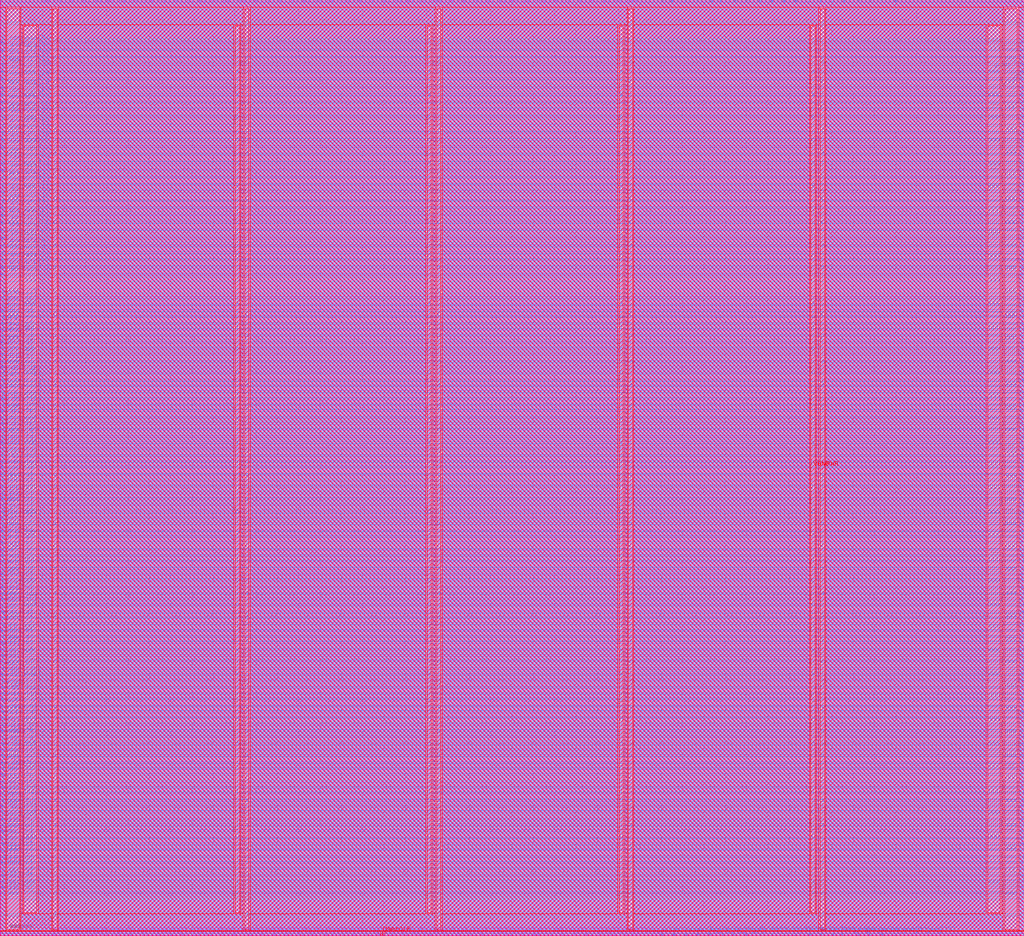
<source format=lef>
##
## LEF for PtnCells ;
## created by Innovus v15.20-p005_1 on Mon Jun 14 17:43:22 2021
##

VERSION 5.7 ;

BUSBITCHARS "[]" ;
DIVIDERCHAR "/" ;

MACRO RegFile
  CLASS BLOCK ;
  SIZE 240.1200 BY 219.6400 ;
  FOREIGN RegFile 0.0000 0.0000 ;
  ORIGIN 0 0 ;
  SYMMETRY X Y R90 ;
  PIN N1BEG[3]
    DIRECTION OUTPUT ;
    USE SIGNAL ;
    ANTENNAPARTIALMETALAREA 1.37445 LAYER li1  ;
    ANTENNAPARTIALMETALSIDEAREA 1.617 LAYER li1  ;
    ANTENNAPARTIALCUTAREA 0.0289 LAYER mcon  ;
    ANTENNAPARTIALMETALAREA 2.7784 LAYER met1  ;
    ANTENNAPARTIALMETALSIDEAREA 13.8145 LAYER met1  ;
    ANTENNAPARTIALCUTAREA 0.0225 LAYER via  ;
    ANTENNAPARTIALMETALAREA 0.3919 LAYER met2  ;
    ANTENNAPARTIALMETALSIDEAREA 1.7885 LAYER met2  ;
    ANTENNAPARTIALCUTAREA 0.04 LAYER via2  ;
    ANTENNAPARTIALMETALAREA 0.1249 LAYER met3  ;
    ANTENNAPARTIALMETALSIDEAREA 1.136 LAYER met3  ;
    ANTENNAPARTIALCUTAREA 0.04 LAYER via3  ;
    ANTENNAPARTIALMETALAREA 1.8238 LAYER met4  ;
    ANTENNAPARTIALMETALSIDEAREA 6.072 LAYER met4  ;
    ANTENNAPARTIALCUTAREA 0.64 LAYER via4  ;
    ANTENNADIFFAREA 1.782 LAYER met5  ;
    ANTENNAPARTIALMETALAREA 309.824 LAYER met5  ;
    ANTENNAPARTIALMETALSIDEAREA 472.416 LAYER met5  ;
    PORT
      LAYER li1 ;
        RECT 13.9450 219.3100 14.1150 219.6400 ;
    END
  END N1BEG[3]
  PIN N1BEG[2]
    DIRECTION OUTPUT ;
    USE SIGNAL ;
    ANTENNAPARTIALMETALAREA 1.14325 LAYER li1  ;
    ANTENNAPARTIALMETALSIDEAREA 1.345 LAYER li1  ;
    ANTENNAPARTIALCUTAREA 0.0289 LAYER mcon  ;
    ANTENNAPARTIALMETALAREA 2.5544 LAYER met1  ;
    ANTENNAPARTIALMETALSIDEAREA 12.6945 LAYER met1  ;
    ANTENNAPARTIALCUTAREA 0.0225 LAYER via  ;
    ANTENNAPARTIALMETALAREA 1.3509 LAYER met2  ;
    ANTENNAPARTIALMETALSIDEAREA 6.5835 LAYER met2  ;
    ANTENNAPARTIALCUTAREA 0.04 LAYER via2  ;
    ANTENNAPARTIALMETALAREA 17.374 LAYER met3  ;
    ANTENNAPARTIALMETALSIDEAREA 93.128 LAYER met3  ;
    ANTENNAPARTIALCUTAREA 0.04 LAYER via3  ;
    ANTENNAPARTIALMETALAREA 2.5798 LAYER met4  ;
    ANTENNAPARTIALMETALSIDEAREA 10.104 LAYER met4  ;
    ANTENNAPARTIALCUTAREA 0.64 LAYER via4  ;
    ANTENNADIFFAREA 1.782 LAYER met5  ;
    ANTENNAPARTIALMETALAREA 175.136 LAYER met5  ;
    ANTENNAPARTIALMETALSIDEAREA 270.384 LAYER met5  ;
    PORT
      LAYER li1 ;
        RECT 12.5650 219.3100 12.7350 219.6400 ;
    END
  END N1BEG[2]
  PIN N1BEG[1]
    DIRECTION OUTPUT ;
    USE SIGNAL ;
    ANTENNAPARTIALCUTAREA 0.0289 LAYER mcon  ;
    ANTENNAPARTIALMETALAREA 2.1036 LAYER met1  ;
    ANTENNAPARTIALMETALSIDEAREA 10.4405 LAYER met1  ;
    ANTENNAPARTIALCUTAREA 0.0225 LAYER via  ;
    ANTENNAPARTIALMETALAREA 0.1517 LAYER met2  ;
    ANTENNAPARTIALMETALSIDEAREA 0.5845 LAYER met2  ;
    ANTENNAPARTIALCUTAREA 0.04 LAYER via2  ;
    ANTENNAPARTIALMETALAREA 0.331 LAYER met3  ;
    ANTENNAPARTIALMETALSIDEAREA 2.232 LAYER met3  ;
    ANTENNAPARTIALCUTAREA 0.04 LAYER via3  ;
    ANTENNAPARTIALMETALAREA 24.9298 LAYER met4  ;
    ANTENNAPARTIALMETALSIDEAREA 129.304 LAYER met4  ;
    ANTENNAPARTIALCUTAREA 0.64 LAYER via4  ;
    ANTENNADIFFAREA 1.782 LAYER met5  ;
    ANTENNAPARTIALMETALAREA 85.696 LAYER met5  ;
    ANTENNAPARTIALMETALSIDEAREA 132.384 LAYER met5  ;
    PORT
      LAYER li1 ;
        RECT 11.1850 219.3100 11.3550 219.6400 ;
    END
  END N1BEG[1]
  PIN N1BEG[0]
    DIRECTION OUTPUT ;
    USE SIGNAL ;
    ANTENNAPARTIALMETALAREA 1.72125 LAYER li1  ;
    ANTENNAPARTIALMETALSIDEAREA 2.025 LAYER li1  ;
    ANTENNAPARTIALCUTAREA 0.0289 LAYER mcon  ;
    ANTENNAPARTIALMETALAREA 0.0832 LAYER met1  ;
    ANTENNAPARTIALMETALSIDEAREA 0.406 LAYER met1  ;
    ANTENNAPARTIALCUTAREA 0.0225 LAYER via  ;
    ANTENNAPARTIALMETALAREA 5.4445 LAYER met2  ;
    ANTENNAPARTIALMETALSIDEAREA 27.0515 LAYER met2  ;
    ANTENNAPARTIALCUTAREA 0.04 LAYER via2  ;
    ANTENNADIFFAREA 1.782 LAYER met3  ;
    ANTENNAPARTIALMETALAREA 7.3398 LAYER met3  ;
    ANTENNAPARTIALMETALSIDEAREA 39.616 LAYER met3  ;
    PORT
      LAYER li1 ;
        RECT 10.2650 219.3100 10.4350 219.6400 ;
    END
  END N1BEG[0]
  PIN N2BEG[7]
    DIRECTION OUTPUT ;
    USE SIGNAL ;
    ANTENNAPARTIALMETALAREA 1.72125 LAYER li1  ;
    ANTENNAPARTIALMETALSIDEAREA 2.025 LAYER li1  ;
    ANTENNAPARTIALCUTAREA 0.0289 LAYER mcon  ;
    ANTENNAPARTIALMETALAREA 0.1716 LAYER met1  ;
    ANTENNAPARTIALMETALSIDEAREA 0.7805 LAYER met1  ;
    ANTENNAPARTIALCUTAREA 0.0225 LAYER via  ;
    ANTENNAPARTIALMETALAREA 6.0423 LAYER met2  ;
    ANTENNAPARTIALMETALSIDEAREA 30.0405 LAYER met2  ;
    ANTENNAPARTIALCUTAREA 0.04 LAYER via2  ;
    ANTENNAPARTIALMETALAREA 3.919 LAYER met3  ;
    ANTENNAPARTIALMETALSIDEAREA 21.368 LAYER met3  ;
    ANTENNAPARTIALCUTAREA 0.04 LAYER via3  ;
    ANTENNADIFFAREA 1.782 LAYER met4  ;
    ANTENNAPARTIALMETALAREA 32.7552 LAYER met4  ;
    ANTENNAPARTIALMETALSIDEAREA 176.576 LAYER met4  ;
    PORT
      LAYER li1 ;
        RECT 24.9850 219.3100 25.1550 219.6400 ;
    END
  END N2BEG[7]
  PIN N2BEG[6]
    DIRECTION OUTPUT ;
    USE SIGNAL ;
    ANTENNAPARTIALMETALAREA 0.27625 LAYER li1  ;
    ANTENNAPARTIALMETALSIDEAREA 0.325 LAYER li1  ;
    ANTENNAPARTIALCUTAREA 0.0289 LAYER mcon  ;
    ANTENNAPARTIALMETALAREA 1.748 LAYER met1  ;
    ANTENNAPARTIALMETALSIDEAREA 8.6625 LAYER met1  ;
    ANTENNAPARTIALCUTAREA 0.0225 LAYER via  ;
    ANTENNAPARTIALMETALAREA 1.2963 LAYER met2  ;
    ANTENNAPARTIALMETALSIDEAREA 6.3105 LAYER met2  ;
    ANTENNAPARTIALCUTAREA 0.04 LAYER via2  ;
    ANTENNAPARTIALMETALAREA 0.469 LAYER met3  ;
    ANTENNAPARTIALMETALSIDEAREA 2.968 LAYER met3  ;
    ANTENNAPARTIALCUTAREA 0.04 LAYER via3  ;
    ANTENNADIFFAREA 1.782 LAYER met4  ;
    ANTENNAPARTIALMETALAREA 2.1156 LAYER met4  ;
    ANTENNAPARTIALMETALSIDEAREA 12.224 LAYER met4  ;
    PORT
      LAYER li1 ;
        RECT 23.6050 219.3100 23.7750 219.6400 ;
    END
  END N2BEG[6]
  PIN N2BEG[5]
    DIRECTION OUTPUT ;
    USE SIGNAL ;
    ANTENNAPARTIALMETALAREA 1.25885 LAYER li1  ;
    ANTENNAPARTIALMETALSIDEAREA 1.481 LAYER li1  ;
    ANTENNAPARTIALCUTAREA 0.0289 LAYER mcon  ;
    ANTENNAPARTIALMETALAREA 0.8156 LAYER met1  ;
    ANTENNAPARTIALMETALSIDEAREA 4.0005 LAYER met1  ;
    ANTENNAPARTIALCUTAREA 0.0225 LAYER via  ;
    ANTENNAPARTIALMETALAREA 19.8533 LAYER met2  ;
    ANTENNAPARTIALMETALSIDEAREA 99.0955 LAYER met2  ;
    ANTENNAPARTIALCUTAREA 0.04 LAYER via2  ;
    ANTENNAPARTIALMETALAREA 7.759 LAYER met3  ;
    ANTENNAPARTIALMETALSIDEAREA 41.848 LAYER met3  ;
    ANTENNAPARTIALCUTAREA 0.04 LAYER via3  ;
    ANTENNAPARTIALMETALAREA 17.0368 LAYER met4  ;
    ANTENNAPARTIALMETALSIDEAREA 87.208 LAYER met4  ;
    ANTENNAPARTIALCUTAREA 0.64 LAYER via4  ;
    ANTENNADIFFAREA 1.782 LAYER met5  ;
    ANTENNAPARTIALMETALAREA 166.288 LAYER met5  ;
    ANTENNAPARTIALMETALSIDEAREA 253.272 LAYER met5  ;
    PORT
      LAYER li1 ;
        RECT 22.2250 219.3100 22.3950 219.6400 ;
    END
  END N2BEG[5]
  PIN N2BEG[4]
    DIRECTION OUTPUT ;
    USE SIGNAL ;
    ANTENNAPARTIALMETALAREA 0.16065 LAYER li1  ;
    ANTENNAPARTIALMETALSIDEAREA 0.189 LAYER li1  ;
    ANTENNAPARTIALCUTAREA 0.0289 LAYER mcon  ;
    ANTENNAPARTIALMETALAREA 9.6832 LAYER met1  ;
    ANTENNAPARTIALMETALSIDEAREA 48.3385 LAYER met1  ;
    ANTENNAPARTIALCUTAREA 0.0225 LAYER via  ;
    ANTENNAPARTIALMETALAREA 1.2963 LAYER met2  ;
    ANTENNAPARTIALMETALSIDEAREA 6.3105 LAYER met2  ;
    ANTENNAPARTIALCUTAREA 0.04 LAYER via2  ;
    ANTENNAPARTIALMETALAREA 8.356 LAYER met3  ;
    ANTENNAPARTIALMETALSIDEAREA 45.032 LAYER met3  ;
    ANTENNAPARTIALCUTAREA 0.04 LAYER via3  ;
    ANTENNADIFFAREA 1.782 LAYER met4  ;
    ANTENNAPARTIALMETALAREA 0.5328 LAYER met4  ;
    ANTENNAPARTIALMETALSIDEAREA 3.312 LAYER met4  ;
    PORT
      LAYER li1 ;
        RECT 20.8450 219.3100 21.0150 219.6400 ;
    END
  END N2BEG[4]
  PIN N2BEG[3]
    DIRECTION OUTPUT ;
    USE SIGNAL ;
    ANTENNAPARTIALMETALAREA 0.56525 LAYER li1  ;
    ANTENNAPARTIALMETALSIDEAREA 0.665 LAYER li1  ;
    ANTENNAPARTIALCUTAREA 0.0289 LAYER mcon  ;
    ANTENNAPARTIALMETALAREA 12.388 LAYER met1  ;
    ANTENNAPARTIALMETALSIDEAREA 61.8625 LAYER met1  ;
    ANTENNAPARTIALCUTAREA 0.0225 LAYER via  ;
    ANTENNADIFFAREA 1.782 LAYER met2  ;
    ANTENNAPARTIALMETALAREA 3.252 LAYER met2  ;
    ANTENNAPARTIALMETALSIDEAREA 16.142 LAYER met2  ;
    PORT
      LAYER li1 ;
        RECT 19.4650 219.3100 19.6350 219.6400 ;
    END
  END N2BEG[3]
  PIN N2BEG[2]
    DIRECTION OUTPUT ;
    USE SIGNAL ;
    ANTENNAPARTIALMETALAREA 1.60565 LAYER li1  ;
    ANTENNAPARTIALMETALSIDEAREA 1.889 LAYER li1  ;
    ANTENNAPARTIALCUTAREA 0.0289 LAYER mcon  ;
    ANTENNAPARTIALMETALAREA 0.3004 LAYER met1  ;
    ANTENNAPARTIALMETALSIDEAREA 1.4245 LAYER met1  ;
    ANTENNAPARTIALCUTAREA 0.0225 LAYER via  ;
    ANTENNAPARTIALMETALAREA 21.9603 LAYER met2  ;
    ANTENNAPARTIALMETALSIDEAREA 109.631 LAYER met2  ;
    ANTENNAPARTIALCUTAREA 0.04 LAYER via2  ;
    ANTENNADIFFAREA 1.782 LAYER met3  ;
    ANTENNAPARTIALMETALAREA 51.9048 LAYER met3  ;
    ANTENNAPARTIALMETALSIDEAREA 277.296 LAYER met3  ;
    PORT
      LAYER li1 ;
        RECT 18.0850 219.3100 18.2550 219.6400 ;
    END
  END N2BEG[2]
  PIN N2BEG[1]
    DIRECTION OUTPUT ;
    USE SIGNAL ;
    ANTENNAPARTIALMETALAREA 1.72125 LAYER li1  ;
    ANTENNAPARTIALMETALSIDEAREA 2.025 LAYER li1  ;
    ANTENNAPARTIALCUTAREA 0.0289 LAYER mcon  ;
    ANTENNAPARTIALMETALAREA 0.236 LAYER met1  ;
    ANTENNAPARTIALMETALSIDEAREA 1.1025 LAYER met1  ;
    ANTENNAPARTIALCUTAREA 0.0225 LAYER via  ;
    ANTENNAPARTIALMETALAREA 1.0457 LAYER met2  ;
    ANTENNAPARTIALMETALSIDEAREA 5.0575 LAYER met2  ;
    ANTENNAPARTIALCUTAREA 0.04 LAYER via2  ;
    ANTENNAPARTIALMETALAREA 11.506 LAYER met3  ;
    ANTENNAPARTIALMETALSIDEAREA 61.832 LAYER met3  ;
    ANTENNAPARTIALCUTAREA 0.04 LAYER via3  ;
    ANTENNAPARTIALMETALAREA 2.0068 LAYER met4  ;
    ANTENNAPARTIALMETALSIDEAREA 7.048 LAYER met4  ;
    ANTENNAPARTIALCUTAREA 0.64 LAYER via4  ;
    ANTENNADIFFAREA 1.782 LAYER met5  ;
    ANTENNAPARTIALMETALAREA 257.92 LAYER met5  ;
    ANTENNAPARTIALMETALSIDEAREA 390.72 LAYER met5  ;
    PORT
      LAYER li1 ;
        RECT 16.7050 219.3100 16.8750 219.6400 ;
    END
  END N2BEG[1]
  PIN N2BEG[0]
    DIRECTION OUTPUT ;
    USE SIGNAL ;
    ANTENNAPARTIALMETALAREA 1.49005 LAYER li1  ;
    ANTENNAPARTIALMETALSIDEAREA 1.753 LAYER li1  ;
    ANTENNAPARTIALCUTAREA 0.0289 LAYER mcon  ;
    ANTENNAPARTIALMETALAREA 1.2664 LAYER met1  ;
    ANTENNAPARTIALMETALSIDEAREA 6.2545 LAYER met1  ;
    ANTENNAPARTIALCUTAREA 0.0225 LAYER via  ;
    ANTENNAPARTIALMETALAREA 0.3821 LAYER met2  ;
    ANTENNAPARTIALMETALSIDEAREA 1.7395 LAYER met2  ;
    ANTENNAPARTIALCUTAREA 0.04 LAYER via2  ;
    ANTENNAPARTIALMETALAREA 3.757 LAYER met3  ;
    ANTENNAPARTIALMETALSIDEAREA 20.504 LAYER met3  ;
    ANTENNAPARTIALCUTAREA 0.04 LAYER via3  ;
    ANTENNAPARTIALMETALAREA 33.0298 LAYER met4  ;
    ANTENNAPARTIALMETALSIDEAREA 172.504 LAYER met4  ;
    ANTENNAPARTIALCUTAREA 0.64 LAYER via4  ;
    ANTENNADIFFAREA 1.782 LAYER met5  ;
    ANTENNAPARTIALMETALAREA 86.464 LAYER met5  ;
    ANTENNAPARTIALMETALSIDEAREA 133.536 LAYER met5  ;
    PORT
      LAYER li1 ;
        RECT 15.3250 219.3100 15.4950 219.6400 ;
    END
  END N2BEG[0]
  PIN N2BEGb[7]
    DIRECTION OUTPUT ;
    USE SIGNAL ;
    ANTENNAPARTIALMETALAREA 0.44965 LAYER li1  ;
    ANTENNAPARTIALMETALSIDEAREA 0.529 LAYER li1  ;
    ANTENNAPARTIALCUTAREA 0.0289 LAYER mcon  ;
    ANTENNAPARTIALMETALAREA 0.4936 LAYER met1  ;
    ANTENNAPARTIALMETALSIDEAREA 2.3905 LAYER met1  ;
    ANTENNAPARTIALCUTAREA 0.0225 LAYER via  ;
    ANTENNAPARTIALMETALAREA 8.5999 LAYER met2  ;
    ANTENNAPARTIALMETALSIDEAREA 42.7105 LAYER met2  ;
    ANTENNAPARTIALCUTAREA 0.04 LAYER via2  ;
    ANTENNAPARTIALMETALAREA 0.1249 LAYER met3  ;
    ANTENNAPARTIALMETALSIDEAREA 1.136 LAYER met3  ;
    ANTENNAPARTIALCUTAREA 0.04 LAYER via3  ;
    ANTENNADIFFAREA 1.782 LAYER met4  ;
    ANTENNAPARTIALMETALAREA 45.7896 LAYER met4  ;
    ANTENNAPARTIALMETALSIDEAREA 245.152 LAYER met4  ;
    PORT
      LAYER li1 ;
        RECT 35.5650 219.3100 35.7350 219.6400 ;
    END
  END N2BEGb[7]
  PIN N2BEGb[6]
    DIRECTION OUTPUT ;
    USE SIGNAL ;
    ANTENNAPARTIALMETALAREA 1.53085 LAYER li1  ;
    ANTENNAPARTIALMETALSIDEAREA 1.801 LAYER li1  ;
    ANTENNAPARTIALCUTAREA 0.0289 LAYER mcon  ;
    ANTENNAPARTIALMETALAREA 26.5462 LAYER met1  ;
    ANTENNAPARTIALMETALSIDEAREA 132.654 LAYER met1  ;
    ANTENNAPARTIALCUTAREA 0.0225 LAYER via  ;
    ANTENNADIFFAREA 1.782 LAYER met2  ;
    ANTENNAPARTIALMETALAREA 14.8216 LAYER met2  ;
    ANTENNAPARTIALMETALSIDEAREA 73.99 LAYER met2  ;
    PORT
      LAYER li1 ;
        RECT 34.1850 219.3100 34.3550 219.6400 ;
    END
  END N2BEGb[6]
  PIN N2BEGb[5]
    DIRECTION OUTPUT ;
    USE SIGNAL ;
    ANTENNAPARTIALMETALAREA 1.14325 LAYER li1  ;
    ANTENNAPARTIALMETALSIDEAREA 1.345 LAYER li1  ;
    ANTENNAPARTIALCUTAREA 0.0289 LAYER mcon  ;
    ANTENNAPARTIALMETALAREA 0.236 LAYER met1  ;
    ANTENNAPARTIALMETALSIDEAREA 1.1025 LAYER met1  ;
    ANTENNAPARTIALCUTAREA 0.0225 LAYER via  ;
    ANTENNAPARTIALMETALAREA 1.0947 LAYER met2  ;
    ANTENNAPARTIALMETALSIDEAREA 5.3025 LAYER met2  ;
    ANTENNAPARTIALCUTAREA 0.04 LAYER via2  ;
    ANTENNADIFFAREA 1.782 LAYER met3  ;
    ANTENNAPARTIALMETALAREA 43.6596 LAYER met3  ;
    ANTENNAPARTIALMETALSIDEAREA 233.792 LAYER met3  ;
    PORT
      LAYER li1 ;
        RECT 33.2650 219.3100 33.4350 219.6400 ;
    END
  END N2BEGb[5]
  PIN N2BEGb[4]
    DIRECTION OUTPUT ;
    USE SIGNAL ;
    ANTENNAPARTIALMETALAREA 0.73865 LAYER li1  ;
    ANTENNAPARTIALMETALSIDEAREA 0.869 LAYER li1  ;
    ANTENNAPARTIALCUTAREA 0.0289 LAYER mcon  ;
    ANTENNAPARTIALMETALAREA 10.89 LAYER met1  ;
    ANTENNAPARTIALMETALSIDEAREA 54.3725 LAYER met1  ;
    ANTENNAPARTIALCUTAREA 0.0225 LAYER via  ;
    ANTENNADIFFAREA 1.782 LAYER met2  ;
    ANTENNAPARTIALMETALAREA 1.0736 LAYER met2  ;
    ANTENNAPARTIALMETALSIDEAREA 5.25 LAYER met2  ;
    PORT
      LAYER li1 ;
        RECT 31.8850 219.3100 32.0550 219.6400 ;
    END
  END N2BEGb[4]
  PIN N2BEGb[3]
    DIRECTION OUTPUT ;
    USE SIGNAL ;
    ANTENNAPARTIALCUTAREA 0.0289 LAYER mcon  ;
    ANTENNAPARTIALMETALAREA 23.2912 LAYER met1  ;
    ANTENNAPARTIALMETALSIDEAREA 116.379 LAYER met1  ;
    ANTENNAPARTIALCUTAREA 0.0225 LAYER via  ;
    ANTENNAPARTIALMETALAREA 4.8439 LAYER met2  ;
    ANTENNAPARTIALMETALSIDEAREA 24.0485 LAYER met2  ;
    ANTENNAPARTIALCUTAREA 0.04 LAYER via2  ;
    ANTENNAPARTIALMETALAREA 10.564 LAYER met3  ;
    ANTENNAPARTIALMETALSIDEAREA 56.808 LAYER met3  ;
    ANTENNAPARTIALCUTAREA 0.04 LAYER via3  ;
    ANTENNADIFFAREA 1.782 LAYER met4  ;
    ANTENNAPARTIALMETALAREA 12.5868 LAYER met4  ;
    ANTENNAPARTIALMETALSIDEAREA 67.6 LAYER met4  ;
    PORT
      LAYER li1 ;
        RECT 30.5050 219.3100 30.6750 219.6400 ;
    END
  END N2BEGb[3]
  PIN N2BEGb[2]
    DIRECTION OUTPUT ;
    USE SIGNAL ;
    ANTENNAPARTIALMETALAREA 0.10285 LAYER li1  ;
    ANTENNAPARTIALMETALSIDEAREA 0.121 LAYER li1  ;
    ANTENNAPARTIALCUTAREA 0.0289 LAYER mcon  ;
    ANTENNAPARTIALMETALAREA 0.0832 LAYER met1  ;
    ANTENNAPARTIALMETALSIDEAREA 0.406 LAYER met1  ;
    ANTENNAPARTIALCUTAREA 0.0225 LAYER via  ;
    ANTENNAPARTIALMETALAREA 0.1335 LAYER met2  ;
    ANTENNAPARTIALMETALSIDEAREA 0.5355 LAYER met2  ;
    ANTENNAPARTIALCUTAREA 0.04 LAYER via2  ;
    ANTENNAPARTIALMETALAREA 1.09 LAYER met3  ;
    ANTENNAPARTIALMETALSIDEAREA 6.28 LAYER met3  ;
    ANTENNAPARTIALCUTAREA 0.04 LAYER via3  ;
    ANTENNAPARTIALMETALAREA 2.3728 LAYER met4  ;
    ANTENNAPARTIALMETALSIDEAREA 9 LAYER met4  ;
    ANTENNAPARTIALCUTAREA 0.64 LAYER via4  ;
    ANTENNADIFFAREA 1.782 LAYER met5  ;
    ANTENNAPARTIALMETALAREA 176.992 LAYER met5  ;
    ANTENNAPARTIALMETALSIDEAREA 269.328 LAYER met5  ;
    PORT
      LAYER li1 ;
        RECT 29.1250 219.3100 29.2950 219.6400 ;
    END
  END N2BEGb[2]
  PIN N2BEGb[1]
    DIRECTION OUTPUT ;
    USE SIGNAL ;
    ANTENNAPARTIALMETALAREA 0.85425 LAYER li1  ;
    ANTENNAPARTIALMETALSIDEAREA 1.005 LAYER li1  ;
    ANTENNAPARTIALCUTAREA 0.0289 LAYER mcon  ;
    ANTENNAPARTIALMETALAREA 1.1376 LAYER met1  ;
    ANTENNAPARTIALMETALSIDEAREA 5.6105 LAYER met1  ;
    ANTENNAPARTIALCUTAREA 0.0225 LAYER via  ;
    ANTENNADIFFAREA 1.782 LAYER met2  ;
    ANTENNAPARTIALMETALAREA 1.8996 LAYER met2  ;
    ANTENNAPARTIALMETALSIDEAREA 9.38 LAYER met2  ;
    PORT
      LAYER li1 ;
        RECT 27.7450 219.3100 27.9150 219.6400 ;
    END
  END N2BEGb[1]
  PIN N2BEGb[0]
    DIRECTION OUTPUT ;
    USE SIGNAL ;
    ANTENNAPARTIALMETALAREA 1.77905 LAYER li1  ;
    ANTENNAPARTIALMETALSIDEAREA 2.093 LAYER li1  ;
    ANTENNAPARTIALCUTAREA 0.0289 LAYER mcon  ;
    ANTENNAPARTIALMETALAREA 0.0832 LAYER met1  ;
    ANTENNAPARTIALMETALSIDEAREA 0.406 LAYER met1  ;
    ANTENNAPARTIALCUTAREA 0.0225 LAYER via  ;
    ANTENNADIFFAREA 1.782 LAYER met2  ;
    ANTENNAPARTIALMETALAREA 12.6264 LAYER met2  ;
    ANTENNAPARTIALMETALSIDEAREA 63.014 LAYER met2  ;
    PORT
      LAYER li1 ;
        RECT 26.3650 219.3100 26.5350 219.6400 ;
    END
  END N2BEGb[0]
  PIN N4BEG[15]
    DIRECTION OUTPUT ;
    USE SIGNAL ;
    ANTENNAPARTIALMETALAREA 1.77905 LAYER li1  ;
    ANTENNAPARTIALMETALSIDEAREA 2.093 LAYER li1  ;
    ANTENNAPARTIALCUTAREA 0.0289 LAYER mcon  ;
    ANTENNAPARTIALMETALAREA 0.1716 LAYER met1  ;
    ANTENNAPARTIALMETALSIDEAREA 0.7805 LAYER met1  ;
    ANTENNAPARTIALCUTAREA 0.0225 LAYER via  ;
    ANTENNAPARTIALMETALAREA 0.1075 LAYER met2  ;
    ANTENNAPARTIALMETALSIDEAREA 0.4655 LAYER met2  ;
    ANTENNAPARTIALCUTAREA 0.04 LAYER via2  ;
    ANTENNAPARTIALMETALAREA 2.263 LAYER met3  ;
    ANTENNAPARTIALMETALSIDEAREA 12.536 LAYER met3  ;
    ANTENNAPARTIALCUTAREA 0.04 LAYER via3  ;
    ANTENNADIFFAREA 1.782 LAYER met4  ;
    ANTENNAPARTIALMETALAREA 30.1224 LAYER met4  ;
    ANTENNAPARTIALMETALSIDEAREA 162.064 LAYER met4  ;
    PORT
      LAYER li1 ;
        RECT 57.1850 219.3100 57.3550 219.6400 ;
    END
  END N4BEG[15]
  PIN N4BEG[14]
    DIRECTION OUTPUT ;
    USE SIGNAL ;
    ANTENNAPARTIALMETALAREA 0.21845 LAYER li1  ;
    ANTENNAPARTIALMETALSIDEAREA 0.257 LAYER li1  ;
    ANTENNAPARTIALCUTAREA 0.0289 LAYER mcon  ;
    ANTENNAPARTIALMETALAREA 0.3648 LAYER met1  ;
    ANTENNAPARTIALMETALSIDEAREA 1.7465 LAYER met1  ;
    ANTENNAPARTIALCUTAREA 0.0225 LAYER via  ;
    ANTENNAPARTIALMETALAREA 0.1153 LAYER met2  ;
    ANTENNAPARTIALMETALSIDEAREA 0.4865 LAYER met2  ;
    ANTENNAPARTIALCUTAREA 0.04 LAYER via2  ;
    ANTENNAPARTIALMETALAREA 1.09 LAYER met3  ;
    ANTENNAPARTIALMETALSIDEAREA 6.28 LAYER met3  ;
    ANTENNAPARTIALCUTAREA 0.04 LAYER via3  ;
    ANTENNADIFFAREA 1.782 LAYER met4  ;
    ANTENNAPARTIALMETALAREA 37.5708 LAYER met4  ;
    ANTENNAPARTIALMETALSIDEAREA 200.848 LAYER met4  ;
    PORT
      LAYER li1 ;
        RECT 56.2650 219.3100 56.4350 219.6400 ;
    END
  END N4BEG[14]
  PIN N4BEG[13]
    DIRECTION OUTPUT ;
    USE SIGNAL ;
    ANTENNAPARTIALMETALAREA 0.85425 LAYER li1  ;
    ANTENNAPARTIALMETALSIDEAREA 1.005 LAYER li1  ;
    ANTENNAPARTIALCUTAREA 0.0289 LAYER mcon  ;
    ANTENNAPARTIALMETALAREA 0.3004 LAYER met1  ;
    ANTENNAPARTIALMETALSIDEAREA 1.4245 LAYER met1  ;
    ANTENNAPARTIALCUTAREA 0.0225 LAYER via  ;
    ANTENNAPARTIALMETALAREA 0.9057 LAYER met2  ;
    ANTENNAPARTIALMETALSIDEAREA 4.3575 LAYER met2  ;
    ANTENNAPARTIALCUTAREA 0.04 LAYER via2  ;
    ANTENNAPARTIALMETALAREA 0.469 LAYER met3  ;
    ANTENNAPARTIALMETALSIDEAREA 2.968 LAYER met3  ;
    ANTENNAPARTIALCUTAREA 0.04 LAYER via3  ;
    ANTENNAPARTIALMETALAREA 24.6849 LAYER met4  ;
    ANTENNAPARTIALMETALSIDEAREA 129.384 LAYER met4  ;
    ANTENNAPARTIALCUTAREA 0.64 LAYER via4  ;
    ANTENNADIFFAREA 1.782 LAYER met5  ;
    ANTENNAPARTIALMETALAREA 50.032 LAYER met5  ;
    ANTENNAPARTIALMETALSIDEAREA 78.888 LAYER met5  ;
    PORT
      LAYER li1 ;
        RECT 54.8850 219.3100 55.0550 219.6400 ;
    END
  END N4BEG[13]
  PIN N4BEG[12]
    DIRECTION OUTPUT ;
    USE SIGNAL ;
    ANTENNAPARTIALMETALAREA 0.21845 LAYER li1  ;
    ANTENNAPARTIALMETALSIDEAREA 0.257 LAYER li1  ;
    ANTENNAPARTIALCUTAREA 0.0289 LAYER mcon  ;
    ANTENNAPARTIALMETALAREA 0.3648 LAYER met1  ;
    ANTENNAPARTIALMETALSIDEAREA 1.7465 LAYER met1  ;
    ANTENNAPARTIALCUTAREA 0.0225 LAYER via  ;
    ANTENNAPARTIALMETALAREA 0.1153 LAYER met2  ;
    ANTENNAPARTIALMETALSIDEAREA 0.4865 LAYER met2  ;
    ANTENNAPARTIALCUTAREA 0.04 LAYER via2  ;
    ANTENNAPARTIALMETALAREA 0.331 LAYER met3  ;
    ANTENNAPARTIALMETALSIDEAREA 2.232 LAYER met3  ;
    ANTENNAPARTIALCUTAREA 0.04 LAYER via3  ;
    ANTENNAPARTIALMETALAREA 23.6392 LAYER met4  ;
    ANTENNAPARTIALMETALSIDEAREA 123.832 LAYER met4  ;
    ANTENNAPARTIALCUTAREA 0.64 LAYER via4  ;
    ANTENNADIFFAREA 1.782 LAYER met5  ;
    ANTENNAPARTIALMETALAREA 126.544 LAYER met5  ;
    ANTENNAPARTIALMETALSIDEAREA 193.656 LAYER met5  ;
    PORT
      LAYER li1 ;
        RECT 53.5050 219.3100 53.6750 219.6400 ;
    END
  END N4BEG[12]
  PIN N4BEG[11]
    DIRECTION OUTPUT ;
    USE SIGNAL ;
    ANTENNAPARTIALMETALAREA 0.91205 LAYER li1  ;
    ANTENNAPARTIALMETALSIDEAREA 1.073 LAYER li1  ;
    ANTENNAPARTIALCUTAREA 0.0289 LAYER mcon  ;
    ANTENNAPARTIALMETALAREA 0.1716 LAYER met1  ;
    ANTENNAPARTIALMETALSIDEAREA 0.7805 LAYER met1  ;
    ANTENNAPARTIALCUTAREA 0.0225 LAYER via  ;
    ANTENNADIFFAREA 1.782 LAYER met2  ;
    ANTENNAPARTIALMETALAREA 5.0104 LAYER met2  ;
    ANTENNAPARTIALMETALSIDEAREA 24.934 LAYER met2  ;
    PORT
      LAYER li1 ;
        RECT 52.1250 219.3100 52.2950 219.6400 ;
    END
  END N4BEG[11]
  PIN N4BEG[10]
    DIRECTION OUTPUT ;
    USE SIGNAL ;
    ANTENNAPARTIALMETALAREA 1.77905 LAYER li1  ;
    ANTENNAPARTIALMETALSIDEAREA 2.093 LAYER li1  ;
    ANTENNAPARTIALCUTAREA 0.0289 LAYER mcon  ;
    ANTENNAPARTIALMETALAREA 0.3004 LAYER met1  ;
    ANTENNAPARTIALMETALSIDEAREA 1.4245 LAYER met1  ;
    ANTENNAPARTIALCUTAREA 0.0225 LAYER via  ;
    ANTENNADIFFAREA 1.782 LAYER met2  ;
    ANTENNAPARTIALMETALAREA 2.9496 LAYER met2  ;
    ANTENNAPARTIALMETALSIDEAREA 14.63 LAYER met2  ;
    PORT
      LAYER li1 ;
        RECT 50.7450 219.3100 50.9150 219.6400 ;
    END
  END N4BEG[10]
  PIN N4BEG[9]
    DIRECTION OUTPUT ;
    USE SIGNAL ;
    ANTENNAPARTIALMETALAREA 0.52785 LAYER li1  ;
    ANTENNAPARTIALMETALSIDEAREA 0.621 LAYER li1  ;
    ANTENNAPARTIALCUTAREA 0.0289 LAYER mcon  ;
    ANTENNAPARTIALMETALAREA 9.686 LAYER met1  ;
    ANTENNAPARTIALMETALSIDEAREA 48.3525 LAYER met1  ;
    ANTENNAPARTIALCUTAREA 0.0225 LAYER via  ;
    ANTENNAPARTIALMETALAREA 2.0829 LAYER met2  ;
    ANTENNAPARTIALMETALSIDEAREA 10.1255 LAYER met2  ;
    ANTENNAPARTIALCUTAREA 0.04 LAYER via2  ;
    ANTENNADIFFAREA 1.782 LAYER met3  ;
    ANTENNAPARTIALMETALAREA 3.0168 LAYER met3  ;
    ANTENNAPARTIALMETALSIDEAREA 16.56 LAYER met3  ;
    PORT
      LAYER li1 ;
        RECT 49.3650 219.3100 49.5350 219.6400 ;
    END
  END N4BEG[9]
  PIN N4BEG[8]
    DIRECTION OUTPUT ;
    USE SIGNAL ;
    ANTENNAPARTIALMETALAREA 0.85425 LAYER li1  ;
    ANTENNAPARTIALMETALSIDEAREA 1.005 LAYER li1  ;
    ANTENNAPARTIALCUTAREA 0.0289 LAYER mcon  ;
    ANTENNAPARTIALMETALAREA 0.236 LAYER met1  ;
    ANTENNAPARTIALMETALSIDEAREA 1.1025 LAYER met1  ;
    ANTENNAPARTIALCUTAREA 0.0225 LAYER via  ;
    ANTENNADIFFAREA 1.782 LAYER met2  ;
    ANTENNAPARTIALMETALAREA 1.6308 LAYER met2  ;
    ANTENNAPARTIALMETALSIDEAREA 8.036 LAYER met2  ;
    PORT
      LAYER li1 ;
        RECT 47.9850 219.3100 48.1550 219.6400 ;
    END
  END N4BEG[8]
  PIN N4BEG[7]
    DIRECTION OUTPUT ;
    USE SIGNAL ;
    ANTENNAPARTIALMETALAREA 0.85425 LAYER li1  ;
    ANTENNAPARTIALMETALSIDEAREA 1.005 LAYER li1  ;
    ANTENNAPARTIALCUTAREA 0.0289 LAYER mcon  ;
    ANTENNAPARTIALMETALAREA 0.1716 LAYER met1  ;
    ANTENNAPARTIALMETALSIDEAREA 0.7805 LAYER met1  ;
    ANTENNAPARTIALCUTAREA 0.0225 LAYER via  ;
    ANTENNADIFFAREA 1.782 LAYER met2  ;
    ANTENNAPARTIALMETALAREA 4.9012 LAYER met2  ;
    ANTENNAPARTIALMETALSIDEAREA 24.388 LAYER met2  ;
    PORT
      LAYER li1 ;
        RECT 46.6050 219.3100 46.7750 219.6400 ;
    END
  END N4BEG[7]
  PIN N4BEG[6]
    DIRECTION OUTPUT ;
    USE SIGNAL ;
    ANTENNAPARTIALMETALAREA 0.85425 LAYER li1  ;
    ANTENNAPARTIALMETALSIDEAREA 1.005 LAYER li1  ;
    ANTENNAPARTIALCUTAREA 0.0289 LAYER mcon  ;
    ANTENNAPARTIALMETALAREA 0.0832 LAYER met1  ;
    ANTENNAPARTIALMETALSIDEAREA 0.406 LAYER met1  ;
    ANTENNAPARTIALCUTAREA 0.0225 LAYER via  ;
    ANTENNADIFFAREA 1.782 LAYER met2  ;
    ANTENNAPARTIALMETALAREA 2.5968 LAYER met2  ;
    ANTENNAPARTIALMETALSIDEAREA 12.866 LAYER met2  ;
    PORT
      LAYER li1 ;
        RECT 45.2250 219.3100 45.3950 219.6400 ;
    END
  END N4BEG[6]
  PIN N4BEG[5]
    DIRECTION OUTPUT ;
    USE SIGNAL ;
    ANTENNAPARTIALMETALAREA 1.08545 LAYER li1  ;
    ANTENNAPARTIALMETALSIDEAREA 1.277 LAYER li1  ;
    ANTENNAPARTIALCUTAREA 0.0289 LAYER mcon  ;
    ANTENNAPARTIALMETALAREA 24.7528 LAYER met1  ;
    ANTENNAPARTIALMETALSIDEAREA 123.687 LAYER met1  ;
    ANTENNAPARTIALCUTAREA 0.0225 LAYER via  ;
    ANTENNADIFFAREA 1.782 LAYER met2  ;
    ANTENNAPARTIALMETALAREA 2.202 LAYER met2  ;
    ANTENNAPARTIALMETALSIDEAREA 10.892 LAYER met2  ;
    PORT
      LAYER li1 ;
        RECT 43.8450 219.3100 44.0150 219.6400 ;
    END
  END N4BEG[5]
  PIN N4BEG[4]
    DIRECTION OUTPUT ;
    USE SIGNAL ;
    ANTENNAPARTIALMETALAREA 0.44965 LAYER li1  ;
    ANTENNAPARTIALMETALSIDEAREA 0.529 LAYER li1  ;
    ANTENNAPARTIALCUTAREA 0.0289 LAYER mcon  ;
    ANTENNAPARTIALMETALAREA 1.0732 LAYER met1  ;
    ANTENNAPARTIALMETALSIDEAREA 5.2885 LAYER met1  ;
    ANTENNAPARTIALCUTAREA 0.0225 LAYER via  ;
    ANTENNAPARTIALMETALAREA 5.4797 LAYER met2  ;
    ANTENNAPARTIALMETALSIDEAREA 27.1425 LAYER met2  ;
    ANTENNAPARTIALCUTAREA 0.04 LAYER via2  ;
    ANTENNAPARTIALMETALAREA 0.883 LAYER met3  ;
    ANTENNAPARTIALMETALSIDEAREA 5.176 LAYER met3  ;
    ANTENNAPARTIALCUTAREA 0.04 LAYER via3  ;
    ANTENNAPARTIALMETALAREA 26.6008 LAYER met4  ;
    ANTENNAPARTIALMETALSIDEAREA 138.216 LAYER met4  ;
    ANTENNAPARTIALCUTAREA 0.64 LAYER via4  ;
    ANTENNADIFFAREA 1.782 LAYER met5  ;
    ANTENNAPARTIALMETALAREA 75.424 LAYER met5  ;
    ANTENNAPARTIALMETALSIDEAREA 116.976 LAYER met5  ;
    PORT
      LAYER li1 ;
        RECT 42.4650 219.3100 42.6350 219.6400 ;
    END
  END N4BEG[4]
  PIN N4BEG[3]
    DIRECTION OUTPUT ;
    USE SIGNAL ;
    ANTENNAPARTIALMETALAREA 1.14325 LAYER li1  ;
    ANTENNAPARTIALMETALSIDEAREA 1.345 LAYER li1  ;
    ANTENNAPARTIALCUTAREA 0.0289 LAYER mcon  ;
    ANTENNAPARTIALMETALAREA 0.3004 LAYER met1  ;
    ANTENNAPARTIALMETALSIDEAREA 1.4245 LAYER met1  ;
    ANTENNAPARTIALCUTAREA 0.0225 LAYER via  ;
    ANTENNAPARTIALMETALAREA 9.9987 LAYER met2  ;
    ANTENNAPARTIALMETALSIDEAREA 49.8225 LAYER met2  ;
    ANTENNAPARTIALCUTAREA 0.04 LAYER via2  ;
    ANTENNAPARTIALMETALAREA 0.1905 LAYER met3  ;
    ANTENNAPARTIALMETALSIDEAREA 1.464 LAYER met3  ;
    ANTENNAPARTIALCUTAREA 0.04 LAYER via3  ;
    ANTENNADIFFAREA 1.782 LAYER met4  ;
    ANTENNAPARTIALMETALAREA 38.9388 LAYER met4  ;
    ANTENNAPARTIALMETALSIDEAREA 208.144 LAYER met4  ;
    PORT
      LAYER li1 ;
        RECT 41.0850 219.3100 41.2550 219.6400 ;
    END
  END N4BEG[3]
  PIN N4BEG[2]
    DIRECTION OUTPUT ;
    USE SIGNAL ;
    ANTENNAPARTIALMETALAREA 0.10285 LAYER li1  ;
    ANTENNAPARTIALMETALSIDEAREA 0.121 LAYER li1  ;
    ANTENNAPARTIALCUTAREA 0.0289 LAYER mcon  ;
    ANTENNAPARTIALMETALAREA 4.0832 LAYER met1  ;
    ANTENNAPARTIALMETALSIDEAREA 20.3385 LAYER met1  ;
    ANTENNAPARTIALCUTAREA 0.0225 LAYER via  ;
    ANTENNADIFFAREA 1.782 LAYER met2  ;
    ANTENNAPARTIALMETALAREA 5.4184 LAYER met2  ;
    ANTENNAPARTIALMETALSIDEAREA 26.502 LAYER met2  ;
    PORT
      LAYER li1 ;
        RECT 39.7050 219.3100 39.8750 219.6400 ;
    END
  END N4BEG[2]
  PIN N4BEG[1]
    DIRECTION OUTPUT ;
    USE SIGNAL ;
    ANTENNAPARTIALMETALAREA 1.72125 LAYER li1  ;
    ANTENNAPARTIALMETALSIDEAREA 2.025 LAYER li1  ;
    ANTENNAPARTIALCUTAREA 0.0289 LAYER mcon  ;
    ANTENNAPARTIALMETALAREA 3.7444 LAYER met1  ;
    ANTENNAPARTIALMETALSIDEAREA 18.6445 LAYER met1  ;
    ANTENNAPARTIALCUTAREA 0.0225 LAYER via  ;
    ANTENNADIFFAREA 1.782 LAYER met2  ;
    ANTENNAPARTIALMETALAREA 7.3772 LAYER met2  ;
    ANTENNAPARTIALMETALSIDEAREA 36.414 LAYER met2  ;
    PORT
      LAYER li1 ;
        RECT 38.3250 219.3100 38.4950 219.6400 ;
    END
  END N4BEG[1]
  PIN N4BEG[0]
    DIRECTION OUTPUT ;
    USE SIGNAL ;
    ANTENNAPARTIALMETALAREA 1.08545 LAYER li1  ;
    ANTENNAPARTIALMETALSIDEAREA 1.277 LAYER li1  ;
    ANTENNAPARTIALCUTAREA 0.0289 LAYER mcon  ;
    ANTENNAPARTIALMETALAREA 0.6224 LAYER met1  ;
    ANTENNAPARTIALMETALSIDEAREA 3.0345 LAYER met1  ;
    ANTENNAPARTIALCUTAREA 0.0225 LAYER via  ;
    ANTENNADIFFAREA 1.782 LAYER met2  ;
    ANTENNAPARTIALMETALAREA 3.392 LAYER met2  ;
    ANTENNAPARTIALMETALSIDEAREA 16.842 LAYER met2  ;
    PORT
      LAYER li1 ;
        RECT 36.9450 219.3100 37.1150 219.6400 ;
    END
  END N4BEG[0]
  PIN NN4BEG[15]
    DIRECTION OUTPUT ;
    USE SIGNAL ;
    ANTENNAPARTIALMETALAREA 0.21845 LAYER li1  ;
    ANTENNAPARTIALMETALSIDEAREA 0.257 LAYER li1  ;
    ANTENNAPARTIALCUTAREA 0.0289 LAYER mcon  ;
    ANTENNAPARTIALMETALAREA 11.8728 LAYER met1  ;
    ANTENNAPARTIALMETALSIDEAREA 59.2865 LAYER met1  ;
    ANTENNAPARTIALCUTAREA 0.0225 LAYER via  ;
    ANTENNADIFFAREA 1.782 LAYER met2  ;
    ANTENNAPARTIALMETALAREA 4.568 LAYER met2  ;
    ANTENNAPARTIALMETALSIDEAREA 22.722 LAYER met2  ;
    PORT
      LAYER li1 ;
        RECT 79.2650 219.3100 79.4350 219.6400 ;
    END
  END NN4BEG[15]
  PIN NN4BEG[14]
    DIRECTION OUTPUT ;
    USE SIGNAL ;
    ANTENNAPARTIALMETALAREA 0.85425 LAYER li1  ;
    ANTENNAPARTIALMETALSIDEAREA 1.005 LAYER li1  ;
    ANTENNAPARTIALCUTAREA 0.0289 LAYER mcon  ;
    ANTENNAPARTIALMETALAREA 0.88 LAYER met1  ;
    ANTENNAPARTIALMETALSIDEAREA 4.3225 LAYER met1  ;
    ANTENNAPARTIALCUTAREA 0.0225 LAYER via  ;
    ANTENNAPARTIALMETALAREA 0.8203 LAYER met2  ;
    ANTENNAPARTIALMETALSIDEAREA 3.9305 LAYER met2  ;
    ANTENNAPARTIALCUTAREA 0.04 LAYER via2  ;
    ANTENNAPARTIALMETALAREA 0.538 LAYER met3  ;
    ANTENNAPARTIALMETALSIDEAREA 3.336 LAYER met3  ;
    ANTENNAPARTIALCUTAREA 0.04 LAYER via3  ;
    ANTENNAPARTIALMETALAREA 1.8238 LAYER met4  ;
    ANTENNAPARTIALMETALSIDEAREA 6.072 LAYER met4  ;
    ANTENNAPARTIALCUTAREA 0.64 LAYER via4  ;
    ANTENNADIFFAREA 1.782 LAYER met5  ;
    ANTENNAPARTIALMETALAREA 214.528 LAYER met5  ;
    ANTENNAPARTIALMETALSIDEAREA 325.632 LAYER met5  ;
    PORT
      LAYER li1 ;
        RECT 77.8850 219.3100 78.0550 219.6400 ;
    END
  END NN4BEG[14]
  PIN NN4BEG[13]
    DIRECTION OUTPUT ;
    USE SIGNAL ;
    ANTENNAPARTIALMETALAREA 0.85425 LAYER li1  ;
    ANTENNAPARTIALMETALSIDEAREA 1.005 LAYER li1  ;
    ANTENNAPARTIALCUTAREA 0.0289 LAYER mcon  ;
    ANTENNAPARTIALMETALAREA 0.1716 LAYER met1  ;
    ANTENNAPARTIALMETALSIDEAREA 0.7805 LAYER met1  ;
    ANTENNAPARTIALCUTAREA 0.0225 LAYER via  ;
    ANTENNAPARTIALMETALAREA 0.8203 LAYER met2  ;
    ANTENNAPARTIALMETALSIDEAREA 3.9305 LAYER met2  ;
    ANTENNAPARTIALCUTAREA 0.04 LAYER via2  ;
    ANTENNAPARTIALMETALAREA 0.1905 LAYER met3  ;
    ANTENNAPARTIALMETALSIDEAREA 1.464 LAYER met3  ;
    ANTENNAPARTIALCUTAREA 0.04 LAYER via3  ;
    ANTENNADIFFAREA 1.782 LAYER met4  ;
    ANTENNAPARTIALMETALAREA 24.6084 LAYER met4  ;
    ANTENNAPARTIALMETALSIDEAREA 132.656 LAYER met4  ;
    PORT
      LAYER li1 ;
        RECT 76.5050 219.3100 76.6750 219.6400 ;
    END
  END NN4BEG[13]
  PIN NN4BEG[12]
    DIRECTION OUTPUT ;
    USE SIGNAL ;
    ANTENNAPARTIALMETALAREA 0.85425 LAYER li1  ;
    ANTENNAPARTIALMETALSIDEAREA 1.005 LAYER li1  ;
    ANTENNAPARTIALCUTAREA 0.0289 LAYER mcon  ;
    ANTENNAPARTIALMETALAREA 0.236 LAYER met1  ;
    ANTENNAPARTIALMETALSIDEAREA 1.1025 LAYER met1  ;
    ANTENNAPARTIALCUTAREA 0.0225 LAYER via  ;
    ANTENNAPARTIALMETALAREA 0.8203 LAYER met2  ;
    ANTENNAPARTIALMETALSIDEAREA 3.9305 LAYER met2  ;
    ANTENNAPARTIALCUTAREA 0.04 LAYER via2  ;
    ANTENNAPARTIALMETALAREA 2.125 LAYER met3  ;
    ANTENNAPARTIALMETALSIDEAREA 11.8 LAYER met3  ;
    ANTENNAPARTIALCUTAREA 0.04 LAYER via3  ;
    ANTENNAPARTIALMETALAREA 37.7878 LAYER met4  ;
    ANTENNAPARTIALMETALSIDEAREA 197.88 LAYER met4  ;
    ANTENNAPARTIALCUTAREA 0.64 LAYER via4  ;
    ANTENNADIFFAREA 1.782 LAYER met5  ;
    ANTENNAPARTIALMETALAREA 37.888 LAYER met5  ;
    ANTENNAPARTIALMETALSIDEAREA 60.672 LAYER met5  ;
    PORT
      LAYER li1 ;
        RECT 75.1250 219.3100 75.2950 219.6400 ;
    END
  END NN4BEG[12]
  PIN NN4BEG[11]
    DIRECTION OUTPUT ;
    USE SIGNAL ;
    ANTENNAPARTIALMETALAREA 0.85425 LAYER li1  ;
    ANTENNAPARTIALMETALSIDEAREA 1.005 LAYER li1  ;
    ANTENNAPARTIALCUTAREA 0.0289 LAYER mcon  ;
    ANTENNAPARTIALMETALAREA 0.9444 LAYER met1  ;
    ANTENNAPARTIALMETALSIDEAREA 4.6445 LAYER met1  ;
    ANTENNAPARTIALCUTAREA 0.0225 LAYER via  ;
    ANTENNADIFFAREA 1.782 LAYER met2  ;
    ANTENNAPARTIALMETALAREA 1.4068 LAYER met2  ;
    ANTENNAPARTIALMETALSIDEAREA 6.916 LAYER met2  ;
    PORT
      LAYER li1 ;
        RECT 73.7450 219.3100 73.9150 219.6400 ;
    END
  END NN4BEG[11]
  PIN NN4BEG[10]
    DIRECTION OUTPUT ;
    USE SIGNAL ;
    ANTENNAPARTIALMETALAREA 0.27625 LAYER li1  ;
    ANTENNAPARTIALMETALSIDEAREA 0.325 LAYER li1  ;
    ANTENNAPARTIALCUTAREA 0.0289 LAYER mcon  ;
    ANTENNAPARTIALMETALAREA 0.6224 LAYER met1  ;
    ANTENNAPARTIALMETALSIDEAREA 3.0345 LAYER met1  ;
    ANTENNAPARTIALCUTAREA 0.0225 LAYER via  ;
    ANTENNADIFFAREA 1.782 LAYER met2  ;
    ANTENNAPARTIALMETALAREA 2.5352 LAYER met2  ;
    ANTENNAPARTIALMETALSIDEAREA 12.558 LAYER met2  ;
    PORT
      LAYER li1 ;
        RECT 72.3650 219.3100 72.5350 219.6400 ;
    END
  END NN4BEG[10]
  PIN NN4BEG[9]
    DIRECTION OUTPUT ;
    USE SIGNAL ;
    ANTENNAPARTIALMETALAREA 0.50745 LAYER li1  ;
    ANTENNAPARTIALMETALSIDEAREA 0.597 LAYER li1  ;
    ANTENNAPARTIALCUTAREA 0.0289 LAYER mcon  ;
    ANTENNAPARTIALMETALAREA 3.6492 LAYER met1  ;
    ANTENNAPARTIALMETALSIDEAREA 18.1685 LAYER met1  ;
    ANTENNAPARTIALCUTAREA 0.0225 LAYER via  ;
    ANTENNAPARTIALMETALAREA 2.0572 LAYER met2  ;
    ANTENNAPARTIALMETALSIDEAREA 10.115 LAYER met2  ;
    ANTENNAPARTIALCUTAREA 0.04 LAYER via2  ;
    ANTENNAPARTIALMETALAREA 1.687 LAYER met3  ;
    ANTENNAPARTIALMETALSIDEAREA 9.464 LAYER met3  ;
    ANTENNAPARTIALCUTAREA 0.04 LAYER via3  ;
    ANTENNADIFFAREA 1.782 LAYER met4  ;
    ANTENNAPARTIALMETALAREA 1.4478 LAYER met4  ;
    ANTENNAPARTIALMETALSIDEAREA 8.192 LAYER met4  ;
    PORT
      LAYER li1 ;
        RECT 70.9850 219.3100 71.1550 219.6400 ;
    END
  END NN4BEG[9]
  PIN NN4BEG[8]
    DIRECTION OUTPUT ;
    USE SIGNAL ;
    ANTENNAPARTIALMETALAREA 0.39185 LAYER li1  ;
    ANTENNAPARTIALMETALSIDEAREA 0.461 LAYER li1  ;
    ANTENNAPARTIALCUTAREA 0.0289 LAYER mcon  ;
    ANTENNAPARTIALMETALAREA 17.092 LAYER met1  ;
    ANTENNAPARTIALMETALSIDEAREA 85.3825 LAYER met1  ;
    ANTENNAPARTIALCUTAREA 0.0225 LAYER via  ;
    ANTENNAPARTIALMETALAREA 0.2715 LAYER met2  ;
    ANTENNAPARTIALMETALSIDEAREA 1.1865 LAYER met2  ;
    ANTENNAPARTIALCUTAREA 0.04 LAYER via2  ;
    ANTENNAPARTIALMETALAREA 10.954 LAYER met3  ;
    ANTENNAPARTIALMETALSIDEAREA 58.888 LAYER met3  ;
    ANTENNAPARTIALCUTAREA 0.04 LAYER via3  ;
    ANTENNADIFFAREA 1.782 LAYER met4  ;
    ANTENNAPARTIALMETALAREA 37.6578 LAYER met4  ;
    ANTENNAPARTIALMETALSIDEAREA 201.312 LAYER met4  ;
    PORT
      LAYER li1 ;
        RECT 69.6050 219.3100 69.7750 219.6400 ;
    END
  END NN4BEG[8]
  PIN NN4BEG[7]
    DIRECTION OUTPUT ;
    USE SIGNAL ;
    ANTENNAPARTIALMETALAREA 0.10285 LAYER li1  ;
    ANTENNAPARTIALMETALSIDEAREA 0.121 LAYER li1  ;
    ANTENNAPARTIALCUTAREA 0.0289 LAYER mcon  ;
    ANTENNAPARTIALMETALAREA 3.778 LAYER met1  ;
    ANTENNAPARTIALMETALSIDEAREA 18.8125 LAYER met1  ;
    ANTENNAPARTIALCUTAREA 0.0225 LAYER via  ;
    ANTENNADIFFAREA 1.782 LAYER met2  ;
    ANTENNAPARTIALMETALAREA 4.0876 LAYER met2  ;
    ANTENNAPARTIALMETALSIDEAREA 20.202 LAYER met2  ;
    PORT
      LAYER li1 ;
        RECT 68.2250 219.3100 68.3950 219.6400 ;
    END
  END NN4BEG[7]
  PIN NN4BEG[6]
    DIRECTION OUTPUT ;
    USE SIGNAL ;
    ANTENNAPARTIALMETALAREA 0.85425 LAYER li1  ;
    ANTENNAPARTIALMETALSIDEAREA 1.005 LAYER li1  ;
    ANTENNAPARTIALCUTAREA 0.0289 LAYER mcon  ;
    ANTENNAPARTIALMETALAREA 1.636 LAYER met1  ;
    ANTENNAPARTIALMETALSIDEAREA 8.1025 LAYER met1  ;
    ANTENNAPARTIALCUTAREA 0.0225 LAYER via  ;
    ANTENNADIFFAREA 1.782 LAYER met2  ;
    ANTENNAPARTIALMETALAREA 4.4532 LAYER met2  ;
    ANTENNAPARTIALMETALSIDEAREA 22.148 LAYER met2  ;
    PORT
      LAYER li1 ;
        RECT 66.8450 219.3100 67.0150 219.6400 ;
    END
  END NN4BEG[6]
  PIN NN4BEG[5]
    DIRECTION OUTPUT ;
    USE SIGNAL ;
    ANTENNAPARTIALMETALAREA 1.31665 LAYER li1  ;
    ANTENNAPARTIALMETALSIDEAREA 1.549 LAYER li1  ;
    ANTENNAPARTIALCUTAREA 0.0289 LAYER mcon  ;
    ANTENNAPARTIALMETALAREA 1.846 LAYER met1  ;
    ANTENNAPARTIALMETALSIDEAREA 9.1525 LAYER met1  ;
    ANTENNAPARTIALCUTAREA 0.0225 LAYER via  ;
    ANTENNAPARTIALMETALAREA 2.9385 LAYER met2  ;
    ANTENNAPARTIALMETALSIDEAREA 14.5215 LAYER met2  ;
    ANTENNAPARTIALCUTAREA 0.04 LAYER via2  ;
    ANTENNADIFFAREA 1.782 LAYER met3  ;
    ANTENNAPARTIALMETALAREA 43.4898 LAYER met3  ;
    ANTENNAPARTIALMETALSIDEAREA 232.416 LAYER met3  ;
    PORT
      LAYER li1 ;
        RECT 65.4650 219.3100 65.6350 219.6400 ;
    END
  END NN4BEG[5]
  PIN NN4BEG[4]
    DIRECTION OUTPUT ;
    USE SIGNAL ;
    ANTENNAPARTIALMETALAREA 0.79645 LAYER li1  ;
    ANTENNAPARTIALMETALSIDEAREA 0.937 LAYER li1  ;
    ANTENNAPARTIALCUTAREA 0.0289 LAYER mcon  ;
    ANTENNAPARTIALMETALAREA 4.1308 LAYER met1  ;
    ANTENNAPARTIALMETALSIDEAREA 20.5765 LAYER met1  ;
    ANTENNAPARTIALCUTAREA 0.0225 LAYER via  ;
    ANTENNADIFFAREA 1.782 LAYER met2  ;
    ANTENNAPARTIALMETALAREA 1.978 LAYER met2  ;
    ANTENNAPARTIALMETALSIDEAREA 9.772 LAYER met2  ;
    PORT
      LAYER li1 ;
        RECT 64.0850 219.3100 64.2550 219.6400 ;
    END
  END NN4BEG[4]
  PIN NN4BEG[3]
    DIRECTION OUTPUT ;
    USE SIGNAL ;
    ANTENNAPARTIALMETALAREA 0.68085 LAYER li1  ;
    ANTENNAPARTIALMETALSIDEAREA 0.801 LAYER li1  ;
    ANTENNAPARTIALCUTAREA 0.0289 LAYER mcon  ;
    ANTENNAPARTIALMETALAREA 5.948 LAYER met1  ;
    ANTENNAPARTIALMETALSIDEAREA 29.6625 LAYER met1  ;
    ANTENNAPARTIALCUTAREA 0.0225 LAYER via  ;
    ANTENNADIFFAREA 1.782 LAYER met2  ;
    ANTENNAPARTIALMETALAREA 7.3288 LAYER met2  ;
    ANTENNAPARTIALMETALSIDEAREA 36.526 LAYER met2  ;
    PORT
      LAYER li1 ;
        RECT 62.7050 219.3100 62.8750 219.6400 ;
    END
  END NN4BEG[3]
  PIN NN4BEG[2]
    DIRECTION OUTPUT ;
    USE SIGNAL ;
    ANTENNAPARTIALMETALAREA 0.27625 LAYER li1  ;
    ANTENNAPARTIALMETALSIDEAREA 0.325 LAYER li1  ;
    ANTENNAPARTIALCUTAREA 0.0289 LAYER mcon  ;
    ANTENNAPARTIALMETALAREA 1.0732 LAYER met1  ;
    ANTENNAPARTIALMETALSIDEAREA 5.2885 LAYER met1  ;
    ANTENNAPARTIALCUTAREA 0.0225 LAYER via  ;
    ANTENNADIFFAREA 1.782 LAYER met2  ;
    ANTENNAPARTIALMETALAREA 3.9352 LAYER met2  ;
    ANTENNAPARTIALMETALSIDEAREA 19.558 LAYER met2  ;
    PORT
      LAYER li1 ;
        RECT 61.3250 219.3100 61.4950 219.6400 ;
    END
  END NN4BEG[2]
  PIN NN4BEG[1]
    DIRECTION OUTPUT ;
    USE SIGNAL ;
    ANTENNAPARTIALMETALAREA 0.85425 LAYER li1  ;
    ANTENNAPARTIALMETALSIDEAREA 1.005 LAYER li1  ;
    ANTENNAPARTIALCUTAREA 0.0289 LAYER mcon  ;
    ANTENNAPARTIALMETALAREA 0.0832 LAYER met1  ;
    ANTENNAPARTIALMETALSIDEAREA 0.406 LAYER met1  ;
    ANTENNAPARTIALCUTAREA 0.0225 LAYER via  ;
    ANTENNAPARTIALMETALAREA 2.3155 LAYER met2  ;
    ANTENNAPARTIALMETALSIDEAREA 11.4065 LAYER met2  ;
    ANTENNAPARTIALCUTAREA 0.04 LAYER via2  ;
    ANTENNAPARTIALMETALAREA 2.815 LAYER met3  ;
    ANTENNAPARTIALMETALSIDEAREA 15.48 LAYER met3  ;
    ANTENNAPARTIALCUTAREA 0.04 LAYER via3  ;
    ANTENNAPARTIALMETALAREA 51.7438 LAYER met4  ;
    ANTENNAPARTIALMETALSIDEAREA 272.312 LAYER met4  ;
    ANTENNAPARTIALCUTAREA 0.64 LAYER via4  ;
    ANTENNADIFFAREA 1.782 LAYER met5  ;
    ANTENNAPARTIALMETALAREA 148.288 LAYER met5  ;
    ANTENNAPARTIALMETALSIDEAREA 226.272 LAYER met5  ;
    PORT
      LAYER li1 ;
        RECT 59.9450 219.3100 60.1150 219.6400 ;
    END
  END NN4BEG[1]
  PIN NN4BEG[0]
    DIRECTION OUTPUT ;
    USE SIGNAL ;
    ANTENNAPARTIALMETALAREA 1.77905 LAYER li1  ;
    ANTENNAPARTIALMETALSIDEAREA 2.093 LAYER li1  ;
    ANTENNAPARTIALCUTAREA 0.0289 LAYER mcon  ;
    ANTENNAPARTIALMETALAREA 0.4292 LAYER met1  ;
    ANTENNAPARTIALMETALSIDEAREA 2.0685 LAYER met1  ;
    ANTENNAPARTIALCUTAREA 0.0225 LAYER via  ;
    ANTENNAPARTIALMETALAREA 2.7705 LAYER met2  ;
    ANTENNAPARTIALMETALSIDEAREA 13.6815 LAYER met2  ;
    ANTENNAPARTIALCUTAREA 0.04 LAYER via2  ;
    ANTENNAPARTIALMETALAREA 34.798 LAYER met3  ;
    ANTENNAPARTIALMETALSIDEAREA 186.056 LAYER met3  ;
    ANTENNAPARTIALCUTAREA 0.04 LAYER via3  ;
    ANTENNAPARTIALMETALAREA 9.0088 LAYER met4  ;
    ANTENNAPARTIALMETALSIDEAREA 44.392 LAYER met4  ;
    ANTENNAPARTIALCUTAREA 0.64 LAYER via4  ;
    ANTENNADIFFAREA 1.782 LAYER met5  ;
    ANTENNAPARTIALMETALAREA 41.2 LAYER met5  ;
    ANTENNAPARTIALMETALSIDEAREA 65.64 LAYER met5  ;
    PORT
      LAYER li1 ;
        RECT 58.5650 219.3100 58.7350 219.6400 ;
    END
  END NN4BEG[0]
  PIN N1END[3]
    DIRECTION INPUT ;
    USE SIGNAL ;
    ANTENNAPARTIALMETALAREA 1.25885 LAYER li1  ;
    ANTENNAPARTIALMETALSIDEAREA 1.481 LAYER li1  ;
    ANTENNAPARTIALCUTAREA 0.0289 LAYER mcon  ;
    ANTENNAPARTIALMETALAREA 0.4936 LAYER met1  ;
    ANTENNAPARTIALMETALSIDEAREA 2.3905 LAYER met1  ;
    ANTENNAPARTIALCUTAREA 0.0225 LAYER via  ;
    ANTENNAPARTIALMETALAREA 4.7641 LAYER met2  ;
    ANTENNAPARTIALMETALSIDEAREA 23.6495 LAYER met2  ;
    ANTENNAPARTIALCUTAREA 0.04 LAYER via2  ;
    ANTENNAPARTIALMETALAREA 31.189 LAYER met3  ;
    ANTENNAPARTIALMETALSIDEAREA 166.808 LAYER met3  ;
    ANTENNAPARTIALCUTAREA 0.04 LAYER via3  ;
    ANTENNADIFFAREA 1.872 LAYER met4  ;
    ANTENNAPARTIALMETALAREA 11.0991 LAYER met4  ;
    ANTENNAPARTIALMETALSIDEAREA 61.072 LAYER met4  ;
    PORT
      LAYER li1 ;
        RECT 13.9450 0.0000 14.1150 0.3300 ;
    END
  END N1END[3]
  PIN N1END[2]
    DIRECTION INPUT ;
    USE SIGNAL ;
    ANTENNAPARTIALMETALAREA 1.54785 LAYER li1  ;
    ANTENNAPARTIALMETALSIDEAREA 1.821 LAYER li1  ;
    ANTENNAPARTIALCUTAREA 0.0289 LAYER mcon  ;
    ANTENNAPARTIALMETALAREA 0.236 LAYER met1  ;
    ANTENNAPARTIALMETALSIDEAREA 1.1025 LAYER met1  ;
    ANTENNAPARTIALCUTAREA 0.0225 LAYER via  ;
    ANTENNAPARTIALMETALAREA 3.0099 LAYER met2  ;
    ANTENNAPARTIALMETALSIDEAREA 14.8785 LAYER met2  ;
    ANTENNAPARTIALCUTAREA 0.04 LAYER via2  ;
    ANTENNADIFFAREA 0.7488 LAYER met3  ;
    ANTENNAPARTIALMETALAREA 26.4062 LAYER met3  ;
    ANTENNAPARTIALMETALSIDEAREA 142.232 LAYER met3  ;
    ANTENNAPARTIALCUTAREA 0.08 LAYER via3  ;
    ANTENNADIFFAREA 1.872 LAYER met4  ;
    ANTENNAPARTIALMETALAREA 42.3516 LAYER met4  ;
    ANTENNAPARTIALMETALSIDEAREA 226.816 LAYER met4  ;
    PORT
      LAYER li1 ;
        RECT 12.5650 0.0000 12.7350 0.3300 ;
    END
  END N1END[2]
  PIN N1END[1]
    DIRECTION INPUT ;
    USE SIGNAL ;
    ANTENNAPARTIALMETALAREA 1.54785 LAYER li1  ;
    ANTENNAPARTIALMETALSIDEAREA 1.821 LAYER li1  ;
    ANTENNAPARTIALCUTAREA 0.0289 LAYER mcon  ;
    ANTENNAPARTIALMETALAREA 0.0832 LAYER met1  ;
    ANTENNAPARTIALMETALSIDEAREA 0.406 LAYER met1  ;
    ANTENNAPARTIALCUTAREA 0.0225 LAYER via  ;
    ANTENNAPARTIALMETALAREA 1.5581 LAYER met2  ;
    ANTENNAPARTIALMETALSIDEAREA 7.6195 LAYER met2  ;
    ANTENNAPARTIALCUTAREA 0.04 LAYER via2  ;
    ANTENNAPARTIALMETALAREA 17.761 LAYER met3  ;
    ANTENNAPARTIALMETALSIDEAREA 95.192 LAYER met3  ;
    ANTENNAPARTIALCUTAREA 0.04 LAYER via3  ;
    ANTENNAPARTIALMETALAREA 9.9238 LAYER met4  ;
    ANTENNAPARTIALMETALSIDEAREA 49.272 LAYER met4  ;
    ANTENNAPARTIALCUTAREA 0.64 LAYER via4  ;
    ANTENNADIFFAREA 1.872 LAYER met5  ;
    ANTENNAPARTIALMETALAREA 140.56 LAYER met5  ;
    ANTENNAPARTIALMETALSIDEAREA 214.68 LAYER met5  ;
    PORT
      LAYER li1 ;
        RECT 11.1850 0.0000 11.3550 0.3300 ;
    END
  END N1END[1]
  PIN N1END[0]
    DIRECTION INPUT ;
    USE SIGNAL ;
    ANTENNAPARTIALMETALAREA 1.08885 LAYER li1  ;
    ANTENNAPARTIALMETALSIDEAREA 1.281 LAYER li1  ;
    ANTENNAPARTIALCUTAREA 0.0289 LAYER mcon  ;
    ANTENNAPARTIALMETALAREA 10.456 LAYER met1  ;
    ANTENNAPARTIALMETALSIDEAREA 52.2025 LAYER met1  ;
    ANTENNAPARTIALCUTAREA 0.0225 LAYER via  ;
    ANTENNADIFFAREA 0.7488 LAYER met2  ;
    ANTENNAPARTIALMETALAREA 7.6735 LAYER met2  ;
    ANTENNAPARTIALMETALSIDEAREA 37.3905 LAYER met2  ;
    ANTENNAPARTIALCUTAREA 0.04 LAYER via2  ;
    ANTENNADIFFAREA 0.7488 LAYER met3  ;
    ANTENNAPARTIALMETALAREA 13.555 LAYER met3  ;
    ANTENNAPARTIALMETALSIDEAREA 72.76 LAYER met3  ;
    ANTENNAPARTIALCUTAREA 0.04 LAYER via3  ;
    ANTENNADIFFAREA 1.872 LAYER met4  ;
    ANTENNAPARTIALMETALAREA 32.9298 LAYER met4  ;
    ANTENNAPARTIALMETALSIDEAREA 178.448 LAYER met4  ;
    PORT
      LAYER li1 ;
        RECT 10.2650 0.0000 10.4350 0.3300 ;
    END
  END N1END[0]
  PIN N2MID[7]
    DIRECTION INPUT ;
    USE SIGNAL ;
    ANTENNAPARTIALMETALAREA 0.39185 LAYER li1  ;
    ANTENNAPARTIALMETALSIDEAREA 0.461 LAYER li1  ;
    ANTENNAPARTIALCUTAREA 0.0289 LAYER mcon  ;
    ANTENNAPARTIALMETALAREA 12.4836 LAYER met1  ;
    ANTENNAPARTIALMETALSIDEAREA 62.3035 LAYER met1  ;
    ANTENNAPARTIALCUTAREA 0.0225 LAYER via  ;
    ANTENNADIFFAREA 0.7488 LAYER met2  ;
    ANTENNAPARTIALMETALAREA 11.9266 LAYER met2  ;
    ANTENNAPARTIALMETALSIDEAREA 58.709 LAYER met2  ;
    ANTENNAMODEL OXIDE1 ;
    ANTENNAGATEAREA 0.7425 LAYER met2  ;
    ANTENNAMAXAREACAR 17.8044 LAYER met2  ;
    ANTENNAMAXSIDEAREACAR 86.5421 LAYER met2  ;
    ANTENNAMAXCUTCAR 0.0692256 LAYER via2  ;
    PORT
      LAYER li1 ;
        RECT 24.9850 0.0000 25.1550 0.3300 ;
    END
  END N2MID[7]
  PIN N2MID[6]
    DIRECTION INPUT ;
    USE SIGNAL ;
    ANTENNAPARTIALMETALAREA 1.25885 LAYER li1  ;
    ANTENNAPARTIALMETALSIDEAREA 1.481 LAYER li1  ;
    ANTENNAPARTIALCUTAREA 0.0289 LAYER mcon  ;
    ANTENNAPARTIALMETALAREA 0.236 LAYER met1  ;
    ANTENNAPARTIALMETALSIDEAREA 1.1025 LAYER met1  ;
    ANTENNAPARTIALCUTAREA 0.0225 LAYER via  ;
    ANTENNAPARTIALMETALAREA 7.6199 LAYER met2  ;
    ANTENNAPARTIALMETALSIDEAREA 37.8105 LAYER met2  ;
    ANTENNAPARTIALCUTAREA 0.04 LAYER via2  ;
    ANTENNAPARTIALMETALAREA 2.953 LAYER met3  ;
    ANTENNAPARTIALMETALSIDEAREA 16.216 LAYER met3  ;
    ANTENNAPARTIALCUTAREA 0.04 LAYER via3  ;
    ANTENNADIFFAREA 0.5616 LAYER met4  ;
    ANTENNAPARTIALMETALAREA 14.8776 LAYER met4  ;
    ANTENNAPARTIALMETALSIDEAREA 80.288 LAYER met4  ;
    ANTENNAMODEL OXIDE1 ;
    ANTENNAGATEAREA 0.7425 LAYER met4  ;
    ANTENNAMAXAREACAR 86.3143 LAYER met4  ;
    ANTENNAMAXSIDEAREACAR 460.279 LAYER met4  ;
    ANTENNAMAXCUTCAR 0.17697 LAYER via4  ;
    PORT
      LAYER li1 ;
        RECT 23.6050 0.0000 23.7750 0.3300 ;
    END
  END N2MID[6]
  PIN N2MID[5]
    DIRECTION INPUT ;
    USE SIGNAL ;
    ANTENNAPARTIALMETALAREA 0.16065 LAYER li1  ;
    ANTENNAPARTIALMETALSIDEAREA 0.189 LAYER li1  ;
    ANTENNAPARTIALCUTAREA 0.0289 LAYER mcon  ;
    ANTENNAPARTIALMETALAREA 1.7172 LAYER met1  ;
    ANTENNAPARTIALMETALSIDEAREA 8.5085 LAYER met1  ;
    ANTENNAPARTIALCUTAREA 0.0225 LAYER via  ;
    ANTENNAPARTIALMETALAREA 0.1777 LAYER met2  ;
    ANTENNAPARTIALMETALSIDEAREA 0.6545 LAYER met2  ;
    ANTENNAPARTIALCUTAREA 0.04 LAYER via2  ;
    ANTENNAPARTIALMETALAREA 0.1249 LAYER met3  ;
    ANTENNAPARTIALMETALSIDEAREA 1.136 LAYER met3  ;
    ANTENNAPARTIALCUTAREA 0.04 LAYER via3  ;
    ANTENNAPARTIALMETALAREA 1.8238 LAYER met4  ;
    ANTENNAPARTIALMETALSIDEAREA 6.072 LAYER met4  ;
    ANTENNAPARTIALCUTAREA 0.64 LAYER via4  ;
    ANTENNADIFFAREA 0.7488 LAYER met5  ;
    ANTENNAPARTIALMETALAREA 298 LAYER met5  ;
    ANTENNAPARTIALMETALSIDEAREA 450.84 LAYER met5  ;
    ANTENNAMODEL OXIDE1 ;
    ANTENNAGATEAREA 0.7425 LAYER met5  ;
    ANTENNAMAXAREACAR 443.362 LAYER met5  ;
    ANTENNAMAXSIDEAREACAR 824.778 LAYER met5  ;
    PORT
      LAYER li1 ;
        RECT 22.2250 0.0000 22.3950 0.3300 ;
    END
  END N2MID[5]
  PIN N2MID[4]
    DIRECTION INPUT ;
    USE SIGNAL ;
    ANTENNAPARTIALMETALAREA 0.73865 LAYER li1  ;
    ANTENNAPARTIALMETALSIDEAREA 0.869 LAYER li1  ;
    ANTENNAPARTIALCUTAREA 0.0289 LAYER mcon  ;
    ANTENNAPARTIALMETALAREA 0.1716 LAYER met1  ;
    ANTENNAPARTIALMETALSIDEAREA 0.7805 LAYER met1  ;
    ANTENNAPARTIALCUTAREA 0.0225 LAYER via  ;
    ANTENNAPARTIALMETALAREA 1.2417 LAYER met2  ;
    ANTENNAPARTIALMETALSIDEAREA 6.0375 LAYER met2  ;
    ANTENNAPARTIALCUTAREA 0.04 LAYER via2  ;
    ANTENNAPARTIALMETALAREA 2.884 LAYER met3  ;
    ANTENNAPARTIALMETALSIDEAREA 15.848 LAYER met3  ;
    ANTENNAPARTIALCUTAREA 0.04 LAYER via3  ;
    ANTENNAPARTIALMETALAREA 38.2888 LAYER met4  ;
    ANTENNAPARTIALMETALSIDEAREA 200.552 LAYER met4  ;
    ANTENNAPARTIALCUTAREA 0.64 LAYER via4  ;
    ANTENNADIFFAREA 0.5616 LAYER met5  ;
    ANTENNAPARTIALMETALAREA 125.104 LAYER met5  ;
    ANTENNAPARTIALMETALSIDEAREA 191.496 LAYER met5  ;
    ANTENNAMODEL OXIDE1 ;
    ANTENNAGATEAREA 0.7425 LAYER met5  ;
    ANTENNAMAXAREACAR 189.18 LAYER met5  ;
    ANTENNAMAXSIDEAREACAR 356.766 LAYER met5  ;
    PORT
      LAYER li1 ;
        RECT 20.8450 0.0000 21.0150 0.3300 ;
    END
  END N2MID[4]
  PIN N2MID[3]
    DIRECTION INPUT ;
    USE SIGNAL ;
    ANTENNAPARTIALMETALAREA 1.08545 LAYER li1  ;
    ANTENNAPARTIALMETALSIDEAREA 1.277 LAYER li1  ;
    ANTENNAPARTIALCUTAREA 0.0289 LAYER mcon  ;
    ANTENNAPARTIALMETALAREA 6.788 LAYER met1  ;
    ANTENNAPARTIALMETALSIDEAREA 33.8625 LAYER met1  ;
    ANTENNAPARTIALCUTAREA 0.0225 LAYER via  ;
    ANTENNAPARTIALMETALAREA 0.6999 LAYER met2  ;
    ANTENNAPARTIALMETALSIDEAREA 3.3285 LAYER met2  ;
    ANTENNAPARTIALCUTAREA 0.04 LAYER via2  ;
    ANTENNAPARTIALMETALAREA 20.8018 LAYER met3  ;
    ANTENNAPARTIALMETALSIDEAREA 111.88 LAYER met3  ;
    ANTENNAPARTIALCUTAREA 0.04 LAYER via3  ;
    ANTENNADIFFAREA 0.7488 LAYER met4  ;
    ANTENNAPARTIALMETALAREA 10.9398 LAYER met4  ;
    ANTENNAPARTIALMETALSIDEAREA 58.816 LAYER met4  ;
    ANTENNAMODEL OXIDE1 ;
    ANTENNAGATEAREA 0.7425 LAYER met4  ;
    ANTENNAMAXAREACAR 23.4521 LAYER met4  ;
    ANTENNAMAXSIDEAREACAR 123.319 LAYER met4  ;
    ANTENNAMAXCUTCAR 0.207273 LAYER via4  ;
    PORT
      LAYER li1 ;
        RECT 19.4650 0.0000 19.6350 0.3300 ;
    END
  END N2MID[3]
  PIN N2MID[2]
    DIRECTION INPUT ;
    USE SIGNAL ;
    ANTENNAPARTIALMETALAREA 1.25885 LAYER li1  ;
    ANTENNAPARTIALMETALSIDEAREA 1.481 LAYER li1  ;
    ANTENNAPARTIALCUTAREA 0.0289 LAYER mcon  ;
    ANTENNAPARTIALMETALAREA 0.6224 LAYER met1  ;
    ANTENNAPARTIALMETALSIDEAREA 3.0345 LAYER met1  ;
    ANTENNAPARTIALCUTAREA 0.0225 LAYER via  ;
    ANTENNAPARTIALMETALAREA 11.1705 LAYER met2  ;
    ANTENNAPARTIALMETALSIDEAREA 55.6815 LAYER met2  ;
    ANTENNAPARTIALCUTAREA 0.04 LAYER via2  ;
    ANTENNAPARTIALMETALAREA 3.298 LAYER met3  ;
    ANTENNAPARTIALMETALSIDEAREA 18.056 LAYER met3  ;
    ANTENNAPARTIALCUTAREA 0.04 LAYER via3  ;
    ANTENNADIFFAREA 0.5616 LAYER met4  ;
    ANTENNAPARTIALMETALAREA 29.739 LAYER met4  ;
    ANTENNAPARTIALMETALSIDEAREA 160.96 LAYER met4  ;
    ANTENNAMODEL OXIDE1 ;
    ANTENNAGATEAREA 0.7425 LAYER met4  ;
    ANTENNAMAXAREACAR 65.567 LAYER met4  ;
    ANTENNAMAXSIDEAREACAR 351.496 LAYER met4  ;
    ANTENNAMAXCUTCAR 0.17697 LAYER via4  ;
    PORT
      LAYER li1 ;
        RECT 18.0850 0.0000 18.2550 0.3300 ;
    END
  END N2MID[2]
  PIN N2MID[1]
    DIRECTION INPUT ;
    USE SIGNAL ;
    ANTENNAPARTIALMETALAREA 1.49005 LAYER li1  ;
    ANTENNAPARTIALMETALSIDEAREA 1.753 LAYER li1  ;
    ANTENNAPARTIALCUTAREA 0.0289 LAYER mcon  ;
    ANTENNAPARTIALMETALAREA 0.4292 LAYER met1  ;
    ANTENNAPARTIALMETALSIDEAREA 2.0685 LAYER met1  ;
    ANTENNAPARTIALCUTAREA 0.0225 LAYER via  ;
    ANTENNAPARTIALMETALAREA 22.7595 LAYER met2  ;
    ANTENNAPARTIALMETALSIDEAREA 113.508 LAYER met2  ;
    ANTENNAPARTIALCUTAREA 0.04 LAYER via2  ;
    ANTENNADIFFAREA 0.7488 LAYER met3  ;
    ANTENNAPARTIALMETALAREA 16.5448 LAYER met3  ;
    ANTENNAPARTIALMETALSIDEAREA 89.176 LAYER met3  ;
    ANTENNAPARTIALCUTAREA 0.04 LAYER via3  ;
    ANTENNADIFFAREA 0.7488 LAYER met4  ;
    ANTENNAPARTIALMETALAREA 8.9028 LAYER met4  ;
    ANTENNAPARTIALMETALSIDEAREA 47.952 LAYER met4  ;
    ANTENNAMODEL OXIDE1 ;
    ANTENNAGATEAREA 0.7425 LAYER met4  ;
    ANTENNAMAXAREACAR 13.4927 LAYER met4  ;
    ANTENNAMAXSIDEAREACAR 70.0256 LAYER met4  ;
    ANTENNAMAXCUTCAR 0.17697 LAYER via4  ;
    PORT
      LAYER li1 ;
        RECT 16.7050 0.0000 16.8750 0.3300 ;
    END
  END N2MID[1]
  PIN N2MID[0]
    DIRECTION INPUT ;
    USE SIGNAL ;
    ANTENNAPARTIALMETALAREA 0.62305 LAYER li1  ;
    ANTENNAPARTIALMETALSIDEAREA 0.733 LAYER li1  ;
    ANTENNAPARTIALCUTAREA 0.0289 LAYER mcon  ;
    ANTENNAPARTIALMETALAREA 1.524 LAYER met1  ;
    ANTENNAPARTIALMETALSIDEAREA 7.5425 LAYER met1  ;
    ANTENNAPARTIALCUTAREA 0.0225 LAYER via  ;
    ANTENNAPARTIALMETALAREA 17.2675 LAYER met2  ;
    ANTENNAPARTIALMETALSIDEAREA 86.1665 LAYER met2  ;
    ANTENNAPARTIALCUTAREA 0.04 LAYER via2  ;
    ANTENNADIFFAREA 0.5616 LAYER met3  ;
    ANTENNAPARTIALMETALAREA 20.8227 LAYER met3  ;
    ANTENNAPARTIALMETALSIDEAREA 111.52 LAYER met3  ;
    ANTENNAMODEL OXIDE1 ;
    ANTENNAGATEAREA 0.7425 LAYER met3  ;
    ANTENNAMAXAREACAR 29.1219 LAYER met3  ;
    ANTENNAMAXSIDEAREACAR 154.119 LAYER met3  ;
    ANTENNAMAXCUTCAR 0.123098 LAYER via3  ;
    PORT
      LAYER li1 ;
        RECT 15.3250 0.0000 15.4950 0.3300 ;
    END
  END N2MID[0]
  PIN N2END[7]
    DIRECTION INPUT ;
    USE SIGNAL ;
    ANTENNAPARTIALMETALAREA 1.62605 LAYER li1  ;
    ANTENNAPARTIALMETALSIDEAREA 1.913 LAYER li1  ;
    ANTENNAPARTIALCUTAREA 0.0289 LAYER mcon  ;
    ANTENNAPARTIALMETALAREA 0.1716 LAYER met1  ;
    ANTENNAPARTIALMETALSIDEAREA 0.7805 LAYER met1  ;
    ANTENNAPARTIALCUTAREA 0.0225 LAYER via  ;
    ANTENNAPARTIALMETALAREA 0.2337 LAYER met2  ;
    ANTENNAPARTIALMETALSIDEAREA 0.9975 LAYER met2  ;
    ANTENNAPARTIALCUTAREA 0.04 LAYER via2  ;
    ANTENNAPARTIALMETALAREA 0.331 LAYER met3  ;
    ANTENNAPARTIALMETALSIDEAREA 2.232 LAYER met3  ;
    ANTENNAPARTIALCUTAREA 0.04 LAYER via3  ;
    ANTENNAPARTIALMETALAREA 18.3658 LAYER met4  ;
    ANTENNAPARTIALMETALSIDEAREA 94.296 LAYER met4  ;
    ANTENNAPARTIALCUTAREA 0.64 LAYER via4  ;
    ANTENNADIFFAREA 1.1376 LAYER met5  ;
    ANTENNAPARTIALMETALAREA 128.416 LAYER met5  ;
    ANTENNAPARTIALMETALSIDEAREA 196.464 LAYER met5  ;
    PORT
      LAYER li1 ;
        RECT 35.5650 0.0000 35.7350 0.3300 ;
    END
  END N2END[7]
  PIN N2END[6]
    DIRECTION INPUT ;
    USE SIGNAL ;
    ANTENNAPARTIALMETALAREA 0.33405 LAYER li1  ;
    ANTENNAPARTIALMETALSIDEAREA 0.393 LAYER li1  ;
    ANTENNAPARTIALCUTAREA 0.0289 LAYER mcon  ;
    ANTENNAPARTIALMETALAREA 4.708 LAYER met1  ;
    ANTENNAPARTIALMETALSIDEAREA 23.4255 LAYER met1  ;
    ANTENNAPARTIALCUTAREA 0.0225 LAYER via  ;
    ANTENNAPARTIALMETALAREA 4.9195 LAYER met2  ;
    ANTENNAPARTIALMETALSIDEAREA 24.4265 LAYER met2  ;
    ANTENNAPARTIALCUTAREA 0.04 LAYER via2  ;
    ANTENNADIFFAREA 0.378 LAYER met3  ;
    ANTENNAPARTIALMETALAREA 26.4232 LAYER met3  ;
    ANTENNAPARTIALMETALSIDEAREA 141.856 LAYER met3  ;
    ANTENNAPARTIALCUTAREA 0.04 LAYER via3  ;
    ANTENNADIFFAREA 1.1376 LAYER met4  ;
    ANTENNAPARTIALMETALAREA 1.2168 LAYER met4  ;
    ANTENNAPARTIALMETALSIDEAREA 6.96 LAYER met4  ;
    PORT
      LAYER li1 ;
        RECT 34.1850 0.0000 34.3550 0.3300 ;
    END
  END N2END[6]
  PIN N2END[5]
    DIRECTION INPUT ;
    USE SIGNAL ;
    ANTENNAPARTIALMETALAREA 1.25885 LAYER li1  ;
    ANTENNAPARTIALMETALSIDEAREA 1.481 LAYER li1  ;
    ANTENNAPARTIALCUTAREA 0.0289 LAYER mcon  ;
    ANTENNAPARTIALMETALAREA 0.4936 LAYER met1  ;
    ANTENNAPARTIALMETALSIDEAREA 2.3905 LAYER met1  ;
    ANTENNAPARTIALCUTAREA 0.0225 LAYER via  ;
    ANTENNAPARTIALMETALAREA 2.5647 LAYER met2  ;
    ANTENNAPARTIALMETALSIDEAREA 12.6525 LAYER met2  ;
    ANTENNAPARTIALCUTAREA 0.04 LAYER via2  ;
    ANTENNAPARTIALMETALAREA 3.988 LAYER met3  ;
    ANTENNAPARTIALMETALSIDEAREA 21.736 LAYER met3  ;
    ANTENNAPARTIALCUTAREA 0.04 LAYER via3  ;
    ANTENNADIFFAREA 1.1376 LAYER met4  ;
    ANTENNAPARTIALMETALAREA 52.5273 LAYER met4  ;
    ANTENNAPARTIALMETALSIDEAREA 283.904 LAYER met4  ;
    PORT
      LAYER li1 ;
        RECT 33.2650 0.0000 33.4350 0.3300 ;
    END
  END N2END[5]
  PIN N2END[4]
    DIRECTION INPUT ;
    USE SIGNAL ;
    ANTENNAPARTIALMETALAREA 1.54785 LAYER li1  ;
    ANTENNAPARTIALMETALSIDEAREA 1.821 LAYER li1  ;
    ANTENNAPARTIALCUTAREA 0.0289 LAYER mcon  ;
    ANTENNAPARTIALMETALAREA 0.3004 LAYER met1  ;
    ANTENNAPARTIALMETALSIDEAREA 1.4245 LAYER met1  ;
    ANTENNAPARTIALCUTAREA 0.0225 LAYER via  ;
    ANTENNAPARTIALMETALAREA 0.9169 LAYER met2  ;
    ANTENNAPARTIALMETALSIDEAREA 4.4135 LAYER met2  ;
    ANTENNAPARTIALCUTAREA 0.04 LAYER via2  ;
    ANTENNAPARTIALMETALAREA 0.262 LAYER met3  ;
    ANTENNAPARTIALMETALSIDEAREA 1.864 LAYER met3  ;
    ANTENNAPARTIALCUTAREA 0.04 LAYER via3  ;
    ANTENNADIFFAREA 1.1304 LAYER met4  ;
    ANTENNAPARTIALMETALAREA 55.0587 LAYER met4  ;
    ANTENNAPARTIALMETALSIDEAREA 296.464 LAYER met4  ;
    PORT
      LAYER li1 ;
        RECT 31.8850 0.0000 32.0550 0.3300 ;
    END
  END N2END[4]
  PIN N2END[3]
    DIRECTION INPUT ;
    USE SIGNAL ;
    ANTENNAPARTIALMETALAREA 0.73865 LAYER li1  ;
    ANTENNAPARTIALMETALSIDEAREA 0.869 LAYER li1  ;
    ANTENNAPARTIALCUTAREA 0.0289 LAYER mcon  ;
    ANTENNAPARTIALMETALAREA 0.1716 LAYER met1  ;
    ANTENNAPARTIALMETALSIDEAREA 0.7805 LAYER met1  ;
    ANTENNAPARTIALCUTAREA 0.0225 LAYER via  ;
    ANTENNAPARTIALMETALAREA 0.9001 LAYER met2  ;
    ANTENNAPARTIALMETALSIDEAREA 4.3295 LAYER met2  ;
    ANTENNAPARTIALCUTAREA 0.04 LAYER via2  ;
    ANTENNAPARTIALMETALAREA 0.676 LAYER met3  ;
    ANTENNAPARTIALMETALSIDEAREA 4.072 LAYER met3  ;
    ANTENNAPARTIALCUTAREA 0.04 LAYER via3  ;
    ANTENNAPARTIALMETALAREA 14.8648 LAYER met4  ;
    ANTENNAPARTIALMETALSIDEAREA 75.624 LAYER met4  ;
    ANTENNAPARTIALCUTAREA 0.64 LAYER via4  ;
    ANTENNADIFFAREA 1.5048 LAYER met5  ;
    ANTENNAPARTIALMETALAREA 209.68 LAYER met5  ;
    ANTENNAPARTIALMETALSIDEAREA 318.36 LAYER met5  ;
    PORT
      LAYER li1 ;
        RECT 30.5050 0.0000 30.6750 0.3300 ;
    END
  END N2END[3]
  PIN N2END[2]
    DIRECTION INPUT ;
    USE SIGNAL ;
    ANTENNAPARTIALMETALAREA 0.73865 LAYER li1  ;
    ANTENNAPARTIALMETALSIDEAREA 0.869 LAYER li1  ;
    ANTENNAPARTIALCUTAREA 0.0289 LAYER mcon  ;
    ANTENNAPARTIALMETALAREA 0.1716 LAYER met1  ;
    ANTENNAPARTIALMETALSIDEAREA 0.7805 LAYER met1  ;
    ANTENNAPARTIALCUTAREA 0.0225 LAYER via  ;
    ANTENNAPARTIALMETALAREA 12.4023 LAYER met2  ;
    ANTENNAPARTIALMETALSIDEAREA 61.7225 LAYER met2  ;
    ANTENNAPARTIALCUTAREA 0.04 LAYER via2  ;
    ANTENNAPARTIALMETALAREA 29.0998 LAYER met3  ;
    ANTENNAPARTIALMETALSIDEAREA 156.136 LAYER met3  ;
    ANTENNAPARTIALCUTAREA 0.04 LAYER via3  ;
    ANTENNAPARTIALMETALAREA 2.6531 LAYER met4  ;
    ANTENNAPARTIALMETALSIDEAREA 8.696 LAYER met4  ;
    ANTENNAPARTIALCUTAREA 0.64 LAYER via4  ;
    ANTENNADIFFAREA 1.5048 LAYER met5  ;
    ANTENNAPARTIALMETALAREA 34.576 LAYER met5  ;
    ANTENNAPARTIALMETALSIDEAREA 55.704 LAYER met5  ;
    PORT
      LAYER li1 ;
        RECT 29.1250 0.0000 29.2950 0.3300 ;
    END
  END N2END[2]
  PIN N2END[1]
    DIRECTION INPUT ;
    USE SIGNAL ;
    ANTENNAPARTIALMETALAREA 1.54785 LAYER li1  ;
    ANTENNAPARTIALMETALSIDEAREA 1.821 LAYER li1  ;
    ANTENNAPARTIALCUTAREA 0.0289 LAYER mcon  ;
    ANTENNAPARTIALMETALAREA 0.1716 LAYER met1  ;
    ANTENNAPARTIALMETALSIDEAREA 0.7805 LAYER met1  ;
    ANTENNAPARTIALCUTAREA 0.0225 LAYER via  ;
    ANTENNAPARTIALMETALAREA 3.5643 LAYER met2  ;
    ANTENNAPARTIALMETALSIDEAREA 17.6505 LAYER met2  ;
    ANTENNAPARTIALCUTAREA 0.04 LAYER via2  ;
    ANTENNAPARTIALMETALAREA 1.849 LAYER met3  ;
    ANTENNAPARTIALMETALSIDEAREA 10.328 LAYER met3  ;
    ANTENNAPARTIALCUTAREA 0.04 LAYER via3  ;
    ANTENNADIFFAREA 1.5048 LAYER met4  ;
    ANTENNAPARTIALMETALAREA 4.4565 LAYER met4  ;
    ANTENNAPARTIALMETALSIDEAREA 24.704 LAYER met4  ;
    PORT
      LAYER li1 ;
        RECT 27.7450 0.0000 27.9150 0.3300 ;
    END
  END N2END[1]
  PIN N2END[0]
    DIRECTION INPUT ;
    USE SIGNAL ;
    ANTENNAPARTIALMETALAREA 0.58565 LAYER li1  ;
    ANTENNAPARTIALMETALSIDEAREA 0.689 LAYER li1  ;
    ANTENNAPARTIALCUTAREA 0.0289 LAYER mcon  ;
    ANTENNAPARTIALMETALAREA 9.2016 LAYER met1  ;
    ANTENNAPARTIALMETALSIDEAREA 45.9305 LAYER met1  ;
    ANTENNAPARTIALCUTAREA 0.0225 LAYER via  ;
    ANTENNADIFFAREA 0.5724 LAYER met2  ;
    ANTENNAPARTIALMETALAREA 8.1889 LAYER met2  ;
    ANTENNAPARTIALMETALSIDEAREA 40.0855 LAYER met2  ;
    ANTENNAPARTIALCUTAREA 0.04 LAYER via2  ;
    ANTENNADIFFAREA 0.5724 LAYER met3  ;
    ANTENNAPARTIALMETALAREA 0.745 LAYER met3  ;
    ANTENNAPARTIALMETALSIDEAREA 4.44 LAYER met3  ;
    ANTENNAPARTIALCUTAREA 0.04 LAYER via3  ;
    ANTENNADIFFAREA 1.512 LAYER met4  ;
    ANTENNAPARTIALMETALAREA 6.5238 LAYER met4  ;
    ANTENNAPARTIALMETALSIDEAREA 35.264 LAYER met4  ;
    PORT
      LAYER li1 ;
        RECT 26.3650 0.0000 26.5350 0.3300 ;
    END
  END N2END[0]
  PIN N4END[15]
    DIRECTION INPUT ;
    USE SIGNAL ;
    ANTENNAPARTIALMETALAREA 0.16065 LAYER li1  ;
    ANTENNAPARTIALMETALSIDEAREA 0.189 LAYER li1  ;
    ANTENNAPARTIALCUTAREA 0.0289 LAYER mcon  ;
    ANTENNAPARTIALMETALAREA 0.6868 LAYER met1  ;
    ANTENNAPARTIALMETALSIDEAREA 3.3565 LAYER met1  ;
    ANTENNAPARTIALCUTAREA 0.0225 LAYER via  ;
    ANTENNAPARTIALMETALAREA 3.3403 LAYER met2  ;
    ANTENNAPARTIALMETALSIDEAREA 16.5305 LAYER met2  ;
    ANTENNAPARTIALCUTAREA 0.04 LAYER via2  ;
    ANTENNAPARTIALMETALAREA 0.952 LAYER met3  ;
    ANTENNAPARTIALMETALSIDEAREA 5.544 LAYER met3  ;
    ANTENNAPARTIALCUTAREA 0.04 LAYER via3  ;
    ANTENNAPARTIALMETALAREA 43.6338 LAYER met4  ;
    ANTENNAPARTIALMETALSIDEAREA 233.184 LAYER met4  ;
    ANTENNAMODEL OXIDE1 ;
    ANTENNAGATEAREA 0.7425 LAYER met4  ;
    ANTENNAMAXAREACAR 67.2198 LAYER met4  ;
    ANTENNAMAXSIDEAREACAR 356.221 LAYER met4  ;
    ANTENNAMAXCUTCAR 0.17697 LAYER via4  ;
    PORT
      LAYER li1 ;
        RECT 57.1850 0.0000 57.3550 0.3300 ;
    END
  END N4END[15]
  PIN N4END[14]
    DIRECTION INPUT ;
    USE SIGNAL ;
    ANTENNAPARTIALCUTAREA 0.0289 LAYER mcon  ;
    ANTENNAPARTIALMETALAREA 0.1716 LAYER met1  ;
    ANTENNAPARTIALMETALSIDEAREA 0.7805 LAYER met1  ;
    ANTENNAPARTIALCUTAREA 0.0225 LAYER via  ;
    ANTENNAPARTIALMETALAREA 0.2379 LAYER met2  ;
    ANTENNAPARTIALMETALSIDEAREA 1.0185 LAYER met2  ;
    ANTENNAPARTIALCUTAREA 0.04 LAYER via2  ;
    ANTENNAPARTIALMETALAREA 2.125 LAYER met3  ;
    ANTENNAPARTIALMETALSIDEAREA 11.8 LAYER met3  ;
    ANTENNAPARTIALCUTAREA 0.04 LAYER via3  ;
    ANTENNAPARTIALMETALAREA 53.0136 LAYER met4  ;
    ANTENNAPARTIALMETALSIDEAREA 283.68 LAYER met4  ;
    ANTENNAMODEL OXIDE1 ;
    ANTENNAGATEAREA 0.7425 LAYER met4  ;
    ANTENNAMAXAREACAR 75.2454 LAYER met4  ;
    ANTENNAMAXSIDEAREACAR 401.038 LAYER met4  ;
    ANTENNAMAXCUTCAR 0.17697 LAYER via4  ;
    PORT
      LAYER li1 ;
        RECT 56.2650 0.0000 56.4350 0.3300 ;
    END
  END N4END[14]
  PIN N4END[13]
    DIRECTION INPUT ;
    USE SIGNAL ;
    ANTENNAPARTIALMETALAREA 0.73865 LAYER li1  ;
    ANTENNAPARTIALMETALSIDEAREA 0.869 LAYER li1  ;
    ANTENNAPARTIALCUTAREA 0.0289 LAYER mcon  ;
    ANTENNAPARTIALMETALAREA 21.4996 LAYER met1  ;
    ANTENNAPARTIALMETALSIDEAREA 107.384 LAYER met1  ;
    ANTENNAPARTIALCUTAREA 0.0225 LAYER via  ;
    ANTENNAPARTIALMETALAREA 5.5508 LAYER met2  ;
    ANTENNAPARTIALMETALSIDEAREA 27.636 LAYER met2  ;
    ANTENNAMODEL OXIDE1 ;
    ANTENNAGATEAREA 0.7425 LAYER met2  ;
    ANTENNAMAXAREACAR 8.34094 LAYER met2  ;
    ANTENNAMAXSIDEAREACAR 39.0189 LAYER met2  ;
    ANTENNAMAXCUTCAR 0.0692256 LAYER via2  ;
    PORT
      LAYER li1 ;
        RECT 54.8850 0.0000 55.0550 0.3300 ;
    END
  END N4END[13]
  PIN N4END[12]
    DIRECTION INPUT ;
    USE SIGNAL ;
    ANTENNAPARTIALMETALAREA 1.49005 LAYER li1  ;
    ANTENNAPARTIALMETALSIDEAREA 1.753 LAYER li1  ;
    ANTENNAPARTIALCUTAREA 0.0289 LAYER mcon  ;
    ANTENNAPARTIALMETALAREA 0.992 LAYER met1  ;
    ANTENNAPARTIALMETALSIDEAREA 4.8825 LAYER met1  ;
    ANTENNAPARTIALCUTAREA 0.0225 LAYER via  ;
    ANTENNAPARTIALMETALAREA 1.0933 LAYER met2  ;
    ANTENNAPARTIALMETALSIDEAREA 5.2955 LAYER met2  ;
    ANTENNAPARTIALCUTAREA 0.04 LAYER via2  ;
    ANTENNAPARTIALMETALAREA 0.745 LAYER met3  ;
    ANTENNAPARTIALMETALSIDEAREA 4.44 LAYER met3  ;
    ANTENNAPARTIALCUTAREA 0.04 LAYER via3  ;
    ANTENNAPARTIALMETALAREA 38.2308 LAYER met4  ;
    ANTENNAPARTIALMETALSIDEAREA 204.368 LAYER met4  ;
    ANTENNAMODEL OXIDE1 ;
    ANTENNAGATEAREA 0.7425 LAYER met4  ;
    ANTENNAMAXAREACAR 65.4568 LAYER met4  ;
    ANTENNAMAXSIDEAREACAR 343.239 LAYER met4  ;
    ANTENNAMAXCUTCAR 0.17697 LAYER via4  ;
    PORT
      LAYER li1 ;
        RECT 53.5050 0.0000 53.6750 0.3300 ;
    END
  END N4END[12]
  PIN N4END[11]
    DIRECTION INPUT ;
    USE SIGNAL ;
    ANTENNAPARTIALMETALAREA 0.16065 LAYER li1  ;
    ANTENNAPARTIALMETALSIDEAREA 0.189 LAYER li1  ;
    ANTENNAPARTIALCUTAREA 0.0289 LAYER mcon  ;
    ANTENNAPARTIALMETALAREA 0.1716 LAYER met1  ;
    ANTENNAPARTIALMETALSIDEAREA 0.7805 LAYER met1  ;
    ANTENNAPARTIALCUTAREA 0.0225 LAYER via  ;
    ANTENNAPARTIALMETALAREA 2.0593 LAYER met2  ;
    ANTENNAPARTIALMETALSIDEAREA 10.1255 LAYER met2  ;
    ANTENNAPARTIALCUTAREA 0.04 LAYER via2  ;
    ANTENNAPARTIALMETALAREA 1.159 LAYER met3  ;
    ANTENNAPARTIALMETALSIDEAREA 6.648 LAYER met3  ;
    ANTENNAPARTIALCUTAREA 0.04 LAYER via3  ;
    ANTENNAPARTIALMETALAREA 44.1108 LAYER met4  ;
    ANTENNAPARTIALMETALSIDEAREA 235.728 LAYER met4  ;
    ANTENNAMODEL OXIDE1 ;
    ANTENNAGATEAREA 0.7425 LAYER met4  ;
    ANTENNAMAXAREACAR 74.4028 LAYER met4  ;
    ANTENNAMAXSIDEAREACAR 394.791 LAYER met4  ;
    ANTENNAMAXCUTCAR 0.17697 LAYER via4  ;
    PORT
      LAYER li1 ;
        RECT 52.1250 0.0000 52.2950 0.3300 ;
    END
  END N4END[11]
  PIN N4END[10]
    DIRECTION INPUT ;
    USE SIGNAL ;
    ANTENNAPARTIALCUTAREA 0.0289 LAYER mcon  ;
    ANTENNAPARTIALMETALAREA 1.3308 LAYER met1  ;
    ANTENNAPARTIALMETALSIDEAREA 6.5765 LAYER met1  ;
    ANTENNAPARTIALCUTAREA 0.0225 LAYER via  ;
    ANTENNAPARTIALMETALAREA 26.4375 LAYER met2  ;
    ANTENNAPARTIALMETALSIDEAREA 132.017 LAYER met2  ;
    ANTENNAPARTIALCUTAREA 0.04 LAYER via2  ;
    ANTENNAPARTIALMETALAREA 0.5328 LAYER met3  ;
    ANTENNAPARTIALMETALSIDEAREA 3.312 LAYER met3  ;
    ANTENNAMODEL OXIDE1 ;
    ANTENNAGATEAREA 0.7425 LAYER met3  ;
    ANTENNAMAXAREACAR 4.04296 LAYER met3  ;
    ANTENNAMAXSIDEAREACAR 19.6215 LAYER met3  ;
    ANTENNAMAXCUTCAR 0.123098 LAYER via3  ;
    PORT
      LAYER li1 ;
        RECT 50.7450 0.0000 50.9150 0.3300 ;
    END
  END N4END[10]
  PIN N4END[9]
    DIRECTION INPUT ;
    USE SIGNAL ;
    ANTENNAPARTIALMETALAREA 0.10285 LAYER li1  ;
    ANTENNAPARTIALMETALSIDEAREA 0.121 LAYER li1  ;
    ANTENNAPARTIALCUTAREA 0.0289 LAYER mcon  ;
    ANTENNAPARTIALMETALAREA 1.4428 LAYER met1  ;
    ANTENNAPARTIALMETALSIDEAREA 7.1365 LAYER met1  ;
    ANTENNAPARTIALCUTAREA 0.0225 LAYER via  ;
    ANTENNAPARTIALMETALAREA 3.3403 LAYER met2  ;
    ANTENNAPARTIALMETALSIDEAREA 16.5305 LAYER met2  ;
    ANTENNAPARTIALCUTAREA 0.04 LAYER via2  ;
    ANTENNAPARTIALMETALAREA 0.745 LAYER met3  ;
    ANTENNAPARTIALMETALSIDEAREA 4.44 LAYER met3  ;
    ANTENNAPARTIALCUTAREA 0.04 LAYER via3  ;
    ANTENNAPARTIALMETALAREA 38.0092 LAYER met4  ;
    ANTENNAPARTIALMETALSIDEAREA 200.472 LAYER met4  ;
    ANTENNAPARTIALCUTAREA 0.64 LAYER via4  ;
    ANTENNAPARTIALMETALAREA 107.44 LAYER met5  ;
    ANTENNAPARTIALMETALSIDEAREA 165 LAYER met5  ;
    ANTENNAMODEL OXIDE1 ;
    ANTENNAGATEAREA 0.7425 LAYER met5  ;
    ANTENNAMAXAREACAR 176.513 LAYER met5  ;
    ANTENNAMAXSIDEAREACAR 384.392 LAYER met5  ;
    PORT
      LAYER li1 ;
        RECT 49.3650 0.0000 49.5350 0.3300 ;
    END
  END N4END[9]
  PIN N4END[8]
    DIRECTION INPUT ;
    USE SIGNAL ;
    ANTENNAPARTIALMETALAREA 0.96985 LAYER li1  ;
    ANTENNAPARTIALMETALSIDEAREA 1.141 LAYER li1  ;
    ANTENNAPARTIALCUTAREA 0.0289 LAYER mcon  ;
    ANTENNAPARTIALMETALAREA 10.974 LAYER met1  ;
    ANTENNAPARTIALMETALSIDEAREA 54.7925 LAYER met1  ;
    ANTENNAPARTIALCUTAREA 0.0225 LAYER via  ;
    ANTENNAPARTIALMETALAREA 0.9784 LAYER met2  ;
    ANTENNAPARTIALMETALSIDEAREA 4.774 LAYER met2  ;
    ANTENNAMODEL OXIDE1 ;
    ANTENNAGATEAREA 0.7425 LAYER met2  ;
    ANTENNAMAXAREACAR 20.043 LAYER met2  ;
    ANTENNAMAXSIDEAREACAR 97.4795 LAYER met2  ;
    ANTENNAMAXCUTCAR 0.0692256 LAYER via2  ;
    PORT
      LAYER li1 ;
        RECT 47.9850 0.0000 48.1550 0.3300 ;
    END
  END N4END[8]
  PIN N4END[7]
    DIRECTION INPUT ;
    USE SIGNAL ;
    ANTENNAPARTIALMETALAREA 0.16065 LAYER li1  ;
    ANTENNAPARTIALMETALSIDEAREA 0.189 LAYER li1  ;
    ANTENNAPARTIALCUTAREA 0.0289 LAYER mcon  ;
    ANTENNAPARTIALMETALAREA 1.7172 LAYER met1  ;
    ANTENNAPARTIALMETALSIDEAREA 8.5085 LAYER met1  ;
    ANTENNAPARTIALCUTAREA 0.0225 LAYER via  ;
    ANTENNAPARTIALMETALAREA 2.0116 LAYER met2  ;
    ANTENNAPARTIALMETALSIDEAREA 9.94 LAYER met2  ;
    ANTENNAMODEL OXIDE1 ;
    ANTENNAGATEAREA 0.7425 LAYER met2  ;
    ANTENNAMAXAREACAR 3.11758 LAYER met2  ;
    ANTENNAMAXSIDEAREACAR 14.2842 LAYER met2  ;
    ANTENNAMAXCUTCAR 0.0692256 LAYER via2  ;
    PORT
      LAYER li1 ;
        RECT 46.6050 0.0000 46.7750 0.3300 ;
    END
  END N4END[7]
  PIN N4END[6]
    DIRECTION INPUT ;
    USE SIGNAL ;
    ANTENNAPARTIALMETALAREA 0.91205 LAYER li1  ;
    ANTENNAPARTIALMETALSIDEAREA 1.073 LAYER li1  ;
    ANTENNAPARTIALCUTAREA 0.0289 LAYER mcon  ;
    ANTENNAPARTIALMETALAREA 0.6868 LAYER met1  ;
    ANTENNAPARTIALMETALSIDEAREA 3.3565 LAYER met1  ;
    ANTENNAPARTIALCUTAREA 0.0225 LAYER via  ;
    ANTENNAPARTIALMETALAREA 9.8139 LAYER met2  ;
    ANTENNAPARTIALMETALSIDEAREA 48.8985 LAYER met2  ;
    ANTENNAPARTIALCUTAREA 0.04 LAYER via2  ;
    ANTENNAPARTIALMETALAREA 4.5658 LAYER met3  ;
    ANTENNAPARTIALMETALSIDEAREA 25.288 LAYER met3  ;
    ANTENNAPARTIALCUTAREA 0.04 LAYER via3  ;
    ANTENNAPARTIALMETALAREA 32.5738 LAYER met4  ;
    ANTENNAPARTIALMETALSIDEAREA 172.424 LAYER met4  ;
    ANTENNAPARTIALCUTAREA 0.64 LAYER via4  ;
    ANTENNAPARTIALMETALAREA 62.512 LAYER met5  ;
    ANTENNAPARTIALMETALSIDEAREA 97.608 LAYER met5  ;
    ANTENNAMODEL OXIDE1 ;
    ANTENNAGATEAREA 0.7425 LAYER met5  ;
    ANTENNAMAXAREACAR 104.209 LAYER met5  ;
    ANTENNAMAXSIDEAREACAR 232.917 LAYER met5  ;
    PORT
      LAYER li1 ;
        RECT 45.2250 0.0000 45.3950 0.3300 ;
    END
  END N4END[6]
  PIN N4END[5]
    DIRECTION INPUT ;
    USE SIGNAL ;
    ANTENNAPARTIALMETALAREA 1.54785 LAYER li1  ;
    ANTENNAPARTIALMETALSIDEAREA 1.821 LAYER li1  ;
    ANTENNAPARTIALCUTAREA 0.0289 LAYER mcon  ;
    ANTENNAPARTIALMETALAREA 0.0832 LAYER met1  ;
    ANTENNAPARTIALMETALSIDEAREA 0.406 LAYER met1  ;
    ANTENNAPARTIALCUTAREA 0.0225 LAYER via  ;
    ANTENNAPARTIALMETALAREA 0.9167 LAYER met2  ;
    ANTENNAPARTIALMETALSIDEAREA 4.2945 LAYER met2  ;
    ANTENNAPARTIALCUTAREA 0.04 LAYER via2  ;
    ANTENNAPARTIALMETALAREA 0.1905 LAYER met3  ;
    ANTENNAPARTIALMETALSIDEAREA 1.464 LAYER met3  ;
    ANTENNAPARTIALCUTAREA 0.04 LAYER via3  ;
    ANTENNAPARTIALMETALAREA 2.1898 LAYER met4  ;
    ANTENNAPARTIALMETALSIDEAREA 8.024 LAYER met4  ;
    ANTENNAPARTIALCUTAREA 0.64 LAYER via4  ;
    ANTENNAPARTIALMETALAREA 48.928 LAYER met5  ;
    ANTENNAPARTIALMETALSIDEAREA 77.232 LAYER met5  ;
    ANTENNAMODEL OXIDE1 ;
    ANTENNAGATEAREA 0.7425 LAYER met5  ;
    ANTENNAMAXAREACAR 79.8672 LAYER met5  ;
    ANTENNAMAXSIDEAREACAR 168.836 LAYER met5  ;
    PORT
      LAYER li1 ;
        RECT 43.8450 0.0000 44.0150 0.3300 ;
    END
  END N4END[5]
  PIN N4END[4]
    DIRECTION INPUT ;
    USE SIGNAL ;
    ANTENNAPARTIALMETALAREA 1.54785 LAYER li1  ;
    ANTENNAPARTIALMETALSIDEAREA 1.821 LAYER li1  ;
    ANTENNAPARTIALCUTAREA 0.0289 LAYER mcon  ;
    ANTENNAPARTIALMETALAREA 0.1716 LAYER met1  ;
    ANTENNAPARTIALMETALSIDEAREA 0.7805 LAYER met1  ;
    ANTENNAPARTIALCUTAREA 0.0225 LAYER via  ;
    ANTENNAPARTIALMETALAREA 0.1153 LAYER met2  ;
    ANTENNAPARTIALMETALSIDEAREA 0.4865 LAYER met2  ;
    ANTENNAPARTIALCUTAREA 0.04 LAYER via2  ;
    ANTENNAPARTIALMETALAREA 0.469 LAYER met3  ;
    ANTENNAPARTIALMETALSIDEAREA 2.968 LAYER met3  ;
    ANTENNAPARTIALCUTAREA 0.04 LAYER via3  ;
    ANTENNAPARTIALMETALAREA 40.9758 LAYER met4  ;
    ANTENNAPARTIALMETALSIDEAREA 219.008 LAYER met4  ;
    ANTENNAMODEL OXIDE1 ;
    ANTENNAGATEAREA 0.7425 LAYER met4  ;
    ANTENNAMAXAREACAR 65.8587 LAYER met4  ;
    ANTENNAMAXSIDEAREACAR 347.972 LAYER met4  ;
    ANTENNAMAXCUTCAR 0.17697 LAYER via4  ;
    PORT
      LAYER li1 ;
        RECT 42.4650 0.0000 42.6350 0.3300 ;
    END
  END N4END[4]
  PIN N4END[3]
    DIRECTION INPUT ;
    USE SIGNAL ;
    ANTENNAPARTIALMETALAREA 0.96985 LAYER li1  ;
    ANTENNAPARTIALMETALSIDEAREA 1.141 LAYER li1  ;
    ANTENNAPARTIALCUTAREA 0.0289 LAYER mcon  ;
    ANTENNAPARTIALMETALAREA 0.6224 LAYER met1  ;
    ANTENNAPARTIALMETALSIDEAREA 3.0345 LAYER met1  ;
    ANTENNAPARTIALCUTAREA 0.0225 LAYER via  ;
    ANTENNAPARTIALMETALAREA 3.0895 LAYER met2  ;
    ANTENNAPARTIALMETALSIDEAREA 15.1585 LAYER met2  ;
    ANTENNAPARTIALCUTAREA 0.04 LAYER via2  ;
    ANTENNAPARTIALMETALAREA 0.331 LAYER met3  ;
    ANTENNAPARTIALMETALSIDEAREA 2.232 LAYER met3  ;
    ANTENNAPARTIALCUTAREA 0.04 LAYER via3  ;
    ANTENNADIFFAREA 1.1304 LAYER met4  ;
    ANTENNAPARTIALMETALAREA 9.9606 LAYER met4  ;
    ANTENNAPARTIALMETALSIDEAREA 54.064 LAYER met4  ;
    PORT
      LAYER li1 ;
        RECT 41.0850 0.0000 41.2550 0.3300 ;
    END
  END N4END[3]
  PIN N4END[2]
    DIRECTION INPUT ;
    USE SIGNAL ;
    ANTENNAPARTIALMETALAREA 0.73865 LAYER li1  ;
    ANTENNAPARTIALMETALSIDEAREA 0.869 LAYER li1  ;
    ANTENNAPARTIALCUTAREA 0.0289 LAYER mcon  ;
    ANTENNAPARTIALMETALAREA 2.168 LAYER met1  ;
    ANTENNAPARTIALMETALSIDEAREA 10.7625 LAYER met1  ;
    ANTENNAPARTIALCUTAREA 0.0225 LAYER via  ;
    ANTENNAPARTIALMETALAREA 0.9363 LAYER met2  ;
    ANTENNAPARTIALMETALSIDEAREA 4.3925 LAYER met2  ;
    ANTENNAPARTIALCUTAREA 0.04 LAYER via2  ;
    ANTENNAPARTIALMETALAREA 0.262 LAYER met3  ;
    ANTENNAPARTIALMETALSIDEAREA 1.864 LAYER met3  ;
    ANTENNAPARTIALCUTAREA 0.04 LAYER via3  ;
    ANTENNADIFFAREA 1.1304 LAYER met4  ;
    ANTENNAPARTIALMETALAREA 36.7908 LAYER met4  ;
    ANTENNAPARTIALMETALSIDEAREA 196.688 LAYER met4  ;
    PORT
      LAYER li1 ;
        RECT 39.7050 0.0000 39.8750 0.3300 ;
    END
  END N4END[2]
  PIN N4END[1]
    DIRECTION INPUT ;
    USE SIGNAL ;
    ANTENNAPARTIALMETALAREA 1.54785 LAYER li1  ;
    ANTENNAPARTIALMETALSIDEAREA 1.821 LAYER li1  ;
    ANTENNAPARTIALCUTAREA 0.0289 LAYER mcon  ;
    ANTENNAPARTIALMETALAREA 0.0832 LAYER met1  ;
    ANTENNAPARTIALMETALSIDEAREA 0.406 LAYER met1  ;
    ANTENNAPARTIALCUTAREA 0.0225 LAYER via  ;
    ANTENNAPARTIALMETALAREA 0.5753 LAYER met2  ;
    ANTENNAPARTIALMETALSIDEAREA 2.7055 LAYER met2  ;
    ANTENNAPARTIALCUTAREA 0.04 LAYER via2  ;
    ANTENNAPARTIALMETALAREA 1.228 LAYER met3  ;
    ANTENNAPARTIALMETALSIDEAREA 7.016 LAYER met3  ;
    ANTENNAPARTIALCUTAREA 0.04 LAYER via3  ;
    ANTENNAPARTIALMETALAREA 2.7388 LAYER met4  ;
    ANTENNAPARTIALMETALSIDEAREA 10.952 LAYER met4  ;
    ANTENNAPARTIALCUTAREA 0.64 LAYER via4  ;
    ANTENNADIFFAREA 1.1304 LAYER met5  ;
    ANTENNAPARTIALMETALAREA 114.064 LAYER met5  ;
    ANTENNAPARTIALMETALSIDEAREA 174.936 LAYER met5  ;
    PORT
      LAYER li1 ;
        RECT 38.3250 0.0000 38.4950 0.3300 ;
    END
  END N4END[1]
  PIN N4END[0]
    DIRECTION INPUT ;
    USE SIGNAL ;
    ANTENNAPARTIALMETALAREA 0.73865 LAYER li1  ;
    ANTENNAPARTIALMETALSIDEAREA 0.869 LAYER li1  ;
    ANTENNAPARTIALCUTAREA 0.0289 LAYER mcon  ;
    ANTENNAPARTIALMETALAREA 0.4292 LAYER met1  ;
    ANTENNAPARTIALMETALSIDEAREA 2.0685 LAYER met1  ;
    ANTENNAPARTIALCUTAREA 0.0225 LAYER via  ;
    ANTENNAPARTIALMETALAREA 3.2281 LAYER met2  ;
    ANTENNAPARTIALMETALSIDEAREA 15.8515 LAYER met2  ;
    ANTENNAPARTIALCUTAREA 0.04 LAYER via2  ;
    ANTENNAPARTIALMETALAREA 0.1249 LAYER met3  ;
    ANTENNAPARTIALMETALSIDEAREA 1.136 LAYER met3  ;
    ANTENNAPARTIALCUTAREA 0.04 LAYER via3  ;
    ANTENNADIFFAREA 1.1304 LAYER met4  ;
    ANTENNAPARTIALMETALAREA 49.8015 LAYER met4  ;
    ANTENNAPARTIALMETALSIDEAREA 266.544 LAYER met4  ;
    PORT
      LAYER li1 ;
        RECT 36.9450 0.0000 37.1150 0.3300 ;
    END
  END N4END[0]
  PIN NN4END[15]
    DIRECTION INPUT ;
    USE SIGNAL ;
    ANTENNAPARTIALMETALAREA 0.70125 LAYER li1  ;
    ANTENNAPARTIALMETALSIDEAREA 0.825 LAYER li1  ;
    ANTENNAPARTIALCUTAREA 0.0289 LAYER mcon  ;
    ANTENNAPARTIALMETALAREA 6.7068 LAYER met1  ;
    ANTENNAPARTIALMETALSIDEAREA 33.4565 LAYER met1  ;
    ANTENNAPARTIALCUTAREA 0.0225 LAYER via  ;
    ANTENNAPARTIALMETALAREA 29.3508 LAYER met2  ;
    ANTENNAPARTIALMETALSIDEAREA 146.636 LAYER met2  ;
    ANTENNAMODEL OXIDE1 ;
    ANTENNAGATEAREA 0.7425 LAYER met2  ;
    ANTENNAMAXAREACAR 40.4037 LAYER met2  ;
    ANTENNAMAXSIDEAREACAR 199.63 LAYER met2  ;
    ANTENNAMAXCUTCAR 0.0692256 LAYER via2  ;
    PORT
      LAYER li1 ;
        RECT 79.2650 0.0000 79.4350 0.3300 ;
    END
  END NN4END[15]
  PIN NN4END[14]
    DIRECTION INPUT ;
    USE SIGNAL ;
    ANTENNAPARTIALMETALAREA 0.56525 LAYER li1  ;
    ANTENNAPARTIALMETALSIDEAREA 0.665 LAYER li1  ;
    ANTENNAPARTIALCUTAREA 0.0289 LAYER mcon  ;
    ANTENNAPARTIALMETALAREA 0.558 LAYER met1  ;
    ANTENNAPARTIALMETALSIDEAREA 2.7125 LAYER met1  ;
    ANTENNAPARTIALCUTAREA 0.0225 LAYER via  ;
    ANTENNAPARTIALMETALAREA 1.0863 LAYER met2  ;
    ANTENNAPARTIALMETALSIDEAREA 5.2605 LAYER met2  ;
    ANTENNAPARTIALCUTAREA 0.04 LAYER via2  ;
    ANTENNAPARTIALMETALAREA 0.4 LAYER met3  ;
    ANTENNAPARTIALMETALSIDEAREA 2.6 LAYER met3  ;
    ANTENNAPARTIALCUTAREA 0.04 LAYER via3  ;
    ANTENNAPARTIALMETALAREA 49.8798 LAYER met4  ;
    ANTENNAPARTIALMETALSIDEAREA 266.496 LAYER met4  ;
    ANTENNAMODEL OXIDE1 ;
    ANTENNAGATEAREA 0.7425 LAYER met4  ;
    ANTENNAMAXAREACAR 89.7582 LAYER met4  ;
    ANTENNAMAXSIDEAREACAR 476.382 LAYER met4  ;
    ANTENNAMAXCUTCAR 0.17697 LAYER via4  ;
    PORT
      LAYER li1 ;
        RECT 77.8850 0.0000 78.0550 0.3300 ;
    END
  END NN4END[14]
  PIN NN4END[13]
    DIRECTION INPUT ;
    USE SIGNAL ;
    ANTENNAPARTIALMETALAREA 1.49005 LAYER li1  ;
    ANTENNAPARTIALMETALSIDEAREA 1.753 LAYER li1  ;
    ANTENNAPARTIALCUTAREA 0.0289 LAYER mcon  ;
    ANTENNAPARTIALMETALAREA 0.4936 LAYER met1  ;
    ANTENNAPARTIALMETALSIDEAREA 2.3905 LAYER met1  ;
    ANTENNAPARTIALCUTAREA 0.0225 LAYER via  ;
    ANTENNAPARTIALMETALAREA 5.9835 LAYER met2  ;
    ANTENNAPARTIALMETALSIDEAREA 29.7465 LAYER met2  ;
    ANTENNAPARTIALCUTAREA 0.04 LAYER via2  ;
    ANTENNAPARTIALMETALAREA 1.987 LAYER met3  ;
    ANTENNAPARTIALMETALSIDEAREA 11.064 LAYER met3  ;
    ANTENNAPARTIALCUTAREA 0.04 LAYER via3  ;
    ANTENNAPARTIALMETALAREA 48.636 LAYER met4  ;
    ANTENNAPARTIALMETALSIDEAREA 261.744 LAYER met4  ;
    ANTENNAMODEL OXIDE1 ;
    ANTENNAGATEAREA 0.7425 LAYER met4  ;
    ANTENNAMAXAREACAR 88.3422 LAYER met4  ;
    ANTENNAMAXSIDEAREACAR 471.216 LAYER met4  ;
    ANTENNAMAXCUTCAR 0.17697 LAYER via4  ;
    PORT
      LAYER li1 ;
        RECT 76.5050 0.0000 76.6750 0.3300 ;
    END
  END NN4END[13]
  PIN NN4END[12]
    DIRECTION INPUT ;
    USE SIGNAL ;
    ANTENNAPARTIALMETALAREA 0.10285 LAYER li1  ;
    ANTENNAPARTIALMETALSIDEAREA 0.121 LAYER li1  ;
    ANTENNAPARTIALCUTAREA 0.0289 LAYER mcon  ;
    ANTENNAPARTIALMETALAREA 8.7032 LAYER met1  ;
    ANTENNAPARTIALMETALSIDEAREA 43.4385 LAYER met1  ;
    ANTENNAPARTIALCUTAREA 0.0225 LAYER via  ;
    ANTENNAPARTIALMETALAREA 3.3972 LAYER met2  ;
    ANTENNAPARTIALMETALSIDEAREA 16.632 LAYER met2  ;
    ANTENNAMODEL OXIDE1 ;
    ANTENNAGATEAREA 0.7425 LAYER met2  ;
    ANTENNAMAXAREACAR 4.9837 LAYER met2  ;
    ANTENNAMAXSIDEAREACAR 23.297 LAYER met2  ;
    ANTENNAMAXCUTCAR 0.0692256 LAYER via2  ;
    PORT
      LAYER li1 ;
        RECT 75.1250 0.0000 75.2950 0.3300 ;
    END
  END NN4END[12]
  PIN NN4END[11]
    DIRECTION INPUT ;
    USE SIGNAL ;
    ANTENNAPARTIALMETALAREA 0.21845 LAYER li1  ;
    ANTENNAPARTIALMETALSIDEAREA 0.257 LAYER li1  ;
    ANTENNAPARTIALCUTAREA 0.0289 LAYER mcon  ;
    ANTENNAPARTIALMETALAREA 3.358 LAYER met1  ;
    ANTENNAPARTIALMETALSIDEAREA 16.7125 LAYER met1  ;
    ANTENNAPARTIALCUTAREA 0.0225 LAYER via  ;
    ANTENNAPARTIALMETALAREA 26.6403 LAYER met2  ;
    ANTENNAPARTIALMETALSIDEAREA 132.913 LAYER met2  ;
    ANTENNAPARTIALCUTAREA 0.04 LAYER via2  ;
    ANTENNAPARTIALMETALAREA 4.6728 LAYER met3  ;
    ANTENNAPARTIALMETALSIDEAREA 25.392 LAYER met3  ;
    ANTENNAMODEL OXIDE1 ;
    ANTENNAGATEAREA 0.7425 LAYER met3  ;
    ANTENNAMAXAREACAR 8.52512 LAYER met3  ;
    ANTENNAMAXSIDEAREACAR 43.8909 LAYER met3  ;
    ANTENNAMAXCUTCAR 0.123098 LAYER via3  ;
    PORT
      LAYER li1 ;
        RECT 73.7450 0.0000 73.9150 0.3300 ;
    END
  END NN4END[11]
  PIN NN4END[10]
    DIRECTION INPUT ;
    USE SIGNAL ;
    ANTENNAPARTIALMETALAREA 1.54785 LAYER li1  ;
    ANTENNAPARTIALMETALSIDEAREA 1.821 LAYER li1  ;
    ANTENNAPARTIALCUTAREA 0.0289 LAYER mcon  ;
    ANTENNAPARTIALMETALAREA 1.5884 LAYER met1  ;
    ANTENNAPARTIALMETALSIDEAREA 7.8645 LAYER met1  ;
    ANTENNAPARTIALCUTAREA 0.0225 LAYER via  ;
    ANTENNAPARTIALMETALAREA 25.366 LAYER met2  ;
    ANTENNAPARTIALMETALSIDEAREA 126.476 LAYER met2  ;
    ANTENNAMODEL OXIDE1 ;
    ANTENNAGATEAREA 0.7425 LAYER met2  ;
    ANTENNAMAXAREACAR 35.0373 LAYER met2  ;
    ANTENNAMAXSIDEAREACAR 173.474 LAYER met2  ;
    ANTENNAMAXCUTCAR 0.0692256 LAYER via2  ;
    PORT
      LAYER li1 ;
        RECT 72.3650 0.0000 72.5350 0.3300 ;
    END
  END NN4END[10]
  PIN NN4END[9]
    DIRECTION INPUT ;
    USE SIGNAL ;
    ANTENNAPARTIALMETALAREA 1.25885 LAYER li1  ;
    ANTENNAPARTIALMETALSIDEAREA 1.481 LAYER li1  ;
    ANTENNAPARTIALCUTAREA 0.0289 LAYER mcon  ;
    ANTENNAPARTIALMETALAREA 0.9444 LAYER met1  ;
    ANTENNAPARTIALMETALSIDEAREA 4.6445 LAYER met1  ;
    ANTENNAPARTIALCUTAREA 0.0225 LAYER via  ;
    ANTENNAPARTIALMETALAREA 0.3863 LAYER met2  ;
    ANTENNAPARTIALMETALSIDEAREA 1.7605 LAYER met2  ;
    ANTENNAPARTIALCUTAREA 0.04 LAYER via2  ;
    ANTENNAPARTIALMETALAREA 0.4 LAYER met3  ;
    ANTENNAPARTIALMETALSIDEAREA 2.6 LAYER met3  ;
    ANTENNAPARTIALCUTAREA 0.04 LAYER via3  ;
    ANTENNAPARTIALMETALAREA 51.66 LAYER met4  ;
    ANTENNAPARTIALMETALSIDEAREA 277.872 LAYER met4  ;
    ANTENNAMODEL OXIDE1 ;
    ANTENNAGATEAREA 0.7425 LAYER met4  ;
    ANTENNAMAXAREACAR 83.5127 LAYER met4  ;
    ANTENNAMAXSIDEAREACAR 441.993 LAYER met4  ;
    ANTENNAMAXCUTCAR 0.17697 LAYER via4  ;
    PORT
      LAYER li1 ;
        RECT 70.9850 0.0000 71.1550 0.3300 ;
    END
  END NN4END[9]
  PIN NN4END[8]
    DIRECTION INPUT ;
    USE SIGNAL ;
    ANTENNAPARTIALMETALAREA 1.25885 LAYER li1  ;
    ANTENNAPARTIALMETALSIDEAREA 1.481 LAYER li1  ;
    ANTENNAPARTIALCUTAREA 0.0289 LAYER mcon  ;
    ANTENNAPARTIALMETALAREA 0.6224 LAYER met1  ;
    ANTENNAPARTIALMETALSIDEAREA 3.0345 LAYER met1  ;
    ANTENNAPARTIALCUTAREA 0.0225 LAYER via  ;
    ANTENNAPARTIALMETALAREA 0.5571 LAYER met2  ;
    ANTENNAPARTIALMETALSIDEAREA 2.6145 LAYER met2  ;
    ANTENNAPARTIALCUTAREA 0.04 LAYER via2  ;
    ANTENNAPARTIALMETALAREA 8.956 LAYER met3  ;
    ANTENNAPARTIALMETALSIDEAREA 48.232 LAYER met3  ;
    ANTENNAPARTIALCUTAREA 0.04 LAYER via3  ;
    ANTENNAPARTIALMETALAREA 18.2838 LAYER met4  ;
    ANTENNAPARTIALMETALSIDEAREA 97.984 LAYER met4  ;
    ANTENNAMODEL OXIDE1 ;
    ANTENNAGATEAREA 0.7425 LAYER met4  ;
    ANTENNAMAXAREACAR 56.628 LAYER met4  ;
    ANTENNAMAXSIDEAREACAR 293.15 LAYER met4  ;
    ANTENNAMAXCUTCAR 0.17697 LAYER via4  ;
    PORT
      LAYER li1 ;
        RECT 69.6050 0.0000 69.7750 0.3300 ;
    END
  END NN4END[8]
  PIN NN4END[7]
    DIRECTION INPUT ;
    USE SIGNAL ;
    ANTENNAPARTIALMETALAREA 0.2142 LAYER li1  ;
    ANTENNAPARTIALMETALSIDEAREA 0.252 LAYER li1  ;
    ANTENNAPARTIALCUTAREA 0.0289 LAYER mcon  ;
    ANTENNAPARTIALMETALAREA 7.2192 LAYER met1  ;
    ANTENNAPARTIALMETALSIDEAREA 36.0185 LAYER met1  ;
    ANTENNAPARTIALCUTAREA 0.0225 LAYER via  ;
    ANTENNAPARTIALMETALAREA 23.682 LAYER met2  ;
    ANTENNAPARTIALMETALSIDEAREA 118.174 LAYER met2  ;
    ANTENNAMODEL OXIDE1 ;
    ANTENNAGATEAREA 0.7425 LAYER met2  ;
    ANTENNAMAXAREACAR 32.3033 LAYER met2  ;
    ANTENNAMAXSIDEAREACAR 160.054 LAYER met2  ;
    ANTENNAMAXCUTCAR 0.0692256 LAYER via2  ;
    PORT
      LAYER li1 ;
        RECT 68.2250 0.0000 68.3950 0.3300 ;
    END
  END NN4END[7]
  PIN NN4END[6]
    DIRECTION INPUT ;
    USE SIGNAL ;
    ANTENNAPARTIALMETALAREA 0.10285 LAYER li1  ;
    ANTENNAPARTIALMETALSIDEAREA 0.121 LAYER li1  ;
    ANTENNAPARTIALCUTAREA 0.0289 LAYER mcon  ;
    ANTENNAPARTIALMETALAREA 0.0832 LAYER met1  ;
    ANTENNAPARTIALMETALSIDEAREA 0.406 LAYER met1  ;
    ANTENNAPARTIALCUTAREA 0.0225 LAYER via  ;
    ANTENNAPARTIALMETALAREA 0.1049 LAYER met2  ;
    ANTENNAPARTIALMETALSIDEAREA 0.4585 LAYER met2  ;
    ANTENNAPARTIALCUTAREA 0.04 LAYER via2  ;
    ANTENNAPARTIALMETALAREA 0.1249 LAYER met3  ;
    ANTENNAPARTIALMETALSIDEAREA 1.136 LAYER met3  ;
    ANTENNAPARTIALCUTAREA 0.04 LAYER via3  ;
    ANTENNAPARTIALMETALAREA 8.5306 LAYER met4  ;
    ANTENNAPARTIALMETALSIDEAREA 42.312 LAYER met4  ;
    ANTENNAPARTIALCUTAREA 0.64 LAYER via4  ;
    ANTENNAPARTIALMETALAREA 30.16 LAYER met5  ;
    ANTENNAPARTIALMETALSIDEAREA 49.08 LAYER met5  ;
    ANTENNAMODEL OXIDE1 ;
    ANTENNAGATEAREA 0.7425 LAYER met5  ;
    ANTENNAMAXAREACAR 107.988 LAYER met5  ;
    ANTENNAMAXSIDEAREACAR 417.389 LAYER met5  ;
    PORT
      LAYER li1 ;
        RECT 66.8450 0.0000 67.0150 0.3300 ;
    END
  END NN4END[6]
  PIN NN4END[5]
    DIRECTION INPUT ;
    USE SIGNAL ;
    ANTENNAPARTIALMETALAREA 0.73865 LAYER li1  ;
    ANTENNAPARTIALMETALSIDEAREA 0.869 LAYER li1  ;
    ANTENNAPARTIALCUTAREA 0.0289 LAYER mcon  ;
    ANTENNAPARTIALMETALAREA 8.2692 LAYER met1  ;
    ANTENNAPARTIALMETALSIDEAREA 41.2685 LAYER met1  ;
    ANTENNAPARTIALCUTAREA 0.0225 LAYER via  ;
    ANTENNAPARTIALMETALAREA 1.814 LAYER met2  ;
    ANTENNAPARTIALMETALSIDEAREA 8.834 LAYER met2  ;
    ANTENNAMODEL OXIDE1 ;
    ANTENNAGATEAREA 0.7425 LAYER met2  ;
    ANTENNAMAXAREACAR 3.18916 LAYER met2  ;
    ANTENNAMAXSIDEAREACAR 13.1919 LAYER met2  ;
    ANTENNAMAXCUTCAR 0.0692256 LAYER via2  ;
    PORT
      LAYER li1 ;
        RECT 65.4650 0.0000 65.6350 0.3300 ;
    END
  END NN4END[5]
  PIN NN4END[4]
    DIRECTION INPUT ;
    USE SIGNAL ;
    ANTENNAPARTIALMETALAREA 0.44965 LAYER li1  ;
    ANTENNAPARTIALMETALSIDEAREA 0.529 LAYER li1  ;
    ANTENNAPARTIALCUTAREA 0.0289 LAYER mcon  ;
    ANTENNAPARTIALMETALAREA 1.7172 LAYER met1  ;
    ANTENNAPARTIALMETALSIDEAREA 8.5085 LAYER met1  ;
    ANTENNAPARTIALCUTAREA 0.0225 LAYER via  ;
    ANTENNAPARTIALMETALAREA 3.4229 LAYER met2  ;
    ANTENNAPARTIALMETALSIDEAREA 16.9435 LAYER met2  ;
    ANTENNAPARTIALCUTAREA 0.04 LAYER via2  ;
    ANTENNAPARTIALMETALAREA 2.263 LAYER met3  ;
    ANTENNAPARTIALMETALSIDEAREA 12.536 LAYER met3  ;
    ANTENNAPARTIALCUTAREA 0.04 LAYER via3  ;
    ANTENNAPARTIALMETALAREA 38.5666 LAYER met4  ;
    ANTENNAPARTIALMETALSIDEAREA 202.504 LAYER met4  ;
    ANTENNAPARTIALCUTAREA 0.64 LAYER via4  ;
    ANTENNAPARTIALMETALAREA 179.552 LAYER met5  ;
    ANTENNAPARTIALMETALSIDEAREA 277.008 LAYER met5  ;
    ANTENNAMODEL OXIDE1 ;
    ANTENNAGATEAREA 0.7425 LAYER met5  ;
    ANTENNAMAXAREACAR 253.535 LAYER met5  ;
    ANTENNAMAXSIDEAREACAR 427.917 LAYER met5  ;
    PORT
      LAYER li1 ;
        RECT 64.0850 0.0000 64.2550 0.3300 ;
    END
  END NN4END[4]
  PIN NN4END[3]
    DIRECTION INPUT ;
    USE SIGNAL ;
    ANTENNAPARTIALMETALAREA 0.56525 LAYER li1  ;
    ANTENNAPARTIALMETALSIDEAREA 0.665 LAYER li1  ;
    ANTENNAPARTIALCUTAREA 0.0289 LAYER mcon  ;
    ANTENNAPARTIALMETALAREA 1.1376 LAYER met1  ;
    ANTENNAPARTIALMETALSIDEAREA 5.6105 LAYER met1  ;
    ANTENNAPARTIALCUTAREA 0.0225 LAYER via  ;
    ANTENNAPARTIALMETALAREA 1.0863 LAYER met2  ;
    ANTENNAPARTIALMETALSIDEAREA 5.2605 LAYER met2  ;
    ANTENNAPARTIALCUTAREA 0.04 LAYER via2  ;
    ANTENNAPARTIALMETALAREA 0.4 LAYER met3  ;
    ANTENNAPARTIALMETALSIDEAREA 2.6 LAYER met3  ;
    ANTENNAPARTIALCUTAREA 0.04 LAYER via3  ;
    ANTENNADIFFAREA 0.5616 LAYER met4  ;
    ANTENNAPARTIALMETALAREA 44.2854 LAYER met4  ;
    ANTENNAPARTIALMETALSIDEAREA 237.6 LAYER met4  ;
    PORT
      LAYER li1 ;
        RECT 62.7050 0.0000 62.8750 0.3300 ;
    END
  END NN4END[3]
  PIN NN4END[2]
    DIRECTION INPUT ;
    USE SIGNAL ;
    ANTENNAPARTIALMETALAREA 0.79645 LAYER li1  ;
    ANTENNAPARTIALMETALSIDEAREA 0.937 LAYER li1  ;
    ANTENNAPARTIALCUTAREA 0.0289 LAYER mcon  ;
    ANTENNAPARTIALMETALAREA 15.63 LAYER met1  ;
    ANTENNAPARTIALMETALSIDEAREA 77.9275 LAYER met1  ;
    ANTENNAPARTIALCUTAREA 0.045 LAYER via  ;
    ANTENNADIFFAREA 0.5616 LAYER met2  ;
    ANTENNAPARTIALMETALAREA 16.4674 LAYER met2  ;
    ANTENNAPARTIALMETALSIDEAREA 81.403 LAYER met2  ;
    PORT
      LAYER li1 ;
        RECT 61.3250 0.0000 61.4950 0.3300 ;
    END
  END NN4END[2]
  PIN NN4END[1]
    DIRECTION INPUT ;
    USE SIGNAL ;
    ANTENNAPARTIALCUTAREA 0.0289 LAYER mcon  ;
    ANTENNAPARTIALMETALAREA 27.6104 LAYER met1  ;
    ANTENNAPARTIALMETALSIDEAREA 137.721 LAYER met1  ;
    ANTENNAPARTIALCUTAREA 0.0675 LAYER via  ;
    ANTENNADIFFAREA 0.378 LAYER met2  ;
    ANTENNAPARTIALMETALAREA 12.2377 LAYER met2  ;
    ANTENNAPARTIALMETALSIDEAREA 60.4275 LAYER met2  ;
    ANTENNAPARTIALCUTAREA 0.04 LAYER via2  ;
    ANTENNADIFFAREA 0.378 LAYER met3  ;
    ANTENNAPARTIALMETALAREA 0.676 LAYER met3  ;
    ANTENNAPARTIALMETALSIDEAREA 4.072 LAYER met3  ;
    ANTENNAPARTIALCUTAREA 0.04 LAYER via3  ;
    ANTENNADIFFAREA 0.5652 LAYER met4  ;
    ANTENNAPARTIALMETALAREA 2.6166 LAYER met4  ;
    ANTENNAPARTIALMETALSIDEAREA 14.896 LAYER met4  ;
    PORT
      LAYER li1 ;
        RECT 59.9450 0.0000 60.1150 0.3300 ;
    END
  END NN4END[1]
  PIN NN4END[0]
    DIRECTION INPUT ;
    USE SIGNAL ;
    ANTENNAPARTIALMETALAREA 0.31705 LAYER li1  ;
    ANTENNAPARTIALMETALSIDEAREA 0.373 LAYER li1  ;
    ANTENNAPARTIALCUTAREA 0.0289 LAYER mcon  ;
    ANTENNAPARTIALMETALAREA 5.7216 LAYER met1  ;
    ANTENNAPARTIALMETALSIDEAREA 28.4935 LAYER met1  ;
    ANTENNAPARTIALCUTAREA 0.0225 LAYER via  ;
    ANTENNADIFFAREA 0.378 LAYER met2  ;
    ANTENNAPARTIALMETALAREA 8.7587 LAYER met2  ;
    ANTENNAPARTIALMETALSIDEAREA 43.0325 LAYER met2  ;
    ANTENNAPARTIALCUTAREA 0.04 LAYER via2  ;
    ANTENNADIFFAREA 0.5652 LAYER met3  ;
    ANTENNAPARTIALMETALAREA 22.8408 LAYER met3  ;
    ANTENNAPARTIALMETALSIDEAREA 122.288 LAYER met3  ;
    PORT
      LAYER li1 ;
        RECT 58.5650 0.0000 58.7350 0.3300 ;
    END
  END NN4END[0]
  PIN E1BEG[3]
    DIRECTION OUTPUT ;
    USE SIGNAL ;
    ANTENNAPARTIALMETALAREA 0.3948 LAYER met2  ;
    ANTENNAPARTIALMETALSIDEAREA 1.813 LAYER met2  ;
    ANTENNAPARTIALCUTAREA 0.04 LAYER via2  ;
    ANTENNADIFFAREA 1.782 LAYER met3  ;
    ANTENNAPARTIALMETALAREA 15.1068 LAYER met3  ;
    ANTENNAPARTIALMETALSIDEAREA 81.04 LAYER met3  ;
    PORT
      LAYER met2 ;
        RECT 239.6350 84.7600 240.1200 84.9000 ;
    END
  END E1BEG[3]
  PIN E1BEG[2]
    DIRECTION OUTPUT ;
    USE SIGNAL ;
    ANTENNADIFFAREA 1.782 LAYER met2  ;
    ANTENNAPARTIALMETALAREA 0.198 LAYER met2  ;
    ANTENNAPARTIALMETALSIDEAREA 0.882 LAYER met2  ;
    PORT
      LAYER met2 ;
        RECT 239.6350 83.4000 240.1200 83.5400 ;
    END
  END E1BEG[2]
  PIN E1BEG[1]
    DIRECTION OUTPUT ;
    USE SIGNAL ;
    ANTENNAPARTIALMETALAREA 0.7196 LAYER met2  ;
    ANTENNAPARTIALMETALSIDEAREA 3.437 LAYER met2  ;
    ANTENNAPARTIALCUTAREA 0.04 LAYER via2  ;
    ANTENNAPARTIALMETALAREA 16.105 LAYER met3  ;
    ANTENNAPARTIALMETALSIDEAREA 86.36 LAYER met3  ;
    ANTENNAPARTIALCUTAREA 0.04 LAYER via3  ;
    ANTENNADIFFAREA 1.782 LAYER met4  ;
    ANTENNAPARTIALMETALAREA 7.0086 LAYER met4  ;
    ANTENNAPARTIALMETALSIDEAREA 38.32 LAYER met4  ;
    PORT
      LAYER met2 ;
        RECT 239.6350 81.7000 240.1200 81.8400 ;
    END
  END E1BEG[1]
  PIN E1BEG[0]
    DIRECTION OUTPUT ;
    USE SIGNAL ;
    ANTENNAPARTIALMETALAREA 0.3094 LAYER met2  ;
    ANTENNAPARTIALMETALSIDEAREA 1.386 LAYER met2  ;
    ANTENNAPARTIALCUTAREA 0.04 LAYER via2  ;
    ANTENNADIFFAREA 1.782 LAYER met3  ;
    ANTENNAPARTIALMETALAREA 33.8898 LAYER met3  ;
    ANTENNAPARTIALMETALSIDEAREA 181.216 LAYER met3  ;
    PORT
      LAYER met2 ;
        RECT 239.6350 80.3400 240.1200 80.4800 ;
    END
  END E1BEG[0]
  PIN E2BEG[7]
    DIRECTION OUTPUT ;
    USE SIGNAL ;
    ANTENNAPARTIALMETALAREA 9.9419 LAYER met2  ;
    ANTENNAPARTIALMETALSIDEAREA 49.4305 LAYER met2  ;
    ANTENNAPARTIALCUTAREA 0.04 LAYER via2  ;
    ANTENNAPARTIALMETALAREA 9.712 LAYER met3  ;
    ANTENNAPARTIALMETALSIDEAREA 52.264 LAYER met3  ;
    ANTENNAPARTIALCUTAREA 0.04 LAYER via3  ;
    ANTENNADIFFAREA 1.782 LAYER met4  ;
    ANTENNAPARTIALMETALAREA 2.4978 LAYER met4  ;
    ANTENNAPARTIALMETALSIDEAREA 13.792 LAYER met4  ;
    PORT
      LAYER met2 ;
        RECT 239.6350 96.6600 240.1200 96.8000 ;
    END
  END E2BEG[7]
  PIN E2BEG[6]
    DIRECTION OUTPUT ;
    USE SIGNAL ;
    ANTENNAPARTIALMETALAREA 8.7211 LAYER met2  ;
    ANTENNAPARTIALMETALSIDEAREA 43.3265 LAYER met2  ;
    ANTENNAPARTIALCUTAREA 0.04 LAYER via2  ;
    ANTENNADIFFAREA 1.782 LAYER met3  ;
    ANTENNAPARTIALMETALAREA 3.7968 LAYER met3  ;
    ANTENNAPARTIALMETALSIDEAREA 20.72 LAYER met3  ;
    PORT
      LAYER met2 ;
        RECT 239.6350 94.9600 240.1200 95.1000 ;
    END
  END E2BEG[6]
  PIN E2BEG[5]
    DIRECTION OUTPUT ;
    USE SIGNAL ;
    ANTENNAPARTIALMETALAREA 0.1631 LAYER met2  ;
    ANTENNAPARTIALMETALSIDEAREA 0.6545 LAYER met2  ;
    ANTENNAPARTIALCUTAREA 0.04 LAYER via2  ;
    ANTENNAPARTIALMETALAREA 4.609 LAYER met3  ;
    ANTENNAPARTIALMETALSIDEAREA 25.048 LAYER met3  ;
    ANTENNAPARTIALCUTAREA 0.04 LAYER via3  ;
    ANTENNADIFFAREA 1.782 LAYER met4  ;
    ANTENNAPARTIALMETALAREA 11.6478 LAYER met4  ;
    ANTENNAPARTIALMETALSIDEAREA 62.592 LAYER met4  ;
    PORT
      LAYER met2 ;
        RECT 239.6350 93.6000 240.1200 93.7400 ;
    END
  END E2BEG[5]
  PIN E2BEG[4]
    DIRECTION OUTPUT ;
    USE SIGNAL ;
    ANTENNAPARTIALMETALAREA 3.7819 LAYER met2  ;
    ANTENNAPARTIALMETALSIDEAREA 18.6305 LAYER met2  ;
    ANTENNAPARTIALCUTAREA 0.04 LAYER via2  ;
    ANTENNAPARTIALMETALAREA 5.896 LAYER met3  ;
    ANTENNAPARTIALMETALSIDEAREA 31.912 LAYER met3  ;
    ANTENNAPARTIALCUTAREA 0.04 LAYER via3  ;
    ANTENNADIFFAREA 1.782 LAYER met4  ;
    ANTENNAPARTIALMETALAREA 22.3818 LAYER met4  ;
    ANTENNAPARTIALMETALSIDEAREA 119.84 LAYER met4  ;
    PORT
      LAYER met2 ;
        RECT 239.6350 92.2400 240.1200 92.3800 ;
    END
  END E2BEG[4]
  PIN E2BEG[3]
    DIRECTION OUTPUT ;
    USE SIGNAL ;
    ANTENNAPARTIALMETALAREA 0.1617 LAYER met2  ;
    ANTENNAPARTIALMETALSIDEAREA 0.6475 LAYER met2  ;
    ANTENNAPARTIALCUTAREA 0.04 LAYER via2  ;
    ANTENNAPARTIALMETALAREA 10.0168 LAYER met3  ;
    ANTENNAPARTIALMETALSIDEAREA 54.36 LAYER met3  ;
    ANTENNAPARTIALCUTAREA 0.04 LAYER via3  ;
    ANTENNADIFFAREA 1.782 LAYER met4  ;
    ANTENNAPARTIALMETALAREA 7.1916 LAYER met4  ;
    ANTENNAPARTIALMETALSIDEAREA 39.296 LAYER met4  ;
    PORT
      LAYER met2 ;
        RECT 239.6350 90.5400 240.1200 90.6800 ;
    END
  END E2BEG[3]
  PIN E2BEG[2]
    DIRECTION OUTPUT ;
    USE SIGNAL ;
    ANTENNADIFFAREA 1.782 LAYER met2  ;
    ANTENNAPARTIALMETALAREA 3.8336 LAYER met2  ;
    ANTENNAPARTIALMETALSIDEAREA 18.942 LAYER met2  ;
    PORT
      LAYER met2 ;
        RECT 239.6350 89.1800 240.1200 89.3200 ;
    END
  END E2BEG[2]
  PIN E2BEG[1]
    DIRECTION OUTPUT ;
    USE SIGNAL ;
    ANTENNADIFFAREA 1.782 LAYER met2  ;
    ANTENNAPARTIALMETALAREA 6.1632 LAYER met2  ;
    ANTENNAPARTIALMETALSIDEAREA 30.59 LAYER met2  ;
    PORT
      LAYER met2 ;
        RECT 239.6350 87.8200 240.1200 87.9600 ;
    END
  END E2BEG[1]
  PIN E2BEG[0]
    DIRECTION OUTPUT ;
    USE SIGNAL ;
    ANTENNAPARTIALMETALAREA 8.0295 LAYER met2  ;
    ANTENNAPARTIALMETALSIDEAREA 39.8685 LAYER met2  ;
    ANTENNAPARTIALCUTAREA 0.04 LAYER via2  ;
    ANTENNAPARTIALMETALAREA 1.711 LAYER met3  ;
    ANTENNAPARTIALMETALSIDEAREA 9.592 LAYER met3  ;
    ANTENNAPARTIALCUTAREA 0.04 LAYER via3  ;
    ANTENNADIFFAREA 1.782 LAYER met4  ;
    ANTENNAPARTIALMETALAREA 6.9456 LAYER met4  ;
    ANTENNAPARTIALMETALSIDEAREA 37.984 LAYER met4  ;
    PORT
      LAYER met2 ;
        RECT 239.6350 86.1200 240.1200 86.2600 ;
    END
  END E2BEG[0]
  PIN E2BEGb[7]
    DIRECTION OUTPUT ;
    USE SIGNAL ;
    ANTENNAPARTIALMETALAREA 0.5661 LAYER met2  ;
    ANTENNAPARTIALMETALSIDEAREA 2.5515 LAYER met2  ;
    ANTENNAPARTIALCUTAREA 0.04 LAYER via2  ;
    ANTENNADIFFAREA 1.782 LAYER met3  ;
    ANTENNAPARTIALMETALAREA 1.2228 LAYER met3  ;
    ANTENNAPARTIALMETALSIDEAREA 6.992 LAYER met3  ;
    PORT
      LAYER met2 ;
        RECT 239.6350 108.2200 240.1200 108.3600 ;
    END
  END E2BEGb[7]
  PIN E2BEGb[6]
    DIRECTION OUTPUT ;
    USE SIGNAL ;
    ANTENNADIFFAREA 1.782 LAYER met2  ;
    ANTENNAPARTIALMETALAREA 0.1028 LAYER met2  ;
    ANTENNAPARTIALMETALSIDEAREA 0.406 LAYER met2  ;
    PORT
      LAYER met2 ;
        RECT 239.6350 106.8600 240.1200 107.0000 ;
    END
  END E2BEGb[6]
  PIN E2BEGb[5]
    DIRECTION OUTPUT ;
    USE SIGNAL ;
    ANTENNADIFFAREA 1.782 LAYER met2  ;
    ANTENNAPARTIALMETALAREA 1.8904 LAYER met2  ;
    ANTENNAPARTIALMETALSIDEAREA 9.226 LAYER met2  ;
    PORT
      LAYER met2 ;
        RECT 239.6350 105.5000 240.1200 105.6400 ;
    END
  END E2BEGb[5]
  PIN E2BEGb[4]
    DIRECTION OUTPUT ;
    USE SIGNAL ;
    ANTENNAPARTIALMETALAREA 0.1393 LAYER met2  ;
    ANTENNAPARTIALMETALSIDEAREA 0.5355 LAYER met2  ;
    ANTENNAPARTIALCUTAREA 0.04 LAYER via2  ;
    ANTENNAPARTIALMETALAREA 33.334 LAYER met3  ;
    ANTENNAPARTIALMETALSIDEAREA 178.248 LAYER met3  ;
    ANTENNAPARTIALCUTAREA 0.04 LAYER via3  ;
    ANTENNADIFFAREA 1.782 LAYER met4  ;
    ANTENNAPARTIALMETALAREA 28.8336 LAYER met4  ;
    ANTENNAPARTIALMETALSIDEAREA 154.72 LAYER met4  ;
    PORT
      LAYER met2 ;
        RECT 239.6350 103.8000 240.1200 103.9400 ;
    END
  END E2BEGb[4]
  PIN E2BEGb[3]
    DIRECTION OUTPUT ;
    USE SIGNAL ;
    ANTENNADIFFAREA 1.782 LAYER met2  ;
    ANTENNAPARTIALMETALAREA 0.198 LAYER met2  ;
    ANTENNAPARTIALMETALSIDEAREA 0.882 LAYER met2  ;
    PORT
      LAYER met2 ;
        RECT 239.6350 102.4400 240.1200 102.5800 ;
    END
  END E2BEGb[3]
  PIN E2BEGb[2]
    DIRECTION OUTPUT ;
    USE SIGNAL ;
    ANTENNADIFFAREA 1.782 LAYER met2  ;
    ANTENNAPARTIALMETALAREA 7.8572 LAYER met2  ;
    ANTENNAPARTIALMETALSIDEAREA 39.06 LAYER met2  ;
    PORT
      LAYER met2 ;
        RECT 239.6350 101.0800 240.1200 101.2200 ;
    END
  END E2BEGb[2]
  PIN E2BEGb[1]
    DIRECTION OUTPUT ;
    USE SIGNAL ;
    ANTENNAPARTIALMETALAREA 1.274 LAYER met2  ;
    ANTENNAPARTIALMETALSIDEAREA 6.209 LAYER met2  ;
    ANTENNAPARTIALCUTAREA 0.04 LAYER via2  ;
    ANTENNAPARTIALMETALAREA 5.941 LAYER met3  ;
    ANTENNAPARTIALMETALSIDEAREA 32.152 LAYER met3  ;
    ANTENNAPARTIALCUTAREA 0.04 LAYER via3  ;
    ANTENNAPARTIALMETALAREA 32.0668 LAYER met4  ;
    ANTENNAPARTIALMETALSIDEAREA 167.368 LAYER met4  ;
    ANTENNAPARTIALCUTAREA 0.64 LAYER via4  ;
    ANTENNADIFFAREA 1.782 LAYER met5  ;
    ANTENNAPARTIALMETALAREA 72.112 LAYER met5  ;
    ANTENNAPARTIALMETALSIDEAREA 112.008 LAYER met5  ;
    PORT
      LAYER met2 ;
        RECT 239.6350 99.3800 240.1200 99.5200 ;
    END
  END E2BEGb[1]
  PIN E2BEGb[0]
    DIRECTION OUTPUT ;
    USE SIGNAL ;
    ANTENNAPARTIALMETALAREA 0.7168 LAYER met2  ;
    ANTENNAPARTIALMETALSIDEAREA 3.423 LAYER met2  ;
    ANTENNAPARTIALCUTAREA 0.04 LAYER via2  ;
    ANTENNAPARTIALMETALAREA 2.746 LAYER met3  ;
    ANTENNAPARTIALMETALSIDEAREA 15.112 LAYER met3  ;
    ANTENNAPARTIALCUTAREA 0.04 LAYER via3  ;
    ANTENNADIFFAREA 1.782 LAYER met4  ;
    ANTENNAPARTIALMETALAREA 15.8214 LAYER met4  ;
    ANTENNAPARTIALMETALSIDEAREA 88.144 LAYER met4  ;
    PORT
      LAYER met2 ;
        RECT 239.6350 98.0200 240.1200 98.1600 ;
    END
  END E2BEGb[0]
  PIN EE4BEG[15]
    DIRECTION OUTPUT ;
    USE SIGNAL ;
    ANTENNAPARTIALMETALAREA 2.2349 LAYER met2  ;
    ANTENNAPARTIALMETALSIDEAREA 10.8955 LAYER met2  ;
    ANTENNAPARTIALCUTAREA 0.04 LAYER via2  ;
    ANTENNAPARTIALMETALAREA 1.504 LAYER met3  ;
    ANTENNAPARTIALMETALSIDEAREA 8.488 LAYER met3  ;
    ANTENNAPARTIALCUTAREA 0.04 LAYER via3  ;
    ANTENNADIFFAREA 1.782 LAYER met4  ;
    ANTENNAPARTIALMETALAREA 13.2948 LAYER met4  ;
    ANTENNAPARTIALMETALSIDEAREA 71.376 LAYER met4  ;
    PORT
      LAYER met2 ;
        RECT 239.6350 132.0200 240.1200 132.1600 ;
    END
  END EE4BEG[15]
  PIN EE4BEG[14]
    DIRECTION OUTPUT ;
    USE SIGNAL ;
    ANTENNAPARTIALMETALAREA 8.7407 LAYER met2  ;
    ANTENNAPARTIALMETALSIDEAREA 43.4245 LAYER met2  ;
    ANTENNAPARTIALCUTAREA 0.04 LAYER via2  ;
    ANTENNADIFFAREA 1.782 LAYER met3  ;
    ANTENNAPARTIALMETALAREA 11.2038 LAYER met3  ;
    ANTENNAPARTIALMETALSIDEAREA 60.224 LAYER met3  ;
    PORT
      LAYER met2 ;
        RECT 239.6350 130.3200 240.1200 130.4600 ;
    END
  END EE4BEG[14]
  PIN EE4BEG[13]
    DIRECTION OUTPUT ;
    USE SIGNAL ;
    ANTENNAPARTIALMETALAREA 0.1463 LAYER met2  ;
    ANTENNAPARTIALMETALSIDEAREA 0.5705 LAYER met2  ;
    ANTENNAPARTIALCUTAREA 0.04 LAYER via2  ;
    ANTENNADIFFAREA 1.782 LAYER met3  ;
    ANTENNAPARTIALMETALAREA 22.9758 LAYER met3  ;
    ANTENNAPARTIALMETALSIDEAREA 123.008 LAYER met3  ;
    PORT
      LAYER met2 ;
        RECT 239.6350 128.9600 240.1200 129.1000 ;
    END
  END EE4BEG[13]
  PIN EE4BEG[12]
    DIRECTION OUTPUT ;
    USE SIGNAL ;
    ANTENNADIFFAREA 1.782 LAYER met2  ;
    ANTENNAPARTIALMETALAREA 9.138 LAYER met2  ;
    ANTENNAPARTIALMETALSIDEAREA 45.346 LAYER met2  ;
    PORT
      LAYER met2 ;
        RECT 239.6350 127.6000 240.1200 127.7400 ;
    END
  END EE4BEG[12]
  PIN EE4BEG[11]
    DIRECTION OUTPUT ;
    USE SIGNAL ;
    ANTENNADIFFAREA 1.782 LAYER met2  ;
    ANTENNAPARTIALMETALAREA 16.5622 LAYER met2  ;
    ANTENNAPARTIALMETALSIDEAREA 82.467 LAYER met2  ;
    PORT
      LAYER met2 ;
        RECT 239.6350 125.9000 240.1200 126.0400 ;
    END
  END EE4BEG[11]
  PIN EE4BEG[10]
    DIRECTION OUTPUT ;
    USE SIGNAL ;
    ANTENNAPARTIALMETALAREA 0.1673 LAYER met2  ;
    ANTENNAPARTIALMETALSIDEAREA 0.6755 LAYER met2  ;
    ANTENNAPARTIALCUTAREA 0.04 LAYER via2  ;
    ANTENNAPARTIALMETALAREA 8.932 LAYER met3  ;
    ANTENNAPARTIALMETALSIDEAREA 48.104 LAYER met3  ;
    ANTENNAPARTIALCUTAREA 0.04 LAYER via3  ;
    ANTENNADIFFAREA 1.782 LAYER met4  ;
    ANTENNAPARTIALMETALAREA 3.2844 LAYER met4  ;
    ANTENNAPARTIALMETALSIDEAREA 18.928 LAYER met4  ;
    PORT
      LAYER met2 ;
        RECT 239.6350 124.5400 240.1200 124.6800 ;
    END
  END EE4BEG[10]
  PIN EE4BEG[9]
    DIRECTION OUTPUT ;
    USE SIGNAL ;
    ANTENNAPARTIALMETALAREA 0.2051 LAYER met2  ;
    ANTENNAPARTIALMETALSIDEAREA 0.8645 LAYER met2  ;
    ANTENNAPARTIALCUTAREA 0.04 LAYER via2  ;
    ANTENNAPARTIALMETALAREA 3.988 LAYER met3  ;
    ANTENNAPARTIALMETALSIDEAREA 21.736 LAYER met3  ;
    ANTENNAPARTIALCUTAREA 0.04 LAYER via3  ;
    ANTENNAPARTIALMETALAREA 3.1048 LAYER met4  ;
    ANTENNAPARTIALMETALSIDEAREA 12.904 LAYER met4  ;
    ANTENNAPARTIALCUTAREA 0.64 LAYER via4  ;
    ANTENNADIFFAREA 1.782 LAYER met5  ;
    ANTENNAPARTIALMETALAREA 149.968 LAYER met5  ;
    ANTENNAPARTIALMETALSIDEAREA 228.792 LAYER met5  ;
    PORT
      LAYER met2 ;
        RECT 239.6350 123.1800 240.1200 123.3200 ;
    END
  END EE4BEG[9]
  PIN EE4BEG[8]
    DIRECTION OUTPUT ;
    USE SIGNAL ;
    ANTENNAPARTIALMETALAREA 0.1379 LAYER met2  ;
    ANTENNAPARTIALMETALSIDEAREA 0.5285 LAYER met2  ;
    ANTENNAPARTIALCUTAREA 0.04 LAYER via2  ;
    ANTENNAPARTIALMETALAREA 8.518 LAYER met3  ;
    ANTENNAPARTIALMETALSIDEAREA 45.896 LAYER met3  ;
    ANTENNAPARTIALCUTAREA 0.04 LAYER via3  ;
    ANTENNAPARTIALMETALAREA 1.45345 LAYER met4  ;
    ANTENNAPARTIALMETALSIDEAREA 4.072 LAYER met4  ;
    ANTENNAPARTIALCUTAREA 0.64 LAYER via4  ;
    ANTENNADIFFAREA 1.782 LAYER met5  ;
    ANTENNAPARTIALMETALAREA 279.664 LAYER met5  ;
    ANTENNAPARTIALMETALSIDEAREA 423.336 LAYER met5  ;
    PORT
      LAYER met2 ;
        RECT 239.6350 121.4800 240.1200 121.6200 ;
    END
  END EE4BEG[8]
  PIN EE4BEG[7]
    DIRECTION OUTPUT ;
    USE SIGNAL ;
    ANTENNADIFFAREA 1.782 LAYER met2  ;
    ANTENNAPARTIALMETALAREA 15.0152 LAYER met2  ;
    ANTENNAPARTIALMETALSIDEAREA 74.732 LAYER met2  ;
    PORT
      LAYER met2 ;
        RECT 239.6350 120.1200 240.1200 120.2600 ;
    END
  END EE4BEG[7]
  PIN EE4BEG[6]
    DIRECTION OUTPUT ;
    USE SIGNAL ;
    ANTENNADIFFAREA 1.782 LAYER met2  ;
    ANTENNAPARTIALMETALAREA 0.1462 LAYER met2  ;
    ANTENNAPARTIALMETALSIDEAREA 0.623 LAYER met2  ;
    PORT
      LAYER met2 ;
        RECT 239.6350 118.7600 240.1200 118.9000 ;
    END
  END EE4BEG[6]
  PIN EE4BEG[5]
    DIRECTION OUTPUT ;
    USE SIGNAL ;
    ANTENNADIFFAREA 1.782 LAYER met2  ;
    ANTENNAPARTIALMETALAREA 12.7726 LAYER met2  ;
    ANTENNAPARTIALMETALSIDEAREA 63.637 LAYER met2  ;
    PORT
      LAYER met2 ;
        RECT 239.6350 117.0600 240.1200 117.2000 ;
    END
  END EE4BEG[5]
  PIN EE4BEG[4]
    DIRECTION OUTPUT ;
    USE SIGNAL ;
    ANTENNAPARTIALMETALAREA 0.3122 LAYER met2  ;
    ANTENNAPARTIALMETALSIDEAREA 1.4 LAYER met2  ;
    ANTENNAPARTIALCUTAREA 0.04 LAYER via2  ;
    ANTENNAPARTIALMETALAREA 8.608 LAYER met3  ;
    ANTENNAPARTIALMETALSIDEAREA 46.376 LAYER met3  ;
    ANTENNAPARTIALCUTAREA 0.04 LAYER via3  ;
    ANTENNAPARTIALMETALAREA 1.3924 LAYER met4  ;
    ANTENNAPARTIALMETALSIDEAREA 3.776 LAYER met4  ;
    ANTENNAPARTIALCUTAREA 0.64 LAYER via4  ;
    ANTENNADIFFAREA 1.782 LAYER met5  ;
    ANTENNAPARTIALMETALAREA 253.504 LAYER met5  ;
    ANTENNAPARTIALMETALSIDEAREA 384.096 LAYER met5  ;
    PORT
      LAYER met2 ;
        RECT 239.6350 115.7000 240.1200 115.8400 ;
    END
  END EE4BEG[4]
  PIN EE4BEG[3]
    DIRECTION OUTPUT ;
    USE SIGNAL ;
    ANTENNAPARTIALMETALAREA 6.6533 LAYER met2  ;
    ANTENNAPARTIALMETALSIDEAREA 32.9875 LAYER met2  ;
    ANTENNAPARTIALCUTAREA 0.04 LAYER via2  ;
    ANTENNAPARTIALMETALAREA 0.331 LAYER met3  ;
    ANTENNAPARTIALMETALSIDEAREA 2.232 LAYER met3  ;
    ANTENNAPARTIALCUTAREA 0.04 LAYER via3  ;
    ANTENNAPARTIALMETALAREA 1.3924 LAYER met4  ;
    ANTENNAPARTIALMETALSIDEAREA 3.776 LAYER met4  ;
    ANTENNAPARTIALCUTAREA 0.64 LAYER via4  ;
    ANTENNADIFFAREA 1.782 LAYER met5  ;
    ANTENNAPARTIALMETALAREA 257.584 LAYER met5  ;
    ANTENNAPARTIALMETALSIDEAREA 390.216 LAYER met5  ;
    PORT
      LAYER met2 ;
        RECT 239.6350 114.3400 240.1200 114.4800 ;
    END
  END EE4BEG[3]
  PIN EE4BEG[2]
    DIRECTION OUTPUT ;
    USE SIGNAL ;
    ANTENNAPARTIALMETALAREA 0.1813 LAYER met2  ;
    ANTENNAPARTIALMETALSIDEAREA 0.7455 LAYER met2  ;
    ANTENNAPARTIALCUTAREA 0.04 LAYER via2  ;
    ANTENNAPARTIALMETALAREA 3.781 LAYER met3  ;
    ANTENNAPARTIALMETALSIDEAREA 20.632 LAYER met3  ;
    ANTENNAPARTIALCUTAREA 0.04 LAYER via3  ;
    ANTENNAPARTIALMETALAREA 31.9546 LAYER met4  ;
    ANTENNAPARTIALMETALSIDEAREA 167.24 LAYER met4  ;
    ANTENNAPARTIALCUTAREA 0.64 LAYER via4  ;
    ANTENNADIFFAREA 1.782 LAYER met5  ;
    ANTENNAPARTIALMETALAREA 266.752 LAYER met5  ;
    ANTENNAPARTIALMETALSIDEAREA 403.968 LAYER met5  ;
    PORT
      LAYER met2 ;
        RECT 239.6350 112.6400 240.1200 112.7800 ;
    END
  END EE4BEG[2]
  PIN EE4BEG[1]
    DIRECTION OUTPUT ;
    USE SIGNAL ;
    ANTENNAPARTIALMETALAREA 6.668 LAYER met2  ;
    ANTENNAPARTIALMETALSIDEAREA 33.061 LAYER met2  ;
    ANTENNAPARTIALCUTAREA 0.04 LAYER via2  ;
    ANTENNAPARTIALMETALAREA 4.747 LAYER met3  ;
    ANTENNAPARTIALMETALSIDEAREA 25.784 LAYER met3  ;
    ANTENNAPARTIALCUTAREA 0.04 LAYER via3  ;
    ANTENNAPARTIALMETALAREA 16.3048 LAYER met4  ;
    ANTENNAPARTIALMETALSIDEAREA 83.304 LAYER met4  ;
    ANTENNAPARTIALCUTAREA 0.64 LAYER via4  ;
    ANTENNADIFFAREA 1.782 LAYER met5  ;
    ANTENNAPARTIALMETALAREA 257.92 LAYER met5  ;
    ANTENNAPARTIALMETALSIDEAREA 390.72 LAYER met5  ;
    PORT
      LAYER met2 ;
        RECT 239.6350 111.2800 240.1200 111.4200 ;
    END
  END EE4BEG[1]
  PIN EE4BEG[0]
    DIRECTION OUTPUT ;
    USE SIGNAL ;
    ANTENNADIFFAREA 1.782 LAYER met2  ;
    ANTENNAPARTIALMETALAREA 2.2236 LAYER met2  ;
    ANTENNAPARTIALMETALSIDEAREA 10.892 LAYER met2  ;
    PORT
      LAYER met2 ;
        RECT 239.6350 109.9200 240.1200 110.0600 ;
    END
  END EE4BEG[0]
  PIN E6BEG[11]
    DIRECTION OUTPUT ;
    USE SIGNAL ;
    ANTENNAPARTIALMETALAREA 0.4879 LAYER met2  ;
    ANTENNAPARTIALMETALSIDEAREA 2.2785 LAYER met2  ;
    ANTENNAPARTIALCUTAREA 0.04 LAYER via2  ;
    ANTENNADIFFAREA 1.782 LAYER met3  ;
    ANTENNAPARTIALMETALAREA 30.0618 LAYER met3  ;
    ANTENNAPARTIALMETALSIDEAREA 160.8 LAYER met3  ;
    PORT
      LAYER met2 ;
        RECT 239.6350 149.7000 240.1200 149.8400 ;
    END
  END E6BEG[11]
  PIN E6BEG[10]
    DIRECTION OUTPUT ;
    USE SIGNAL ;
    ANTENNADIFFAREA 1.782 LAYER met2  ;
    ANTENNAPARTIALMETALAREA 0.1028 LAYER met2  ;
    ANTENNAPARTIALMETALSIDEAREA 0.406 LAYER met2  ;
    PORT
      LAYER met2 ;
        RECT 239.6350 148.0000 240.1200 148.1400 ;
    END
  END E6BEG[10]
  PIN E6BEG[9]
    DIRECTION OUTPUT ;
    USE SIGNAL ;
    ANTENNADIFFAREA 1.782 LAYER met2  ;
    ANTENNAPARTIALMETALAREA 0.1028 LAYER met2  ;
    ANTENNAPARTIALMETALSIDEAREA 0.406 LAYER met2  ;
    PORT
      LAYER met2 ;
        RECT 239.6350 146.6400 240.1200 146.7800 ;
    END
  END E6BEG[9]
  PIN E6BEG[8]
    DIRECTION OUTPUT ;
    USE SIGNAL ;
    ANTENNADIFFAREA 1.782 LAYER met2  ;
    ANTENNAPARTIALMETALAREA 8.312 LAYER met2  ;
    ANTENNAPARTIALMETALSIDEAREA 41.216 LAYER met2  ;
    PORT
      LAYER met2 ;
        RECT 239.6350 145.2800 240.1200 145.4200 ;
    END
  END E6BEG[8]
  PIN E6BEG[7]
    DIRECTION OUTPUT ;
    USE SIGNAL ;
    ANTENNADIFFAREA 1.782 LAYER met2  ;
    ANTENNAPARTIALMETALAREA 5.8188 LAYER met2  ;
    ANTENNAPARTIALMETALSIDEAREA 28.868 LAYER met2  ;
    PORT
      LAYER met2 ;
        RECT 239.6350 143.5800 240.1200 143.7200 ;
    END
  END E6BEG[7]
  PIN E6BEG[6]
    DIRECTION OUTPUT ;
    USE SIGNAL ;
    ANTENNAPARTIALMETALAREA 1.4621 LAYER met2  ;
    ANTENNAPARTIALMETALSIDEAREA 7.0315 LAYER met2  ;
    ANTENNAPARTIALCUTAREA 0.04 LAYER via2  ;
    ANTENNADIFFAREA 1.782 LAYER met3  ;
    ANTENNAPARTIALMETALAREA 1.4988 LAYER met3  ;
    ANTENNAPARTIALMETALSIDEAREA 8.464 LAYER met3  ;
    PORT
      LAYER met2 ;
        RECT 239.6350 142.2200 240.1200 142.3600 ;
    END
  END E6BEG[6]
  PIN E6BEG[5]
    DIRECTION OUTPUT ;
    USE SIGNAL ;
    ANTENNAPARTIALMETALAREA 0.1883 LAYER met2  ;
    ANTENNAPARTIALMETALSIDEAREA 0.7805 LAYER met2  ;
    ANTENNAPARTIALCUTAREA 0.04 LAYER via2  ;
    ANTENNAPARTIALMETALAREA 8.677 LAYER met3  ;
    ANTENNAPARTIALMETALSIDEAREA 46.744 LAYER met3  ;
    ANTENNAPARTIALCUTAREA 0.04 LAYER via3  ;
    ANTENNAPARTIALMETALAREA 2.3968 LAYER met4  ;
    ANTENNAPARTIALMETALSIDEAREA 9.128 LAYER met4  ;
    ANTENNAPARTIALCUTAREA 0.64 LAYER via4  ;
    ANTENNADIFFAREA 1.782 LAYER met5  ;
    ANTENNAPARTIALMETALAREA 87.568 LAYER met5  ;
    ANTENNAPARTIALMETALSIDEAREA 135.192 LAYER met5  ;
    PORT
      LAYER met2 ;
        RECT 239.6350 140.8600 240.1200 141.0000 ;
    END
  END E6BEG[5]
  PIN E6BEG[4]
    DIRECTION OUTPUT ;
    USE SIGNAL ;
    ANTENNADIFFAREA 1.782 LAYER met2  ;
    ANTENNAPARTIALMETALAREA 15.0448 LAYER met2  ;
    ANTENNAPARTIALMETALSIDEAREA 74.998 LAYER met2  ;
    PORT
      LAYER met2 ;
        RECT 239.6350 139.1600 240.1200 139.3000 ;
    END
  END E6BEG[4]
  PIN E6BEG[3]
    DIRECTION OUTPUT ;
    USE SIGNAL ;
    ANTENNAPARTIALMETALAREA 0.432 LAYER met2  ;
    ANTENNAPARTIALMETALSIDEAREA 1.806 LAYER met2  ;
    ANTENNAPARTIALCUTAREA 0.04 LAYER via2  ;
    ANTENNAPARTIALMETALAREA 6.103 LAYER met3  ;
    ANTENNAPARTIALMETALSIDEAREA 33.016 LAYER met3  ;
    ANTENNAPARTIALCUTAREA 0.04 LAYER via3  ;
    ANTENNADIFFAREA 1.782 LAYER met4  ;
    ANTENNAPARTIALMETALAREA 18.9726 LAYER met4  ;
    ANTENNAPARTIALMETALSIDEAREA 104.48 LAYER met4  ;
    PORT
      LAYER met2 ;
        RECT 239.6350 137.8000 240.1200 137.9400 ;
    END
  END E6BEG[3]
  PIN E6BEG[2]
    DIRECTION OUTPUT ;
    USE SIGNAL ;
    ANTENNAPARTIALMETALAREA 0.3367 LAYER met2  ;
    ANTENNAPARTIALMETALSIDEAREA 1.4315 LAYER met2  ;
    ANTENNAPARTIALCUTAREA 0.04 LAYER via2  ;
    ANTENNAPARTIALMETALAREA 9.163 LAYER met3  ;
    ANTENNAPARTIALMETALSIDEAREA 49.336 LAYER met3  ;
    ANTENNAPARTIALCUTAREA 0.04 LAYER via3  ;
    ANTENNAPARTIALMETALAREA 2.0068 LAYER met4  ;
    ANTENNAPARTIALMETALSIDEAREA 7.048 LAYER met4  ;
    ANTENNAPARTIALCUTAREA 0.64 LAYER via4  ;
    ANTENNADIFFAREA 1.782 LAYER met5  ;
    ANTENNAPARTIALMETALAREA 258.688 LAYER met5  ;
    ANTENNAPARTIALMETALSIDEAREA 391.872 LAYER met5  ;
    PORT
      LAYER met2 ;
        RECT 239.6350 136.4400 240.1200 136.5800 ;
    END
  END E6BEG[2]
  PIN E6BEG[1]
    DIRECTION OUTPUT ;
    USE SIGNAL ;
    ANTENNADIFFAREA 1.782 LAYER met2  ;
    ANTENNAPARTIALMETALAREA 0.198 LAYER met2  ;
    ANTENNAPARTIALMETALSIDEAREA 0.882 LAYER met2  ;
    PORT
      LAYER met2 ;
        RECT 239.6350 134.7400 240.1200 134.8800 ;
    END
  END E6BEG[1]
  PIN E6BEG[0]
    DIRECTION OUTPUT ;
    USE SIGNAL ;
    ANTENNADIFFAREA 1.782 LAYER met2  ;
    ANTENNAPARTIALMETALAREA 9.7505 LAYER met2  ;
    ANTENNAPARTIALMETALSIDEAREA 48.4085 LAYER met2  ;
    PORT
      LAYER met2 ;
        RECT 239.6350 133.3800 240.1200 133.5200 ;
    END
  END E6BEG[0]
  PIN E1END[3]
    DIRECTION INPUT ;
    USE SIGNAL ;
    ANTENNAPARTIALMETALAREA 0.2849 LAYER met2  ;
    ANTENNAPARTIALMETALSIDEAREA 1.1725 LAYER met2  ;
    ANTENNAPARTIALCUTAREA 0.04 LAYER via2  ;
    ANTENNAPARTIALMETALAREA 35.9606 LAYER met3  ;
    ANTENNAPARTIALMETALSIDEAREA 192.248 LAYER met3  ;
    ANTENNAPARTIALCUTAREA 0.08 LAYER via3  ;
    ANTENNADIFFAREA 2.0844 LAYER met4  ;
    ANTENNAPARTIALMETALAREA 69.4233 LAYER met4  ;
    ANTENNAPARTIALMETALSIDEAREA 373.536 LAYER met4  ;
    PORT
      LAYER met2 ;
        RECT 0.0000 84.7600 0.4850 84.9000 ;
    END
  END E1END[3]
  PIN E1END[2]
    DIRECTION INPUT ;
    USE SIGNAL ;
    ANTENNAPARTIALMETALAREA 6.9067 LAYER met2  ;
    ANTENNAPARTIALMETALSIDEAREA 34.2545 LAYER met2  ;
    ANTENNAPARTIALCUTAREA 0.04 LAYER via2  ;
    ANTENNADIFFAREA 0.5688 LAYER met3  ;
    ANTENNAPARTIALMETALAREA 31.1167 LAYER met3  ;
    ANTENNAPARTIALMETALSIDEAREA 166.888 LAYER met3  ;
    ANTENNAPARTIALCUTAREA 0.04 LAYER via3  ;
    ANTENNADIFFAREA 2.0844 LAYER met4  ;
    ANTENNAPARTIALMETALAREA 24.8481 LAYER met4  ;
    ANTENNAPARTIALMETALSIDEAREA 134.4 LAYER met4  ;
    PORT
      LAYER met2 ;
        RECT 0.0000 83.4000 0.4850 83.5400 ;
    END
  END E1END[2]
  PIN E1END[1]
    DIRECTION INPUT ;
    USE SIGNAL ;
    ANTENNAPARTIALMETALAREA 0.2898 LAYER met2  ;
    ANTENNAPARTIALMETALSIDEAREA 1.288 LAYER met2  ;
    ANTENNAPARTIALCUTAREA 0.04 LAYER via2  ;
    ANTENNAPARTIALMETALAREA 29.674 LAYER met3  ;
    ANTENNAPARTIALMETALSIDEAREA 158.728 LAYER met3  ;
    ANTENNAPARTIALCUTAREA 0.04 LAYER via3  ;
    ANTENNADIFFAREA 1.7028 LAYER met4  ;
    ANTENNAPARTIALMETALAREA 43.0614 LAYER met4  ;
    ANTENNAPARTIALMETALSIDEAREA 232.944 LAYER met4  ;
    PORT
      LAYER met2 ;
        RECT 0.0000 81.7000 0.4850 81.8400 ;
    END
  END E1END[1]
  PIN E1END[0]
    DIRECTION INPUT ;
    USE SIGNAL ;
    ANTENNAPARTIALMETALAREA 5.0307 LAYER met2  ;
    ANTENNAPARTIALMETALSIDEAREA 24.8745 LAYER met2  ;
    ANTENNAPARTIALCUTAREA 0.04 LAYER via2  ;
    ANTENNADIFFAREA 0.7524 LAYER met3  ;
    ANTENNAPARTIALMETALAREA 25.0096 LAYER met3  ;
    ANTENNAPARTIALMETALSIDEAREA 134.792 LAYER met3  ;
    ANTENNAPARTIALCUTAREA 0.04 LAYER via3  ;
    ANTENNADIFFAREA 1.7028 LAYER met4  ;
    ANTENNAPARTIALMETALAREA 38.475 LAYER met4  ;
    ANTENNAPARTIALMETALSIDEAREA 207.552 LAYER met4  ;
    PORT
      LAYER met2 ;
        RECT 0.0000 80.3400 0.4850 80.4800 ;
    END
  END E1END[0]
  PIN E2MID[7]
    DIRECTION INPUT ;
    USE SIGNAL ;
    ANTENNAPARTIALMETALAREA 3.9639 LAYER met2  ;
    ANTENNAPARTIALMETALSIDEAREA 19.5405 LAYER met2  ;
    ANTENNAPARTIALCUTAREA 0.04 LAYER via2  ;
    ANTENNAPARTIALMETALAREA 28.963 LAYER met3  ;
    ANTENNAPARTIALMETALSIDEAREA 154.936 LAYER met3  ;
    ANTENNAPARTIALCUTAREA 0.04 LAYER via3  ;
    ANTENNADIFFAREA 0.7632 LAYER met4  ;
    ANTENNAPARTIALMETALAREA 16.0944 LAYER met4  ;
    ANTENNAPARTIALMETALSIDEAREA 87.248 LAYER met4  ;
    ANTENNAMODEL OXIDE1 ;
    ANTENNAGATEAREA 0.7425 LAYER met4  ;
    ANTENNAMAXAREACAR 24.4716 LAYER met4  ;
    ANTENNAMAXSIDEAREACAR 130.707 LAYER met4  ;
    ANTENNAMAXCUTCAR 0.17697 LAYER via4  ;
    PORT
      LAYER met2 ;
        RECT 0.0000 96.6600 0.4850 96.8000 ;
    END
  END E2MID[7]
  PIN E2MID[6]
    DIRECTION INPUT ;
    USE SIGNAL ;
    ANTENNAPARTIALMETALAREA 0.6011 LAYER met2  ;
    ANTENNAPARTIALMETALSIDEAREA 2.7265 LAYER met2  ;
    ANTENNAPARTIALCUTAREA 0.04 LAYER via2  ;
    ANTENNAPARTIALMETALAREA 20.338 LAYER met3  ;
    ANTENNAPARTIALMETALSIDEAREA 108.936 LAYER met3  ;
    ANTENNAPARTIALCUTAREA 0.04 LAYER via3  ;
    ANTENNADIFFAREA 0.5688 LAYER met4  ;
    ANTENNAPARTIALMETALAREA 5.2878 LAYER met4  ;
    ANTENNAPARTIALMETALSIDEAREA 31.024 LAYER met4  ;
    ANTENNAMODEL OXIDE1 ;
    ANTENNAGATEAREA 0.7425 LAYER met4  ;
    ANTENNAMAXAREACAR 19.0423 LAYER met4  ;
    ANTENNAMAXSIDEAREACAR 103.968 LAYER met4  ;
    ANTENNAMAXCUTCAR 0.17697 LAYER via4  ;
    PORT
      LAYER met2 ;
        RECT 0.0000 94.9600 0.4850 95.1000 ;
    END
  END E2MID[6]
  PIN E2MID[5]
    DIRECTION INPUT ;
    USE SIGNAL ;
    ANTENNAPARTIALMETALAREA 0.4158 LAYER met2  ;
    ANTENNAPARTIALMETALSIDEAREA 1.918 LAYER met2  ;
    ANTENNAPARTIALCUTAREA 0.04 LAYER via2  ;
    ANTENNADIFFAREA 0.7632 LAYER met3  ;
    ANTENNAPARTIALMETALAREA 63.8178 LAYER met3  ;
    ANTENNAPARTIALMETALSIDEAREA 340.832 LAYER met3  ;
    ANTENNAMODEL OXIDE1 ;
    ANTENNAGATEAREA 0.7425 LAYER met3  ;
    ANTENNAMAXAREACAR 92.3756 LAYER met3  ;
    ANTENNAMAXSIDEAREACAR 488.769 LAYER met3  ;
    ANTENNAMAXCUTCAR 0.123098 LAYER via3  ;
    PORT
      LAYER met2 ;
        RECT 0.0000 93.6000 0.4850 93.7400 ;
    END
  END E2MID[5]
  PIN E2MID[4]
    DIRECTION INPUT ;
    USE SIGNAL ;
    ANTENNAPARTIALMETALAREA 0.1631 LAYER met2  ;
    ANTENNAPARTIALMETALSIDEAREA 0.6545 LAYER met2  ;
    ANTENNAPARTIALCUTAREA 0.04 LAYER via2  ;
    ANTENNAPARTIALMETALAREA 0.262 LAYER met3  ;
    ANTENNAPARTIALMETALSIDEAREA 1.864 LAYER met3  ;
    ANTENNAPARTIALCUTAREA 0.04 LAYER via3  ;
    ANTENNADIFFAREA 0.5688 LAYER met4  ;
    ANTENNAPARTIALMETALAREA 19.6998 LAYER met4  ;
    ANTENNAPARTIALMETALSIDEAREA 105.536 LAYER met4  ;
    ANTENNAMODEL OXIDE1 ;
    ANTENNAGATEAREA 0.7425 LAYER met4  ;
    ANTENNAMAXAREACAR 85.8936 LAYER met4  ;
    ANTENNAMAXSIDEAREACAR 453.572 LAYER met4  ;
    ANTENNAMAXCUTCAR 0.17697 LAYER via4  ;
    PORT
      LAYER met2 ;
        RECT 0.0000 92.2400 0.4850 92.3800 ;
    END
  END E2MID[4]
  PIN E2MID[3]
    DIRECTION INPUT ;
    USE SIGNAL ;
    ANTENNAPARTIALMETALAREA 4.1249 LAYER met2  ;
    ANTENNAPARTIALMETALSIDEAREA 20.3455 LAYER met2  ;
    ANTENNAPARTIALCUTAREA 0.04 LAYER via2  ;
    ANTENNAPARTIALMETALAREA 30.7138 LAYER met3  ;
    ANTENNAPARTIALMETALSIDEAREA 164.744 LAYER met3  ;
    ANTENNAPARTIALCUTAREA 0.04 LAYER via3  ;
    ANTENNADIFFAREA 0.7632 LAYER met4  ;
    ANTENNAPARTIALMETALAREA 11.763 LAYER met4  ;
    ANTENNAPARTIALMETALSIDEAREA 67.44 LAYER met4  ;
    ANTENNAMODEL OXIDE1 ;
    ANTENNAGATEAREA 0.7425 LAYER met4  ;
    ANTENNAMAXAREACAR 23.8533 LAYER met4  ;
    ANTENNAMAXSIDEAREACAR 132.803 LAYER met4  ;
    ANTENNAMAXCUTCAR 0.17697 LAYER via4  ;
    PORT
      LAYER met2 ;
        RECT 0.0000 90.5400 0.4850 90.6800 ;
    END
  END E2MID[3]
  PIN E2MID[2]
    DIRECTION INPUT ;
    USE SIGNAL ;
    ANTENNAPARTIALMETALAREA 0.1645 LAYER met2  ;
    ANTENNAPARTIALMETALSIDEAREA 0.6615 LAYER met2  ;
    ANTENNAPARTIALCUTAREA 0.04 LAYER via2  ;
    ANTENNAPARTIALMETALAREA 18.955 LAYER met3  ;
    ANTENNAPARTIALMETALSIDEAREA 101.56 LAYER met3  ;
    ANTENNAPARTIALCUTAREA 0.04 LAYER via3  ;
    ANTENNAPARTIALMETALAREA 1.45345 LAYER met4  ;
    ANTENNAPARTIALMETALSIDEAREA 4.072 LAYER met4  ;
    ANTENNAPARTIALCUTAREA 0.64 LAYER via4  ;
    ANTENNADIFFAREA 0.5688 LAYER met5  ;
    ANTENNAPARTIALMETALAREA 175.472 LAYER met5  ;
    ANTENNAPARTIALMETALSIDEAREA 270.888 LAYER met5  ;
    ANTENNAMODEL OXIDE1 ;
    ANTENNAGATEAREA 0.7425 LAYER met5  ;
    ANTENNAMAXAREACAR 243.92 LAYER met5  ;
    ANTENNAMAXSIDEAREACAR 399.234 LAYER met5  ;
    PORT
      LAYER met2 ;
        RECT 0.0000 89.1800 0.4850 89.3200 ;
    END
  END E2MID[2]
  PIN E2MID[1]
    DIRECTION INPUT ;
    USE SIGNAL ;
    ANTENNAPARTIALMETALAREA 0.1841 LAYER met2  ;
    ANTENNAPARTIALMETALSIDEAREA 0.7595 LAYER met2  ;
    ANTENNAPARTIALCUTAREA 0.04 LAYER via2  ;
    ANTENNADIFFAREA 0.7632 LAYER met3  ;
    ANTENNAPARTIALMETALAREA 28.8958 LAYER met3  ;
    ANTENNAPARTIALMETALSIDEAREA 155.048 LAYER met3  ;
    ANTENNAPARTIALCUTAREA 0.04 LAYER via3  ;
    ANTENNADIFFAREA 0.7632 LAYER met4  ;
    ANTENNAPARTIALMETALAREA 6.8898 LAYER met4  ;
    ANTENNAPARTIALMETALSIDEAREA 37.216 LAYER met4  ;
    ANTENNAMODEL OXIDE1 ;
    ANTENNAGATEAREA 0.7425 LAYER met4  ;
    ANTENNAMAXAREACAR 10.9279 LAYER met4  ;
    ANTENNAMAXSIDEAREACAR 55.1805 LAYER met4  ;
    ANTENNAMAXCUTCAR 0.17697 LAYER via4  ;
    PORT
      LAYER met2 ;
        RECT 0.0000 87.8200 0.4850 87.9600 ;
    END
  END E2MID[1]
  PIN E2MID[0]
    DIRECTION INPUT ;
    USE SIGNAL ;
    ANTENNAPARTIALMETALAREA 6.6979 LAYER met2  ;
    ANTENNAPARTIALMETALSIDEAREA 33.0925 LAYER met2  ;
    ANTENNAMODEL OXIDE1 ;
    ANTENNAGATEAREA 0.7425 LAYER met2  ;
    ANTENNAMAXAREACAR 12.6799 LAYER met2  ;
    ANTENNAMAXSIDEAREACAR 61.4835 LAYER met2  ;
    ANTENNAPARTIALCUTAREA 0.04 LAYER via2  ;
    ANTENNAMAXCUTCAR 0.153401 LAYER via2  ;
    ANTENNAPARTIALMETALAREA 0.607 LAYER met3  ;
    ANTENNAPARTIALMETALSIDEAREA 3.704 LAYER met3  ;
    ANTENNAGATEAREA 0.7425 LAYER met3  ;
    ANTENNAMAXAREACAR 13.4974 LAYER met3  ;
    ANTENNAMAXSIDEAREACAR 66.4721 LAYER met3  ;
    ANTENNAPARTIALCUTAREA 0.04 LAYER via3  ;
    ANTENNAMAXCUTCAR 0.207273 LAYER via3  ;
    ANTENNADIFFAREA 0.5688 LAYER met4  ;
    ANTENNAPARTIALMETALAREA 2.1318 LAYER met4  ;
    ANTENNAPARTIALMETALSIDEAREA 11.84 LAYER met4  ;
    ANTENNAGATEAREA 0.7425 LAYER met4  ;
    ANTENNAMAXAREACAR 16.3685 LAYER met4  ;
    ANTENNAMAXSIDEAREACAR 82.4182 LAYER met4  ;
    ANTENNAMAXCUTCAR 0.207273 LAYER via4  ;
    PORT
      LAYER met2 ;
        RECT 0.0000 86.1200 0.4850 86.2600 ;
    END
  END E2MID[0]
  PIN E2END[7]
    DIRECTION INPUT ;
    USE SIGNAL ;
    ANTENNAPARTIALMETALAREA 0.399 LAYER met2  ;
    ANTENNAPARTIALMETALSIDEAREA 1.834 LAYER met2  ;
    ANTENNAPARTIALCUTAREA 0.04 LAYER via2  ;
    ANTENNAPARTIALMETALAREA 3.229 LAYER met3  ;
    ANTENNAPARTIALMETALSIDEAREA 17.688 LAYER met3  ;
    ANTENNAPARTIALCUTAREA 0.04 LAYER via3  ;
    ANTENNAPARTIALMETALAREA 1.45345 LAYER met4  ;
    ANTENNAPARTIALMETALSIDEAREA 4.072 LAYER met4  ;
    ANTENNAPARTIALCUTAREA 0.64 LAYER via4  ;
    ANTENNADIFFAREA 1.1412 LAYER met5  ;
    ANTENNAPARTIALMETALAREA 250.96 LAYER met5  ;
    ANTENNAPARTIALMETALSIDEAREA 380.28 LAYER met5  ;
    PORT
      LAYER met2 ;
        RECT 0.0000 108.2200 0.4850 108.3600 ;
    END
  END E2END[7]
  PIN E2END[6]
    DIRECTION INPUT ;
    USE SIGNAL ;
    ANTENNAPARTIALMETALAREA 0.1407 LAYER met2  ;
    ANTENNAPARTIALMETALSIDEAREA 0.5425 LAYER met2  ;
    ANTENNAPARTIALCUTAREA 0.04 LAYER via2  ;
    ANTENNAPARTIALMETALAREA 5.437 LAYER met3  ;
    ANTENNAPARTIALMETALSIDEAREA 29.464 LAYER met3  ;
    ANTENNAPARTIALCUTAREA 0.04 LAYER via3  ;
    ANTENNADIFFAREA 1.1412 LAYER met4  ;
    ANTENNAPARTIALMETALAREA 24.4866 LAYER met4  ;
    ANTENNAPARTIALMETALSIDEAREA 133.888 LAYER met4  ;
    PORT
      LAYER met2 ;
        RECT 0.0000 106.8600 0.4850 107.0000 ;
    END
  END E2END[6]
  PIN E2END[5]
    DIRECTION INPUT ;
    USE SIGNAL ;
    ANTENNAPARTIALMETALAREA 0.3948 LAYER met2  ;
    ANTENNAPARTIALMETALSIDEAREA 1.813 LAYER met2  ;
    ANTENNAPARTIALCUTAREA 0.04 LAYER via2  ;
    ANTENNAPARTIALMETALAREA 7.852 LAYER met3  ;
    ANTENNAPARTIALMETALSIDEAREA 42.344 LAYER met3  ;
    ANTENNAPARTIALCUTAREA 0.04 LAYER via3  ;
    ANTENNADIFFAREA 1.1412 LAYER met4  ;
    ANTENNAPARTIALMETALAREA 19.5858 LAYER met4  ;
    ANTENNAPARTIALMETALSIDEAREA 107.28 LAYER met4  ;
    PORT
      LAYER met2 ;
        RECT 0.0000 105.5000 0.4850 105.6400 ;
    END
  END E2END[5]
  PIN E2END[4]
    DIRECTION INPUT ;
    USE SIGNAL ;
    ANTENNADIFFAREA 0.9504 LAYER met2  ;
    ANTENNAPARTIALMETALAREA 6.3915 LAYER met2  ;
    ANTENNAPARTIALMETALSIDEAREA 30.8525 LAYER met2  ;
    ANTENNAPARTIALCUTAREA 0.04 LAYER via2  ;
    ANTENNADIFFAREA 0.9504 LAYER met3  ;
    ANTENNAPARTIALMETALAREA 1.435 LAYER met3  ;
    ANTENNAPARTIALMETALSIDEAREA 8.12 LAYER met3  ;
    ANTENNAPARTIALCUTAREA 0.04 LAYER via3  ;
    ANTENNADIFFAREA 1.1412 LAYER met4  ;
    ANTENNAPARTIALMETALAREA 0.8508 LAYER met4  ;
    ANTENNAPARTIALMETALSIDEAREA 5.008 LAYER met4  ;
    PORT
      LAYER met2 ;
        RECT 0.0000 103.8000 0.4850 103.9400 ;
    END
  END E2END[4]
  PIN E2END[3]
    DIRECTION INPUT ;
    USE SIGNAL ;
    ANTENNAPARTIALMETALAREA 2.7823 LAYER met2  ;
    ANTENNAPARTIALMETALSIDEAREA 13.6325 LAYER met2  ;
    ANTENNAPARTIALCUTAREA 0.04 LAYER via2  ;
    ANTENNADIFFAREA 1.5192 LAYER met3  ;
    ANTENNAPARTIALMETALAREA 37.849 LAYER met3  ;
    ANTENNAPARTIALMETALSIDEAREA 203.264 LAYER met3  ;
    ANTENNAPARTIALCUTAREA 0.04 LAYER via3  ;
    ANTENNADIFFAREA 1.71 LAYER met4  ;
    ANTENNAPARTIALMETALAREA 1.5828 LAYER met4  ;
    ANTENNAPARTIALMETALSIDEAREA 8.912 LAYER met4  ;
    PORT
      LAYER met2 ;
        RECT 0.0000 102.4400 0.4850 102.5800 ;
    END
  END E2END[3]
  PIN E2END[2]
    DIRECTION INPUT ;
    USE SIGNAL ;
    ANTENNAPARTIALMETALAREA 3.2723 LAYER met2  ;
    ANTENNAPARTIALMETALSIDEAREA 16.0825 LAYER met2  ;
    ANTENNAPARTIALCUTAREA 0.04 LAYER via2  ;
    ANTENNAPARTIALMETALAREA 20.455 LAYER met3  ;
    ANTENNAPARTIALMETALSIDEAREA 109.56 LAYER met3  ;
    ANTENNAPARTIALCUTAREA 0.04 LAYER via3  ;
    ANTENNAPARTIALMETALAREA 8.8966 LAYER met4  ;
    ANTENNAPARTIALMETALSIDEAREA 44.264 LAYER met4  ;
    ANTENNAPARTIALCUTAREA 0.64 LAYER via4  ;
    ANTENNADIFFAREA 1.7028 LAYER met5  ;
    ANTENNAPARTIALMETALAREA 79.072 LAYER met5  ;
    ANTENNAPARTIALMETALSIDEAREA 122.448 LAYER met5  ;
    PORT
      LAYER met2 ;
        RECT 0.0000 101.0800 0.4850 101.2200 ;
    END
  END E2END[2]
  PIN E2END[1]
    DIRECTION INPUT ;
    USE SIGNAL ;
    ANTENNAPARTIALMETALAREA 5.2407 LAYER met2  ;
    ANTENNAPARTIALMETALSIDEAREA 25.9245 LAYER met2  ;
    ANTENNAPARTIALCUTAREA 0.04 LAYER via2  ;
    ANTENNAPARTIALMETALAREA 1.021 LAYER met3  ;
    ANTENNAPARTIALMETALSIDEAREA 5.912 LAYER met3  ;
    ANTENNAPARTIALCUTAREA 0.04 LAYER via3  ;
    ANTENNADIFFAREA 1.134 LAYER met4  ;
    ANTENNAPARTIALMETALAREA 1.2168 LAYER met4  ;
    ANTENNAPARTIALMETALSIDEAREA 6.96 LAYER met4  ;
    PORT
      LAYER met2 ;
        RECT 0.0000 99.3800 0.4850 99.5200 ;
    END
  END E2END[1]
  PIN E2END[0]
    DIRECTION INPUT ;
    USE SIGNAL ;
    ANTENNAPARTIALMETALAREA 0.6076 LAYER met2  ;
    ANTENNAPARTIALMETALSIDEAREA 2.877 LAYER met2  ;
    ANTENNAPARTIALCUTAREA 0.04 LAYER via2  ;
    ANTENNAPARTIALMETALAREA 6.034 LAYER met3  ;
    ANTENNAPARTIALMETALSIDEAREA 32.648 LAYER met3  ;
    ANTENNAPARTIALCUTAREA 0.04 LAYER via3  ;
    ANTENNADIFFAREA 1.1412 LAYER met4  ;
    ANTENNAPARTIALMETALAREA 19.1748 LAYER met4  ;
    ANTENNAPARTIALMETALSIDEAREA 102.736 LAYER met4  ;
    PORT
      LAYER met2 ;
        RECT 0.0000 98.0200 0.4850 98.1600 ;
    END
  END E2END[0]
  PIN EE4END[15]
    DIRECTION INPUT ;
    USE SIGNAL ;
    ANTENNAPARTIALMETALAREA 0.1617 LAYER met2  ;
    ANTENNAPARTIALMETALSIDEAREA 0.6475 LAYER met2  ;
    ANTENNAPARTIALCUTAREA 0.04 LAYER via2  ;
    ANTENNAPARTIALMETALAREA 15.946 LAYER met3  ;
    ANTENNAPARTIALMETALSIDEAREA 85.512 LAYER met3  ;
    ANTENNAPARTIALCUTAREA 0.04 LAYER via3  ;
    ANTENNAPARTIALMETALAREA 10.4488 LAYER met4  ;
    ANTENNAPARTIALMETALSIDEAREA 52.072 LAYER met4  ;
    ANTENNAPARTIALCUTAREA 0.64 LAYER via4  ;
    ANTENNAPARTIALMETALAREA 123.232 LAYER met5  ;
    ANTENNAPARTIALMETALSIDEAREA 188.688 LAYER met5  ;
    ANTENNAMODEL OXIDE1 ;
    ANTENNAGATEAREA 0.7425 LAYER met5  ;
    ANTENNAMAXAREACAR 217.528 LAYER met5  ;
    ANTENNAMAXSIDEAREACAR 517.301 LAYER met5  ;
    PORT
      LAYER met2 ;
        RECT 0.0000 132.0200 0.4850 132.1600 ;
    END
  END EE4END[15]
  PIN EE4END[14]
    DIRECTION INPUT ;
    USE SIGNAL ;
    ANTENNAPARTIALMETALAREA 5.5403 LAYER met2  ;
    ANTENNAPARTIALMETALSIDEAREA 27.4225 LAYER met2  ;
    ANTENNAPARTIALCUTAREA 0.04 LAYER via2  ;
    ANTENNAPARTIALMETALAREA 5.5008 LAYER met3  ;
    ANTENNAPARTIALMETALSIDEAREA 29.808 LAYER met3  ;
    ANTENNAMODEL OXIDE1 ;
    ANTENNAGATEAREA 0.7425 LAYER met3  ;
    ANTENNAMAXAREACAR 12.5345 LAYER met3  ;
    ANTENNAMAXSIDEAREACAR 62.6155 LAYER met3  ;
    ANTENNAMAXCUTCAR 0.123098 LAYER via3  ;
    PORT
      LAYER met2 ;
        RECT 0.0000 130.3200 0.4850 130.4600 ;
    END
  END EE4END[14]
  PIN EE4END[13]
    DIRECTION INPUT ;
    USE SIGNAL ;
    ANTENNAPARTIALMETALAREA 0.1462 LAYER met2  ;
    ANTENNAPARTIALMETALSIDEAREA 0.623 LAYER met2  ;
    ANTENNAMODEL OXIDE1 ;
    ANTENNAGATEAREA 0.7425 LAYER met2  ;
    ANTENNAMAXAREACAR 4.49212 LAYER met2  ;
    ANTENNAMAXSIDEAREACAR 21.0296 LAYER met2  ;
    ANTENNAMAXCUTCAR 0.0692256 LAYER via2  ;
    PORT
      LAYER met2 ;
        RECT 0.0000 128.9600 0.4850 129.1000 ;
    END
  END EE4END[13]
  PIN EE4END[12]
    DIRECTION INPUT ;
    USE SIGNAL ;
    ANTENNAPARTIALMETALAREA 1.6608 LAYER met2  ;
    ANTENNAPARTIALMETALSIDEAREA 8.078 LAYER met2  ;
    ANTENNAMODEL OXIDE1 ;
    ANTENNAGATEAREA 0.7425 LAYER met2  ;
    ANTENNAMAXAREACAR 4.48189 LAYER met2  ;
    ANTENNAMAXSIDEAREACAR 20.8694 LAYER met2  ;
    ANTENNAMAXCUTCAR 0.0692256 LAYER via2  ;
    PORT
      LAYER met2 ;
        RECT 0.0000 127.6000 0.4850 127.7400 ;
    END
  END EE4END[12]
  PIN EE4END[11]
    DIRECTION INPUT ;
    USE SIGNAL ;
    ANTENNAPARTIALMETALAREA 0.1589 LAYER met2  ;
    ANTENNAPARTIALMETALSIDEAREA 0.6335 LAYER met2  ;
    ANTENNAPARTIALCUTAREA 0.04 LAYER via2  ;
    ANTENNAPARTIALMETALAREA 3.352 LAYER met3  ;
    ANTENNAPARTIALMETALSIDEAREA 18.344 LAYER met3  ;
    ANTENNAPARTIALCUTAREA 0.04 LAYER via3  ;
    ANTENNAPARTIALMETALAREA 34.0458 LAYER met4  ;
    ANTENNAPARTIALMETALSIDEAREA 182.048 LAYER met4  ;
    ANTENNAMODEL OXIDE1 ;
    ANTENNAGATEAREA 0.7425 LAYER met4  ;
    ANTENNAMAXAREACAR 117.724 LAYER met4  ;
    ANTENNAMAXSIDEAREACAR 623.83 LAYER met4  ;
    ANTENNAMAXCUTCAR 0.17697 LAYER via4  ;
    PORT
      LAYER met2 ;
        RECT 0.0000 125.9000 0.4850 126.0400 ;
    END
  END EE4END[11]
  PIN EE4END[10]
    DIRECTION INPUT ;
    USE SIGNAL ;
    ANTENNAPARTIALMETALAREA 1.8016 LAYER met2  ;
    ANTENNAPARTIALMETALSIDEAREA 8.729 LAYER met2  ;
    ANTENNAPARTIALCUTAREA 0.04 LAYER via2  ;
    ANTENNAPARTIALMETALAREA 0.4 LAYER met3  ;
    ANTENNAPARTIALMETALSIDEAREA 2.6 LAYER met3  ;
    ANTENNAPARTIALCUTAREA 0.04 LAYER via3  ;
    ANTENNAPARTIALMETALAREA 19.8474 LAYER met4  ;
    ANTENNAPARTIALMETALSIDEAREA 109.616 LAYER met4  ;
    ANTENNAMODEL OXIDE1 ;
    ANTENNAGATEAREA 0.7425 LAYER met4  ;
    ANTENNAMAXAREACAR 30.3422 LAYER met4  ;
    ANTENNAMAXSIDEAREACAR 165.156 LAYER met4  ;
    ANTENNAMAXCUTCAR 0.17697 LAYER via4  ;
    PORT
      LAYER met2 ;
        RECT 0.0000 124.5400 0.4850 124.6800 ;
    END
  END EE4END[10]
  PIN EE4END[9]
    DIRECTION INPUT ;
    USE SIGNAL ;
    ANTENNAPARTIALMETALAREA 3.1217 LAYER met2  ;
    ANTENNAPARTIALMETALSIDEAREA 15.3825 LAYER met2  ;
    ANTENNAMODEL OXIDE1 ;
    ANTENNAGATEAREA 0.7425 LAYER met2  ;
    ANTENNAMAXAREACAR 5.16539 LAYER met2  ;
    ANTENNAMAXSIDEAREACAR 24.2869 LAYER met2  ;
    ANTENNAMAXCUTCAR 0.0692256 LAYER via2  ;
    PORT
      LAYER met2 ;
        RECT 0.0000 123.1800 0.4850 123.3200 ;
    END
  END EE4END[9]
  PIN EE4END[8]
    DIRECTION INPUT ;
    USE SIGNAL ;
    ANTENNAPARTIALMETALAREA 0.2456 LAYER met2  ;
    ANTENNAPARTIALMETALSIDEAREA 1.12 LAYER met2  ;
    ANTENNAMODEL OXIDE1 ;
    ANTENNAGATEAREA 0.7425 LAYER met2  ;
    ANTENNAMAXAREACAR 9.43785 LAYER met2  ;
    ANTENNAMAXSIDEAREACAR 45.7582 LAYER met2  ;
    ANTENNAMAXCUTCAR 0.0692256 LAYER via2  ;
    PORT
      LAYER met2 ;
        RECT 0.0000 121.4800 0.4850 121.6200 ;
    END
  END EE4END[8]
  PIN EE4END[7]
    DIRECTION INPUT ;
    USE SIGNAL ;
    ANTENNAPARTIALMETALAREA 8.658 LAYER met2  ;
    ANTENNAPARTIALMETALSIDEAREA 43.064 LAYER met2  ;
    ANTENNAMODEL OXIDE1 ;
    ANTENNAGATEAREA 0.7425 LAYER met2  ;
    ANTENNAMAXAREACAR 16.5489 LAYER met2  ;
    ANTENNAMAXSIDEAREACAR 80.2108 LAYER met2  ;
    ANTENNAMAXCUTCAR 0.0692256 LAYER via2  ;
    PORT
      LAYER met2 ;
        RECT 0.0000 120.1200 0.4850 120.2600 ;
    END
  END EE4END[7]
  PIN EE4END[6]
    DIRECTION INPUT ;
    USE SIGNAL ;
    ANTENNAPARTIALMETALAREA 0.1462 LAYER met2  ;
    ANTENNAPARTIALMETALSIDEAREA 0.623 LAYER met2  ;
    ANTENNAMODEL OXIDE1 ;
    ANTENNAGATEAREA 0.7425 LAYER met2  ;
    ANTENNAMAXAREACAR 6.82175 LAYER met2  ;
    ANTENNAMAXSIDEAREACAR 31.9818 LAYER met2  ;
    ANTENNAMAXCUTCAR 0.0692256 LAYER via2  ;
    PORT
      LAYER met2 ;
        RECT 0.0000 118.7600 0.4850 118.9000 ;
    END
  END EE4END[6]
  PIN EE4END[5]
    DIRECTION INPUT ;
    USE SIGNAL ;
    ANTENNAPARTIALMETALAREA 0.4148 LAYER met2  ;
    ANTENNAPARTIALMETALSIDEAREA 1.848 LAYER met2  ;
    ANTENNAMODEL OXIDE1 ;
    ANTENNAGATEAREA 0.7425 LAYER met2  ;
    ANTENNAMAXAREACAR 1.34593 LAYER met2  ;
    ANTENNAMAXSIDEAREACAR 4.19596 LAYER met2  ;
    ANTENNAMAXCUTCAR 0.0692256 LAYER via2  ;
    PORT
      LAYER met2 ;
        RECT 0.0000 117.0600 0.4850 117.2000 ;
    END
  END EE4END[5]
  PIN EE4END[4]
    DIRECTION INPUT ;
    USE SIGNAL ;
    ANTENNAPARTIALMETALAREA 0.198 LAYER met2  ;
    ANTENNAPARTIALMETALSIDEAREA 0.882 LAYER met2  ;
    ANTENNAMODEL OXIDE1 ;
    ANTENNAGATEAREA 0.7425 LAYER met2  ;
    ANTENNAMAXAREACAR 4.56189 LAYER met2  ;
    ANTENNAMAXSIDEAREACAR 21.3785 LAYER met2  ;
    ANTENNAMAXCUTCAR 0.0692256 LAYER via2  ;
    PORT
      LAYER met2 ;
        RECT 0.0000 115.7000 0.4850 115.8400 ;
    END
  END EE4END[4]
  PIN EE4END[3]
    DIRECTION INPUT ;
    USE SIGNAL ;
    ANTENNAPARTIALMETALAREA 0.1435 LAYER met2  ;
    ANTENNAPARTIALMETALSIDEAREA 0.5565 LAYER met2  ;
    ANTENNAPARTIALCUTAREA 0.04 LAYER via2  ;
    ANTENNAPARTIALMETALAREA 2.953 LAYER met3  ;
    ANTENNAPARTIALMETALSIDEAREA 16.216 LAYER met3  ;
    ANTENNAPARTIALCUTAREA 0.04 LAYER via3  ;
    ANTENNADIFFAREA 0.1908 LAYER met4  ;
    ANTENNAPARTIALMETALAREA 24.0988 LAYER met4  ;
    ANTENNAPARTIALMETALSIDEAREA 126.288 LAYER met4  ;
    ANTENNAPARTIALCUTAREA 0.64 LAYER via4  ;
    ANTENNADIFFAREA 0.378 LAYER met5  ;
    ANTENNAPARTIALMETALAREA 27.952 LAYER met5  ;
    ANTENNAPARTIALMETALSIDEAREA 45.768 LAYER met5  ;
    PORT
      LAYER met2 ;
        RECT 0.0000 114.3400 0.4850 114.4800 ;
    END
  END EE4END[3]
  PIN EE4END[2]
    DIRECTION INPUT ;
    USE SIGNAL ;
    ANTENNAPARTIALMETALAREA 0.1813 LAYER met2  ;
    ANTENNAPARTIALMETALSIDEAREA 0.7455 LAYER met2  ;
    ANTENNAPARTIALCUTAREA 0.04 LAYER via2  ;
    ANTENNAPARTIALMETALAREA 4.792 LAYER met3  ;
    ANTENNAPARTIALMETALSIDEAREA 26.024 LAYER met3  ;
    ANTENNAPARTIALCUTAREA 0.04 LAYER via3  ;
    ANTENNAPARTIALMETALAREA 19.1926 LAYER met4  ;
    ANTENNAPARTIALMETALSIDEAREA 99.176 LAYER met4  ;
    ANTENNAPARTIALCUTAREA 0.64 LAYER via4  ;
    ANTENNADIFFAREA 0.378 LAYER met5  ;
    ANTENNAPARTIALMETALAREA 195.76 LAYER met5  ;
    ANTENNAPARTIALMETALSIDEAREA 297.48 LAYER met5  ;
    PORT
      LAYER met2 ;
        RECT 0.0000 112.6400 0.4850 112.7800 ;
    END
  END EE4END[2]
  PIN EE4END[1]
    DIRECTION INPUT ;
    USE SIGNAL ;
    ANTENNAPARTIALMETALAREA 0.1617 LAYER met2  ;
    ANTENNAPARTIALMETALSIDEAREA 0.6475 LAYER met2  ;
    ANTENNAPARTIALCUTAREA 0.04 LAYER via2  ;
    ANTENNAPARTIALMETALAREA 47.815 LAYER met3  ;
    ANTENNAPARTIALMETALSIDEAREA 255.48 LAYER met3  ;
    ANTENNAPARTIALCUTAREA 0.04 LAYER via3  ;
    ANTENNADIFFAREA 0.3744 LAYER met4  ;
    ANTENNAPARTIALMETALAREA 15.0846 LAYER met4  ;
    ANTENNAPARTIALMETALSIDEAREA 81.392 LAYER met4  ;
    PORT
      LAYER met2 ;
        RECT 0.0000 111.2800 0.4850 111.4200 ;
    END
  END EE4END[1]
  PIN EE4END[0]
    DIRECTION INPUT ;
    USE SIGNAL ;
    ANTENNAPARTIALMETALAREA 12.1833 LAYER met2  ;
    ANTENNAPARTIALMETALSIDEAREA 60.6375 LAYER met2  ;
    ANTENNAPARTIALCUTAREA 0.04 LAYER via2  ;
    ANTENNADIFFAREA 0.1872 LAYER met3  ;
    ANTENNAPARTIALMETALAREA 39.5884 LAYER met3  ;
    ANTENNAPARTIALMETALSIDEAREA 211.6 LAYER met3  ;
    ANTENNAPARTIALCUTAREA 0.04 LAYER via3  ;
    ANTENNADIFFAREA 0.3744 LAYER met4  ;
    ANTENNAPARTIALMETALAREA 2.1318 LAYER met4  ;
    ANTENNAPARTIALMETALSIDEAREA 11.84 LAYER met4  ;
    PORT
      LAYER met2 ;
        RECT 0.0000 109.9200 0.4850 110.0600 ;
    END
  END EE4END[0]
  PIN E6END[11]
    DIRECTION INPUT ;
    USE SIGNAL ;
    ANTENNAPARTIALMETALAREA 12.5977 LAYER met2  ;
    ANTENNAPARTIALMETALSIDEAREA 62.7095 LAYER met2  ;
    ANTENNAPARTIALCUTAREA 0.04 LAYER via2  ;
    ANTENNAPARTIALMETALAREA 42.37 LAYER met3  ;
    ANTENNAPARTIALMETALSIDEAREA 226.44 LAYER met3  ;
    ANTENNAPARTIALCUTAREA 0.04 LAYER via3  ;
    ANTENNAPARTIALMETALAREA 2.6986 LAYER met4  ;
    ANTENNAPARTIALMETALSIDEAREA 11.208 LAYER met4  ;
    ANTENNAPARTIALCUTAREA 0.64 LAYER via4  ;
    ANTENNAPARTIALMETALAREA 74.32 LAYER met5  ;
    ANTENNAPARTIALMETALSIDEAREA 115.32 LAYER met5  ;
    ANTENNAMODEL OXIDE1 ;
    ANTENNAGATEAREA 0.7425 LAYER met5  ;
    ANTENNAMAXAREACAR 107.717 LAYER met5  ;
    ANTENNAMAXSIDEAREACAR 188.995 LAYER met5  ;
    PORT
      LAYER met2 ;
        RECT 0.0000 149.7000 0.4850 149.8400 ;
    END
  END E6END[11]
  PIN E6END[10]
    DIRECTION INPUT ;
    USE SIGNAL ;
    ANTENNAPARTIALMETALAREA 0.2135 LAYER met2  ;
    ANTENNAPARTIALMETALSIDEAREA 0.9065 LAYER met2  ;
    ANTENNAPARTIALCUTAREA 0.04 LAYER via2  ;
    ANTENNAPARTIALMETALAREA 48.022 LAYER met3  ;
    ANTENNAPARTIALMETALSIDEAREA 256.584 LAYER met3  ;
    ANTENNAPARTIALCUTAREA 0.04 LAYER via3  ;
    ANTENNAPARTIALMETALAREA 17.0736 LAYER met4  ;
    ANTENNAPARTIALMETALSIDEAREA 92 LAYER met4  ;
    ANTENNAMODEL OXIDE1 ;
    ANTENNAGATEAREA 0.7425 LAYER met4  ;
    ANTENNAMAXAREACAR 28.2514 LAYER met4  ;
    ANTENNAMAXSIDEAREACAR 149.269 LAYER met4  ;
    ANTENNAMAXCUTCAR 0.17697 LAYER via4  ;
    PORT
      LAYER met2 ;
        RECT 0.0000 148.0000 0.4850 148.1400 ;
    END
  END E6END[10]
  PIN E6END[9]
    DIRECTION INPUT ;
    USE SIGNAL ;
    ANTENNAPARTIALMETALAREA 0.1477 LAYER met2  ;
    ANTENNAPARTIALMETALSIDEAREA 0.5775 LAYER met2  ;
    ANTENNAPARTIALCUTAREA 0.04 LAYER via2  ;
    ANTENNAPARTIALMETALAREA 4.609 LAYER met3  ;
    ANTENNAPARTIALMETALSIDEAREA 25.048 LAYER met3  ;
    ANTENNAPARTIALCUTAREA 0.04 LAYER via3  ;
    ANTENNAPARTIALMETALAREA 19.0476 LAYER met4  ;
    ANTENNAPARTIALMETALSIDEAREA 102.528 LAYER met4  ;
    ANTENNAMODEL OXIDE1 ;
    ANTENNAGATEAREA 0.7425 LAYER met4  ;
    ANTENNAMAXAREACAR 33.6077 LAYER met4  ;
    ANTENNAMAXSIDEAREACAR 177.409 LAYER met4  ;
    ANTENNAMAXCUTCAR 0.17697 LAYER via4  ;
    PORT
      LAYER met2 ;
        RECT 0.0000 146.6400 0.4850 146.7800 ;
    END
  END E6END[9]
  PIN E6END[8]
    DIRECTION INPUT ;
    USE SIGNAL ;
    ANTENNAPARTIALMETALAREA 1.5012 LAYER met2  ;
    ANTENNAPARTIALMETALSIDEAREA 7.28 LAYER met2  ;
    ANTENNAMODEL OXIDE1 ;
    ANTENNAGATEAREA 0.7425 LAYER met2  ;
    ANTENNAMAXAREACAR 2.63596 LAYER met2  ;
    ANTENNAMAXSIDEAREACAR 11.6397 LAYER met2  ;
    ANTENNAMAXCUTCAR 0.0692256 LAYER via2  ;
    PORT
      LAYER met2 ;
        RECT 0.0000 145.2800 0.4850 145.4200 ;
    END
  END E6END[8]
  PIN E6END[7]
    DIRECTION INPUT ;
    USE SIGNAL ;
    ANTENNAPARTIALMETALAREA 0.2345 LAYER met2  ;
    ANTENNAPARTIALMETALSIDEAREA 1.0115 LAYER met2  ;
    ANTENNAPARTIALCUTAREA 0.04 LAYER via2  ;
    ANTENNAPARTIALMETALAREA 5.9148 LAYER met3  ;
    ANTENNAPARTIALMETALSIDEAREA 32.016 LAYER met3  ;
    ANTENNAMODEL OXIDE1 ;
    ANTENNAGATEAREA 0.7425 LAYER met3  ;
    ANTENNAMAXAREACAR 21.3127 LAYER met3  ;
    ANTENNAMAXSIDEAREACAR 106.29 LAYER met3  ;
    ANTENNAMAXCUTCAR 0.123098 LAYER via3  ;
    PORT
      LAYER met2 ;
        RECT 0.0000 143.5800 0.4850 143.7200 ;
    END
  END E6END[7]
  PIN E6END[6]
    DIRECTION INPUT ;
    USE SIGNAL ;
    ANTENNAPARTIALMETALAREA 5.1028 LAYER met2  ;
    ANTENNAPARTIALMETALSIDEAREA 25.235 LAYER met2  ;
    ANTENNAPARTIALCUTAREA 0.04 LAYER via2  ;
    ANTENNAPARTIALMETALAREA 24.22 LAYER met3  ;
    ANTENNAPARTIALMETALSIDEAREA 129.64 LAYER met3  ;
    ANTENNAPARTIALCUTAREA 0.04 LAYER via3  ;
    ANTENNAPARTIALMETALAREA 6.9718 LAYER met4  ;
    ANTENNAPARTIALMETALSIDEAREA 33.528 LAYER met4  ;
    ANTENNAPARTIALCUTAREA 0.64 LAYER via4  ;
    ANTENNAPARTIALMETALAREA 112.96 LAYER met5  ;
    ANTENNAPARTIALMETALSIDEAREA 173.28 LAYER met5  ;
    ANTENNAMODEL OXIDE1 ;
    ANTENNAGATEAREA 0.7425 LAYER met5  ;
    ANTENNAMAXAREACAR 182.798 LAYER met5  ;
    ANTENNAMAXSIDEAREACAR 390.341 LAYER met5  ;
    PORT
      LAYER met2 ;
        RECT 0.0000 142.2200 0.4850 142.3600 ;
    END
  END E6END[6]
  PIN E6END[5]
    DIRECTION INPUT ;
    USE SIGNAL ;
    ANTENNAPARTIALMETALAREA 7.5394 LAYER met2  ;
    ANTENNAPARTIALMETALSIDEAREA 37.471 LAYER met2  ;
    ANTENNAMODEL OXIDE1 ;
    ANTENNAGATEAREA 0.7425 LAYER met2  ;
    ANTENNAMAXAREACAR 21.1358 LAYER met2  ;
    ANTENNAMAXSIDEAREACAR 103.443 LAYER met2  ;
    ANTENNAMAXCUTCAR 0.0692256 LAYER via2  ;
    PORT
      LAYER met2 ;
        RECT 0.0000 140.8600 0.4850 141.0000 ;
    END
  END E6END[5]
  PIN E6END[4]
    DIRECTION INPUT ;
    USE SIGNAL ;
    ANTENNAPARTIALMETALAREA 7.3322 LAYER met2  ;
    ANTENNAPARTIALMETALSIDEAREA 36.435 LAYER met2  ;
    ANTENNAMODEL OXIDE1 ;
    ANTENNAGATEAREA 0.7425 LAYER met2  ;
    ANTENNAMAXAREACAR 12.9174 LAYER met2  ;
    ANTENNAMAXSIDEAREACAR 62.0532 LAYER met2  ;
    ANTENNAMAXCUTCAR 0.0692256 LAYER via2  ;
    PORT
      LAYER met2 ;
        RECT 0.0000 139.1600 0.4850 139.3000 ;
    END
  END E6END[4]
  PIN E6END[3]
    DIRECTION INPUT ;
    USE SIGNAL ;
    ANTENNAPARTIALMETALAREA 0.1897 LAYER met2  ;
    ANTENNAPARTIALMETALSIDEAREA 0.7875 LAYER met2  ;
    ANTENNAPARTIALCUTAREA 0.04 LAYER via2  ;
    ANTENNAPARTIALMETALAREA 8.104 LAYER met3  ;
    ANTENNAPARTIALMETALSIDEAREA 43.688 LAYER met3  ;
    ANTENNAPARTIALCUTAREA 0.04 LAYER via3  ;
    ANTENNAPARTIALMETALAREA 39.5646 LAYER met4  ;
    ANTENNAPARTIALMETALSIDEAREA 214.304 LAYER met4  ;
    ANTENNAMODEL OXIDE1 ;
    ANTENNAGATEAREA 0.7425 LAYER met4  ;
    ANTENNAMAXAREACAR 66.1755 LAYER met4  ;
    ANTENNAMAXSIDEAREACAR 355.545 LAYER met4  ;
    ANTENNAMAXCUTCAR 0.17697 LAYER via4  ;
    PORT
      LAYER met2 ;
        RECT 0.0000 137.8000 0.4850 137.9400 ;
    END
  END E6END[3]
  PIN E6END[2]
    DIRECTION INPUT ;
    USE SIGNAL ;
    ANTENNAPARTIALMETALAREA 7.1293 LAYER met2  ;
    ANTENNAPARTIALMETALSIDEAREA 35.3675 LAYER met2  ;
    ANTENNAPARTIALCUTAREA 0.04 LAYER via2  ;
    ANTENNAPARTIALMETALAREA 4.333 LAYER met3  ;
    ANTENNAPARTIALMETALSIDEAREA 23.576 LAYER met3  ;
    ANTENNAPARTIALCUTAREA 0.04 LAYER via3  ;
    ANTENNAPARTIALMETALAREA 8.3922 LAYER met4  ;
    ANTENNAPARTIALMETALSIDEAREA 46.64 LAYER met4  ;
    ANTENNAMODEL OXIDE1 ;
    ANTENNAGATEAREA 0.7425 LAYER met4  ;
    ANTENNAMAXAREACAR 30.1707 LAYER met4  ;
    ANTENNAMAXSIDEAREACAR 161.461 LAYER met4  ;
    ANTENNAMAXCUTCAR 0.17697 LAYER via4  ;
    PORT
      LAYER met2 ;
        RECT 0.0000 136.4400 0.4850 136.5800 ;
    END
  END E6END[2]
  PIN E6END[1]
    DIRECTION INPUT ;
    USE SIGNAL ;
    ANTENNAPARTIALMETALAREA 1.1709 LAYER met2  ;
    ANTENNAPARTIALMETALSIDEAREA 5.5755 LAYER met2  ;
    ANTENNAPARTIALCUTAREA 0.04 LAYER via2  ;
    ANTENNAPARTIALMETALAREA 23.872 LAYER met3  ;
    ANTENNAPARTIALMETALSIDEAREA 127.784 LAYER met3  ;
    ANTENNAPARTIALCUTAREA 0.04 LAYER via3  ;
    ANTENNADIFFAREA 2.4552 LAYER met4  ;
    ANTENNAPARTIALMETALAREA 31.3818 LAYER met4  ;
    ANTENNAPARTIALMETALSIDEAREA 169.712 LAYER met4  ;
    PORT
      LAYER met2 ;
        RECT 0.0000 134.7400 0.4850 134.8800 ;
    END
  END E6END[1]
  PIN E6END[0]
    DIRECTION INPUT ;
    USE SIGNAL ;
    ANTENNAPARTIALMETALAREA 0.1253 LAYER met2  ;
    ANTENNAPARTIALMETALSIDEAREA 0.4655 LAYER met2  ;
    ANTENNAPARTIALCUTAREA 0.04 LAYER via2  ;
    ANTENNADIFFAREA 0.756 LAYER met3  ;
    ANTENNAPARTIALMETALAREA 30.8435 LAYER met3  ;
    ANTENNAPARTIALMETALSIDEAREA 166.368 LAYER met3  ;
    ANTENNAPARTIALCUTAREA 0.08 LAYER via3  ;
    ANTENNADIFFAREA 2.4552 LAYER met4  ;
    ANTENNAPARTIALMETALAREA 6.4194 LAYER met4  ;
    ANTENNAPARTIALMETALSIDEAREA 35.648 LAYER met4  ;
    PORT
      LAYER met2 ;
        RECT 0.0000 133.3800 0.4850 133.5200 ;
    END
  END E6END[0]
  PIN S1BEG[3]
    DIRECTION OUTPUT ;
    USE SIGNAL ;
    ANTENNAPARTIALMETALAREA 1.49005 LAYER li1  ;
    ANTENNAPARTIALMETALSIDEAREA 1.753 LAYER li1  ;
    ANTENNAPARTIALCUTAREA 0.0289 LAYER mcon  ;
    ANTENNAPARTIALMETALAREA 1.3308 LAYER met1  ;
    ANTENNAPARTIALMETALSIDEAREA 6.5765 LAYER met1  ;
    ANTENNAPARTIALCUTAREA 0.0225 LAYER via  ;
    ANTENNAPARTIALMETALAREA 1.0595 LAYER met2  ;
    ANTENNAPARTIALMETALSIDEAREA 5.0085 LAYER met2  ;
    ANTENNAPARTIALCUTAREA 0.04 LAYER via2  ;
    ANTENNAPARTIALMETALAREA 0.1905 LAYER met3  ;
    ANTENNAPARTIALMETALSIDEAREA 1.464 LAYER met3  ;
    ANTENNAPARTIALCUTAREA 0.04 LAYER via3  ;
    ANTENNAPARTIALMETALAREA 2.1898 LAYER met4  ;
    ANTENNAPARTIALMETALSIDEAREA 8.024 LAYER met4  ;
    ANTENNAPARTIALCUTAREA 0.64 LAYER via4  ;
    ANTENNADIFFAREA 1.782 LAYER met5  ;
    ANTENNAPARTIALMETALAREA 48.928 LAYER met5  ;
    ANTENNAPARTIALMETALSIDEAREA 77.232 LAYER met5  ;
    PORT
      LAYER li1 ;
        RECT 84.3250 0.0000 84.4950 0.3300 ;
    END
  END S1BEG[3]
  PIN S1BEG[2]
    DIRECTION OUTPUT ;
    USE SIGNAL ;
    ANTENNAPARTIALMETALAREA 0.16065 LAYER li1  ;
    ANTENNAPARTIALMETALSIDEAREA 0.189 LAYER li1  ;
    ANTENNAPARTIALCUTAREA 0.0289 LAYER mcon  ;
    ANTENNAPARTIALMETALAREA 0.0832 LAYER met1  ;
    ANTENNAPARTIALMETALSIDEAREA 0.406 LAYER met1  ;
    ANTENNAPARTIALCUTAREA 0.0225 LAYER via  ;
    ANTENNAPARTIALMETALAREA 0.1777 LAYER met2  ;
    ANTENNAPARTIALMETALSIDEAREA 0.6545 LAYER met2  ;
    ANTENNAPARTIALCUTAREA 0.04 LAYER via2  ;
    ANTENNAPARTIALMETALAREA 30.898 LAYER met3  ;
    ANTENNAPARTIALMETALSIDEAREA 165.256 LAYER met3  ;
    ANTENNAPARTIALCUTAREA 0.04 LAYER via3  ;
    ANTENNADIFFAREA 1.782 LAYER met4  ;
    ANTENNAPARTIALMETALAREA 29.2944 LAYER met4  ;
    ANTENNAPARTIALMETALSIDEAREA 157.648 LAYER met4  ;
    PORT
      LAYER li1 ;
        RECT 82.9450 0.0000 83.1150 0.3300 ;
    END
  END S1BEG[2]
  PIN S1BEG[1]
    DIRECTION OUTPUT ;
    USE SIGNAL ;
    ANTENNAPARTIALMETALAREA 1.25885 LAYER li1  ;
    ANTENNAPARTIALMETALSIDEAREA 1.481 LAYER li1  ;
    ANTENNAPARTIALCUTAREA 0.0289 LAYER mcon  ;
    ANTENNAPARTIALMETALAREA 0.558 LAYER met1  ;
    ANTENNAPARTIALMETALSIDEAREA 2.7125 LAYER met1  ;
    ANTENNAPARTIALCUTAREA 0.0225 LAYER via  ;
    ANTENNAPARTIALMETALAREA 1.7107 LAYER met2  ;
    ANTENNAPARTIALMETALSIDEAREA 8.3825 LAYER met2  ;
    ANTENNAPARTIALCUTAREA 0.04 LAYER via2  ;
    ANTENNAPARTIALMETALAREA 0.469 LAYER met3  ;
    ANTENNAPARTIALMETALSIDEAREA 2.968 LAYER met3  ;
    ANTENNAPARTIALCUTAREA 0.04 LAYER via3  ;
    ANTENNADIFFAREA 1.782 LAYER met4  ;
    ANTENNAPARTIALMETALAREA 14.6238 LAYER met4  ;
    ANTENNAPARTIALMETALSIDEAREA 78.464 LAYER met4  ;
    PORT
      LAYER li1 ;
        RECT 81.5650 0.0000 81.7350 0.3300 ;
    END
  END S1BEG[1]
  PIN S1BEG[0]
    DIRECTION OUTPUT ;
    USE SIGNAL ;
    ANTENNAPARTIALMETALAREA 0.44965 LAYER li1  ;
    ANTENNAPARTIALMETALSIDEAREA 0.529 LAYER li1  ;
    ANTENNAPARTIALCUTAREA 0.0289 LAYER mcon  ;
    ANTENNAPARTIALMETALAREA 0.1716 LAYER met1  ;
    ANTENNAPARTIALMETALSIDEAREA 0.7805 LAYER met1  ;
    ANTENNAPARTIALCUTAREA 0.0225 LAYER via  ;
    ANTENNAPARTIALMETALAREA 6.2411 LAYER met2  ;
    ANTENNAPARTIALMETALSIDEAREA 31.0345 LAYER met2  ;
    ANTENNAPARTIALCUTAREA 0.04 LAYER via2  ;
    ANTENNAPARTIALMETALAREA 4.033 LAYER met3  ;
    ANTENNAPARTIALMETALSIDEAREA 21.976 LAYER met3  ;
    ANTENNAPARTIALCUTAREA 0.04 LAYER via3  ;
    ANTENNADIFFAREA 1.782 LAYER met4  ;
    ANTENNAPARTIALMETALAREA 22.6824 LAYER met4  ;
    ANTENNAPARTIALMETALSIDEAREA 122.384 LAYER met4  ;
    PORT
      LAYER li1 ;
        RECT 80.1850 0.0000 80.3550 0.3300 ;
    END
  END S1BEG[0]
  PIN S2BEG[7]
    DIRECTION OUTPUT ;
    USE SIGNAL ;
    ANTENNAPARTIALMETALAREA 1.54785 LAYER li1  ;
    ANTENNAPARTIALMETALSIDEAREA 1.821 LAYER li1  ;
    ANTENNAPARTIALCUTAREA 0.0289 LAYER mcon  ;
    ANTENNAPARTIALMETALAREA 0.236 LAYER met1  ;
    ANTENNAPARTIALMETALSIDEAREA 1.1025 LAYER met1  ;
    ANTENNAPARTIALCUTAREA 0.0225 LAYER via  ;
    ANTENNADIFFAREA 1.782 LAYER met2  ;
    ANTENNAPARTIALMETALAREA 3.5348 LAYER met2  ;
    ANTENNAPARTIALMETALSIDEAREA 17.556 LAYER met2  ;
    PORT
      LAYER li1 ;
        RECT 105.9450 0.0000 106.1150 0.3300 ;
    END
  END S2BEG[7]
  PIN S2BEG[6]
    DIRECTION OUTPUT ;
    USE SIGNAL ;
    ANTENNAPARTIALMETALAREA 1.54785 LAYER li1  ;
    ANTENNAPARTIALMETALSIDEAREA 1.821 LAYER li1  ;
    ANTENNAPARTIALCUTAREA 0.0289 LAYER mcon  ;
    ANTENNAPARTIALMETALAREA 0.0832 LAYER met1  ;
    ANTENNAPARTIALMETALSIDEAREA 0.406 LAYER met1  ;
    ANTENNAPARTIALCUTAREA 0.0225 LAYER via  ;
    ANTENNAPARTIALMETALAREA 0.5753 LAYER met2  ;
    ANTENNAPARTIALMETALSIDEAREA 2.7055 LAYER met2  ;
    ANTENNAPARTIALCUTAREA 0.04 LAYER via2  ;
    ANTENNAPARTIALMETALAREA 5.161 LAYER met3  ;
    ANTENNAPARTIALMETALSIDEAREA 27.992 LAYER met3  ;
    ANTENNAPARTIALCUTAREA 0.04 LAYER via3  ;
    ANTENNADIFFAREA 1.782 LAYER met4  ;
    ANTENNAPARTIALMETALAREA 48.8286 LAYER met4  ;
    ANTENNAPARTIALMETALSIDEAREA 261.36 LAYER met4  ;
    PORT
      LAYER li1 ;
        RECT 104.5650 0.0000 104.7350 0.3300 ;
    END
  END S2BEG[6]
  PIN S2BEG[5]
    DIRECTION OUTPUT ;
    USE SIGNAL ;
    ANTENNAPARTIALMETALAREA 0.10285 LAYER li1  ;
    ANTENNAPARTIALMETALSIDEAREA 0.121 LAYER li1  ;
    ANTENNAPARTIALCUTAREA 0.0289 LAYER mcon  ;
    ANTENNAPARTIALMETALAREA 5.2876 LAYER met1  ;
    ANTENNAPARTIALMETALSIDEAREA 26.3235 LAYER met1  ;
    ANTENNAPARTIALCUTAREA 0.0225 LAYER via  ;
    ANTENNADIFFAREA 1.782 LAYER met2  ;
    ANTENNAPARTIALMETALAREA 1.488 LAYER met2  ;
    ANTENNAPARTIALMETALSIDEAREA 7.322 LAYER met2  ;
    PORT
      LAYER li1 ;
        RECT 103.1850 0.0000 103.3550 0.3300 ;
    END
  END S2BEG[5]
  PIN S2BEG[4]
    DIRECTION OUTPUT ;
    USE SIGNAL ;
    ANTENNAPARTIALMETALAREA 0.10285 LAYER li1  ;
    ANTENNAPARTIALMETALSIDEAREA 0.121 LAYER li1  ;
    ANTENNAPARTIALCUTAREA 0.0289 LAYER mcon  ;
    ANTENNAPARTIALMETALAREA 0.1716 LAYER met1  ;
    ANTENNAPARTIALMETALSIDEAREA 0.7805 LAYER met1  ;
    ANTENNAPARTIALCUTAREA 0.0225 LAYER via  ;
    ANTENNAPARTIALMETALAREA 1.6603 LAYER met2  ;
    ANTENNAPARTIALMETALSIDEAREA 8.1305 LAYER met2  ;
    ANTENNAPARTIALCUTAREA 0.04 LAYER via2  ;
    ANTENNAPARTIALMETALAREA 0.331 LAYER met3  ;
    ANTENNAPARTIALMETALSIDEAREA 2.232 LAYER met3  ;
    ANTENNAPARTIALCUTAREA 0.04 LAYER via3  ;
    ANTENNADIFFAREA 1.782 LAYER met4  ;
    ANTENNAPARTIALMETALAREA 54.7326 LAYER met4  ;
    ANTENNAPARTIALMETALSIDEAREA 292.848 LAYER met4  ;
    PORT
      LAYER li1 ;
        RECT 102.2650 0.0000 102.4350 0.3300 ;
    END
  END S2BEG[4]
  PIN S2BEG[3]
    DIRECTION OUTPUT ;
    USE SIGNAL ;
    ANTENNAPARTIALMETALAREA 1.54785 LAYER li1  ;
    ANTENNAPARTIALMETALSIDEAREA 1.821 LAYER li1  ;
    ANTENNAPARTIALCUTAREA 0.0289 LAYER mcon  ;
    ANTENNAPARTIALMETALAREA 0.3648 LAYER met1  ;
    ANTENNAPARTIALMETALSIDEAREA 1.7465 LAYER met1  ;
    ANTENNAPARTIALCUTAREA 0.0225 LAYER via  ;
    ANTENNAPARTIALMETALAREA 1.6855 LAYER met2  ;
    ANTENNAPARTIALMETALSIDEAREA 8.2565 LAYER met2  ;
    ANTENNAPARTIALCUTAREA 0.04 LAYER via2  ;
    ANTENNAPARTIALMETALAREA 0.262 LAYER met3  ;
    ANTENNAPARTIALMETALSIDEAREA 1.864 LAYER met3  ;
    ANTENNAPARTIALCUTAREA 0.04 LAYER via3  ;
    ANTENNADIFFAREA 1.782 LAYER met4  ;
    ANTENNAPARTIALMETALAREA 50.4594 LAYER met4  ;
    ANTENNAPARTIALMETALSIDEAREA 270.528 LAYER met4  ;
    PORT
      LAYER li1 ;
        RECT 100.8850 0.0000 101.0550 0.3300 ;
    END
  END S2BEG[3]
  PIN S2BEG[2]
    DIRECTION OUTPUT ;
    USE SIGNAL ;
    ANTENNAPARTIALMETALAREA 0.56525 LAYER li1  ;
    ANTENNAPARTIALMETALSIDEAREA 0.665 LAYER li1  ;
    ANTENNAPARTIALCUTAREA 0.0289 LAYER mcon  ;
    ANTENNAPARTIALMETALAREA 8.8488 LAYER met1  ;
    ANTENNAPARTIALMETALSIDEAREA 44.1665 LAYER met1  ;
    ANTENNAPARTIALCUTAREA 0.0225 LAYER via  ;
    ANTENNADIFFAREA 1.782 LAYER met2  ;
    ANTENNAPARTIALMETALAREA 5.0412 LAYER met2  ;
    ANTENNAPARTIALMETALSIDEAREA 25.088 LAYER met2  ;
    PORT
      LAYER li1 ;
        RECT 99.5050 0.0000 99.6750 0.3300 ;
    END
  END S2BEG[2]
  PIN S2BEG[1]
    DIRECTION OUTPUT ;
    USE SIGNAL ;
    ANTENNAPARTIALMETALAREA 0.21845 LAYER li1  ;
    ANTENNAPARTIALMETALSIDEAREA 0.257 LAYER li1  ;
    ANTENNAPARTIALCUTAREA 0.0289 LAYER mcon  ;
    ANTENNAPARTIALMETALAREA 1.524 LAYER met1  ;
    ANTENNAPARTIALMETALSIDEAREA 7.5425 LAYER met1  ;
    ANTENNAPARTIALCUTAREA 0.0225 LAYER via  ;
    ANTENNAPARTIALMETALAREA 1.5007 LAYER met2  ;
    ANTENNAPARTIALMETALSIDEAREA 7.3325 LAYER met2  ;
    ANTENNAPARTIALCUTAREA 0.04 LAYER via2  ;
    ANTENNAPARTIALMETALAREA 0.331 LAYER met3  ;
    ANTENNAPARTIALMETALSIDEAREA 2.232 LAYER met3  ;
    ANTENNAPARTIALCUTAREA 0.04 LAYER via3  ;
    ANTENNADIFFAREA 1.782 LAYER met4  ;
    ANTENNAPARTIALMETALAREA 36.1374 LAYER met4  ;
    ANTENNAPARTIALMETALSIDEAREA 194.144 LAYER met4  ;
    PORT
      LAYER li1 ;
        RECT 98.1250 0.0000 98.2950 0.3300 ;
    END
  END S2BEG[1]
  PIN S2BEG[0]
    DIRECTION OUTPUT ;
    USE SIGNAL ;
    ANTENNAPARTIALMETALAREA 0.27625 LAYER li1  ;
    ANTENNAPARTIALMETALSIDEAREA 0.325 LAYER li1  ;
    ANTENNAPARTIALCUTAREA 0.0289 LAYER mcon  ;
    ANTENNAPARTIALMETALAREA 2.168 LAYER met1  ;
    ANTENNAPARTIALMETALSIDEAREA 10.7625 LAYER met1  ;
    ANTENNAPARTIALCUTAREA 0.0225 LAYER via  ;
    ANTENNADIFFAREA 1.782 LAYER met2  ;
    ANTENNAPARTIALMETALAREA 2.0732 LAYER met2  ;
    ANTENNAPARTIALMETALSIDEAREA 10.248 LAYER met2  ;
    PORT
      LAYER li1 ;
        RECT 96.7450 0.0000 96.9150 0.3300 ;
    END
  END S2BEG[0]
  PIN S2BEGb[7]
    DIRECTION OUTPUT ;
    USE SIGNAL ;
    ANTENNAPARTIALMETALAREA 0.50745 LAYER li1  ;
    ANTENNAPARTIALMETALSIDEAREA 0.597 LAYER li1  ;
    ANTENNAPARTIALCUTAREA 0.0289 LAYER mcon  ;
    ANTENNAPARTIALMETALAREA 3.778 LAYER met1  ;
    ANTENNAPARTIALMETALSIDEAREA 18.8125 LAYER met1  ;
    ANTENNAPARTIALCUTAREA 0.0225 LAYER via  ;
    ANTENNADIFFAREA 1.782 LAYER met2  ;
    ANTENNAPARTIALMETALAREA 1.2164 LAYER met2  ;
    ANTENNAPARTIALMETALSIDEAREA 5.964 LAYER met2  ;
    PORT
      LAYER li1 ;
        RECT 95.3650 0.0000 95.5350 0.3300 ;
    END
  END S2BEGb[7]
  PIN S2BEGb[6]
    DIRECTION OUTPUT ;
    USE SIGNAL ;
    ANTENNAPARTIALMETALAREA 1.54785 LAYER li1  ;
    ANTENNAPARTIALMETALSIDEAREA 1.821 LAYER li1  ;
    ANTENNAPARTIALCUTAREA 0.0289 LAYER mcon  ;
    ANTENNAPARTIALMETALAREA 0.3648 LAYER met1  ;
    ANTENNAPARTIALMETALSIDEAREA 1.7465 LAYER met1  ;
    ANTENNAPARTIALCUTAREA 0.0225 LAYER via  ;
    ANTENNAPARTIALMETALAREA 0.1153 LAYER met2  ;
    ANTENNAPARTIALMETALSIDEAREA 0.4865 LAYER met2  ;
    ANTENNAPARTIALCUTAREA 0.04 LAYER via2  ;
    ANTENNAPARTIALMETALAREA 0.331 LAYER met3  ;
    ANTENNAPARTIALMETALSIDEAREA 2.232 LAYER met3  ;
    ANTENNAPARTIALCUTAREA 0.04 LAYER via3  ;
    ANTENNADIFFAREA 1.782 LAYER met4  ;
    ANTENNAPARTIALMETALAREA 25.7706 LAYER met4  ;
    ANTENNAPARTIALMETALSIDEAREA 138.384 LAYER met4  ;
    PORT
      LAYER li1 ;
        RECT 93.9850 0.0000 94.1550 0.3300 ;
    END
  END S2BEGb[6]
  PIN S2BEGb[5]
    DIRECTION OUTPUT ;
    USE SIGNAL ;
    ANTENNAPARTIALMETALAREA 0.33405 LAYER li1  ;
    ANTENNAPARTIALMETALSIDEAREA 0.393 LAYER li1  ;
    ANTENNAPARTIALCUTAREA 0.0289 LAYER mcon  ;
    ANTENNAPARTIALMETALAREA 2.3612 LAYER met1  ;
    ANTENNAPARTIALMETALSIDEAREA 11.7285 LAYER met1  ;
    ANTENNAPARTIALCUTAREA 0.0225 LAYER via  ;
    ANTENNAPARTIALMETALAREA 1.2767 LAYER met2  ;
    ANTENNAPARTIALMETALSIDEAREA 6.2125 LAYER met2  ;
    ANTENNAPARTIALCUTAREA 0.04 LAYER via2  ;
    ANTENNAPARTIALMETALAREA 1.366 LAYER met3  ;
    ANTENNAPARTIALMETALSIDEAREA 7.752 LAYER met3  ;
    ANTENNAPARTIALCUTAREA 0.04 LAYER via3  ;
    ANTENNADIFFAREA 1.782 LAYER met4  ;
    ANTENNAPARTIALMETALAREA 2.2986 LAYER met4  ;
    ANTENNAPARTIALMETALSIDEAREA 13.2 LAYER met4  ;
    PORT
      LAYER li1 ;
        RECT 92.6050 0.0000 92.7750 0.3300 ;
    END
  END S2BEGb[5]
  PIN S2BEGb[4]
    DIRECTION OUTPUT ;
    USE SIGNAL ;
    ANTENNAPARTIALMETALAREA 0.44965 LAYER li1  ;
    ANTENNAPARTIALMETALSIDEAREA 0.529 LAYER li1  ;
    ANTENNAPARTIALCUTAREA 0.0289 LAYER mcon  ;
    ANTENNAPARTIALMETALAREA 0.558 LAYER met1  ;
    ANTENNAPARTIALMETALSIDEAREA 2.7125 LAYER met1  ;
    ANTENNAPARTIALCUTAREA 0.0225 LAYER via  ;
    ANTENNAPARTIALMETALAREA 1.1815 LAYER met2  ;
    ANTENNAPARTIALMETALSIDEAREA 5.7365 LAYER met2  ;
    ANTENNAPARTIALCUTAREA 0.04 LAYER via2  ;
    ANTENNAPARTIALMETALAREA 0.331 LAYER met3  ;
    ANTENNAPARTIALMETALSIDEAREA 2.232 LAYER met3  ;
    ANTENNAPARTIALCUTAREA 0.04 LAYER via3  ;
    ANTENNADIFFAREA 1.782 LAYER met4  ;
    ANTENNAPARTIALMETALAREA 57.1248 LAYER met4  ;
    ANTENNAPARTIALMETALSIDEAREA 307.488 LAYER met4  ;
    PORT
      LAYER li1 ;
        RECT 91.2250 0.0000 91.3950 0.3300 ;
    END
  END S2BEGb[4]
  PIN S2BEGb[3]
    DIRECTION OUTPUT ;
    USE SIGNAL ;
    ANTENNAPARTIALMETALAREA 0.50745 LAYER li1  ;
    ANTENNAPARTIALMETALSIDEAREA 0.597 LAYER li1  ;
    ANTENNAPARTIALCUTAREA 0.0289 LAYER mcon  ;
    ANTENNAPARTIALMETALAREA 16.9272 LAYER met1  ;
    ANTENNAPARTIALMETALSIDEAREA 84.5215 LAYER met1  ;
    ANTENNAPARTIALCUTAREA 0.0225 LAYER via  ;
    ANTENNADIFFAREA 1.782 LAYER met2  ;
    ANTENNAPARTIALMETALAREA 6.71 LAYER met2  ;
    ANTENNAPARTIALMETALSIDEAREA 33.432 LAYER met2  ;
    PORT
      LAYER li1 ;
        RECT 89.8450 0.0000 90.0150 0.3300 ;
    END
  END S2BEGb[3]
  PIN S2BEGb[2]
    DIRECTION OUTPUT ;
    USE SIGNAL ;
    ANTENNAPARTIALMETALAREA 0.85425 LAYER li1  ;
    ANTENNAPARTIALMETALSIDEAREA 1.005 LAYER li1  ;
    ANTENNAPARTIALCUTAREA 0.0289 LAYER mcon  ;
    ANTENNAPARTIALMETALAREA 16.448 LAYER met1  ;
    ANTENNAPARTIALMETALSIDEAREA 82.1625 LAYER met1  ;
    ANTENNAPARTIALCUTAREA 0.0225 LAYER via  ;
    ANTENNAPARTIALMETALAREA 1.0191 LAYER met2  ;
    ANTENNAPARTIALMETALSIDEAREA 4.9245 LAYER met2  ;
    ANTENNAPARTIALCUTAREA 0.04 LAYER via2  ;
    ANTENNAPARTIALMETALAREA 5.092 LAYER met3  ;
    ANTENNAPARTIALMETALSIDEAREA 27.624 LAYER met3  ;
    ANTENNAPARTIALCUTAREA 0.04 LAYER via3  ;
    ANTENNADIFFAREA 1.782 LAYER met4  ;
    ANTENNAPARTIALMETALAREA 42.1218 LAYER met4  ;
    ANTENNAPARTIALMETALSIDEAREA 225.12 LAYER met4  ;
    PORT
      LAYER li1 ;
        RECT 88.4650 0.0000 88.6350 0.3300 ;
    END
  END S2BEGb[2]
  PIN S2BEGb[1]
    DIRECTION OUTPUT ;
    USE SIGNAL ;
    ANTENNAPARTIALMETALAREA 0.79645 LAYER li1  ;
    ANTENNAPARTIALMETALSIDEAREA 0.937 LAYER li1  ;
    ANTENNAPARTIALCUTAREA 0.0289 LAYER mcon  ;
    ANTENNAPARTIALMETALAREA 0.4936 LAYER met1  ;
    ANTENNAPARTIALMETALSIDEAREA 2.3905 LAYER met1  ;
    ANTENNAPARTIALCUTAREA 0.0225 LAYER via  ;
    ANTENNAPARTIALMETALAREA 3.2451 LAYER met2  ;
    ANTENNAPARTIALMETALSIDEAREA 16.0545 LAYER met2  ;
    ANTENNAPARTIALCUTAREA 0.04 LAYER via2  ;
    ANTENNAPARTIALMETALAREA 0.607 LAYER met3  ;
    ANTENNAPARTIALMETALSIDEAREA 3.704 LAYER met3  ;
    ANTENNAPARTIALCUTAREA 0.04 LAYER via3  ;
    ANTENNADIFFAREA 1.782 LAYER met4  ;
    ANTENNAPARTIALMETALAREA 53.9364 LAYER met4  ;
    ANTENNAPARTIALMETALSIDEAREA 289.072 LAYER met4  ;
    PORT
      LAYER li1 ;
        RECT 87.0850 0.0000 87.2550 0.3300 ;
    END
  END S2BEGb[1]
  PIN S2BEGb[0]
    DIRECTION OUTPUT ;
    USE SIGNAL ;
    ANTENNAPARTIALMETALAREA 0.33405 LAYER li1  ;
    ANTENNAPARTIALMETALSIDEAREA 0.393 LAYER li1  ;
    ANTENNAPARTIALCUTAREA 0.0289 LAYER mcon  ;
    ANTENNAPARTIALMETALAREA 8.8152 LAYER met1  ;
    ANTENNAPARTIALMETALSIDEAREA 43.9985 LAYER met1  ;
    ANTENNAPARTIALCUTAREA 0.0225 LAYER via  ;
    ANTENNADIFFAREA 1.782 LAYER met2  ;
    ANTENNAPARTIALMETALAREA 18.1732 LAYER met2  ;
    ANTENNAPARTIALMETALSIDEAREA 90.748 LAYER met2  ;
    PORT
      LAYER li1 ;
        RECT 85.7050 0.0000 85.8750 0.3300 ;
    END
  END S2BEGb[0]
  PIN S4BEG[15]
    DIRECTION OUTPUT ;
    USE SIGNAL ;
    ANTENNAPARTIALMETALAREA 0.68085 LAYER li1  ;
    ANTENNAPARTIALMETALSIDEAREA 0.801 LAYER li1  ;
    ANTENNAPARTIALCUTAREA 0.0289 LAYER mcon  ;
    ANTENNAPARTIALMETALAREA 0.7512 LAYER met1  ;
    ANTENNAPARTIALMETALSIDEAREA 3.6785 LAYER met1  ;
    ANTENNAPARTIALCUTAREA 0.0225 LAYER via  ;
    ANTENNADIFFAREA 1.782 LAYER met2  ;
    ANTENNAPARTIALMETALAREA 14.4716 LAYER met2  ;
    ANTENNAPARTIALMETALSIDEAREA 72.24 LAYER met2  ;
    PORT
      LAYER li1 ;
        RECT 127.5650 0.0000 127.7350 0.3300 ;
    END
  END S4BEG[15]
  PIN S4BEG[14]
    DIRECTION OUTPUT ;
    USE SIGNAL ;
    ANTENNAPARTIALMETALAREA 0.50745 LAYER li1  ;
    ANTENNAPARTIALMETALSIDEAREA 0.597 LAYER li1  ;
    ANTENNAPARTIALCUTAREA 0.0289 LAYER mcon  ;
    ANTENNAPARTIALMETALAREA 1.7172 LAYER met1  ;
    ANTENNAPARTIALMETALSIDEAREA 8.5085 LAYER met1  ;
    ANTENNAPARTIALCUTAREA 0.0225 LAYER via  ;
    ANTENNAPARTIALMETALAREA 1.8591 LAYER met2  ;
    ANTENNAPARTIALMETALSIDEAREA 9.1245 LAYER met2  ;
    ANTENNAPARTIALCUTAREA 0.04 LAYER via2  ;
    ANTENNAPARTIALMETALAREA 0.1905 LAYER met3  ;
    ANTENNAPARTIALMETALSIDEAREA 1.464 LAYER met3  ;
    ANTENNAPARTIALCUTAREA 0.04 LAYER via3  ;
    ANTENNADIFFAREA 1.782 LAYER met4  ;
    ANTENNAPARTIALMETALAREA 11.5836 LAYER met4  ;
    ANTENNAPARTIALMETALSIDEAREA 62.72 LAYER met4  ;
    PORT
      LAYER li1 ;
        RECT 126.1850 0.0000 126.3550 0.3300 ;
    END
  END S4BEG[14]
  PIN S4BEG[13]
    DIRECTION OUTPUT ;
    USE SIGNAL ;
    ANTENNAPARTIALMETALAREA 1.54785 LAYER li1  ;
    ANTENNAPARTIALMETALSIDEAREA 1.821 LAYER li1  ;
    ANTENNAPARTIALCUTAREA 0.0289 LAYER mcon  ;
    ANTENNAPARTIALMETALAREA 0.236 LAYER met1  ;
    ANTENNAPARTIALMETALSIDEAREA 1.1025 LAYER met1  ;
    ANTENNAPARTIALCUTAREA 0.0225 LAYER via  ;
    ANTENNAPARTIALMETALAREA 0.1153 LAYER met2  ;
    ANTENNAPARTIALMETALSIDEAREA 0.4865 LAYER met2  ;
    ANTENNAPARTIALCUTAREA 0.04 LAYER via2  ;
    ANTENNAPARTIALMETALAREA 0.331 LAYER met3  ;
    ANTENNAPARTIALMETALSIDEAREA 2.232 LAYER met3  ;
    ANTENNAPARTIALCUTAREA 0.04 LAYER via3  ;
    ANTENNADIFFAREA 1.782 LAYER met4  ;
    ANTENNAPARTIALMETALAREA 35.9226 LAYER met4  ;
    ANTENNAPARTIALMETALSIDEAREA 192.528 LAYER met4  ;
    PORT
      LAYER li1 ;
        RECT 125.2650 0.0000 125.4350 0.3300 ;
    END
  END S4BEG[13]
  PIN S4BEG[12]
    DIRECTION OUTPUT ;
    USE SIGNAL ;
    ANTENNAPARTIALMETALAREA 0.73865 LAYER li1  ;
    ANTENNAPARTIALMETALSIDEAREA 0.869 LAYER li1  ;
    ANTENNAPARTIALCUTAREA 0.0289 LAYER mcon  ;
    ANTENNAPARTIALMETALAREA 1.0088 LAYER met1  ;
    ANTENNAPARTIALMETALSIDEAREA 4.9665 LAYER met1  ;
    ANTENNAPARTIALCUTAREA 0.0225 LAYER via  ;
    ANTENNAPARTIALMETALAREA 0.8147 LAYER met2  ;
    ANTENNAPARTIALMETALSIDEAREA 3.9025 LAYER met2  ;
    ANTENNAPARTIALCUTAREA 0.04 LAYER via2  ;
    ANTENNAPARTIALMETALAREA 0.538 LAYER met3  ;
    ANTENNAPARTIALMETALSIDEAREA 3.336 LAYER met3  ;
    ANTENNAPARTIALCUTAREA 0.04 LAYER via3  ;
    ANTENNADIFFAREA 1.782 LAYER met4  ;
    ANTENNAPARTIALMETALAREA 32.1516 LAYER met4  ;
    ANTENNAPARTIALMETALSIDEAREA 172.416 LAYER met4  ;
    PORT
      LAYER li1 ;
        RECT 123.8850 0.0000 124.0550 0.3300 ;
    END
  END S4BEG[12]
  PIN S4BEG[11]
    DIRECTION OUTPUT ;
    USE SIGNAL ;
    ANTENNAPARTIALMETALAREA 0.10285 LAYER li1  ;
    ANTENNAPARTIALMETALSIDEAREA 0.121 LAYER li1  ;
    ANTENNAPARTIALCUTAREA 0.0289 LAYER mcon  ;
    ANTENNAPARTIALMETALAREA 13.907 LAYER met1  ;
    ANTENNAPARTIALMETALSIDEAREA 69.4575 LAYER met1  ;
    ANTENNAPARTIALCUTAREA 0.0225 LAYER via  ;
    ANTENNADIFFAREA 1.782 LAYER met2  ;
    ANTENNAPARTIALMETALAREA 2.8208 LAYER met2  ;
    ANTENNAPARTIALMETALSIDEAREA 13.986 LAYER met2  ;
    PORT
      LAYER li1 ;
        RECT 122.5050 0.0000 122.6750 0.3300 ;
    END
  END S4BEG[11]
  PIN S4BEG[10]
    DIRECTION OUTPUT ;
    USE SIGNAL ;
    ANTENNAPARTIALMETALAREA 0.68085 LAYER li1  ;
    ANTENNAPARTIALMETALSIDEAREA 0.801 LAYER li1  ;
    ANTENNAPARTIALCUTAREA 0.0289 LAYER mcon  ;
    ANTENNAPARTIALMETALAREA 7.1744 LAYER met1  ;
    ANTENNAPARTIALMETALSIDEAREA 35.7945 LAYER met1  ;
    ANTENNAPARTIALCUTAREA 0.0225 LAYER via  ;
    ANTENNADIFFAREA 1.782 LAYER met2  ;
    ANTENNAPARTIALMETALAREA 1.7188 LAYER met2  ;
    ANTENNAPARTIALMETALSIDEAREA 8.358 LAYER met2  ;
    PORT
      LAYER li1 ;
        RECT 121.1250 0.0000 121.2950 0.3300 ;
    END
  END S4BEG[10]
  PIN S4BEG[9]
    DIRECTION OUTPUT ;
    USE SIGNAL ;
    ANTENNAPARTIALMETALAREA 0.44965 LAYER li1  ;
    ANTENNAPARTIALMETALSIDEAREA 0.529 LAYER li1  ;
    ANTENNAPARTIALCUTAREA 0.0289 LAYER mcon  ;
    ANTENNAPARTIALMETALAREA 3.1984 LAYER met1  ;
    ANTENNAPARTIALMETALSIDEAREA 15.9145 LAYER met1  ;
    ANTENNAPARTIALCUTAREA 0.0225 LAYER via  ;
    ANTENNAPARTIALMETALAREA 3.0659 LAYER met2  ;
    ANTENNAPARTIALMETALSIDEAREA 15.1585 LAYER met2  ;
    ANTENNAPARTIALCUTAREA 0.04 LAYER via2  ;
    ANTENNAPARTIALMETALAREA 0.1249 LAYER met3  ;
    ANTENNAPARTIALMETALSIDEAREA 1.136 LAYER met3  ;
    ANTENNAPARTIALCUTAREA 0.04 LAYER via3  ;
    ANTENNADIFFAREA 1.782 LAYER met4  ;
    ANTENNAPARTIALMETALAREA 52.6314 LAYER met4  ;
    ANTENNAPARTIALMETALSIDEAREA 282.112 LAYER met4  ;
    PORT
      LAYER li1 ;
        RECT 119.7450 0.0000 119.9150 0.3300 ;
    END
  END S4BEG[9]
  PIN S4BEG[8]
    DIRECTION OUTPUT ;
    USE SIGNAL ;
    ANTENNAPARTIALMETALAREA 1.54785 LAYER li1  ;
    ANTENNAPARTIALMETALSIDEAREA 1.821 LAYER li1  ;
    ANTENNAPARTIALCUTAREA 0.0289 LAYER mcon  ;
    ANTENNAPARTIALMETALAREA 0.3004 LAYER met1  ;
    ANTENNAPARTIALMETALSIDEAREA 1.4245 LAYER met1  ;
    ANTENNAPARTIALCUTAREA 0.0225 LAYER via  ;
    ANTENNAPARTIALMETALAREA 0.1153 LAYER met2  ;
    ANTENNAPARTIALMETALSIDEAREA 0.4865 LAYER met2  ;
    ANTENNAPARTIALCUTAREA 0.04 LAYER via2  ;
    ANTENNAPARTIALMETALAREA 0.4 LAYER met3  ;
    ANTENNAPARTIALMETALSIDEAREA 2.6 LAYER met3  ;
    ANTENNAPARTIALCUTAREA 0.04 LAYER via3  ;
    ANTENNAPARTIALMETALAREA 49.7068 LAYER met4  ;
    ANTENNAPARTIALMETALSIDEAREA 261.448 LAYER met4  ;
    ANTENNAPARTIALCUTAREA 0.64 LAYER via4  ;
    ANTENNADIFFAREA 1.782 LAYER met5  ;
    ANTENNAPARTIALMETALAREA 143.872 LAYER met5  ;
    ANTENNAPARTIALMETALSIDEAREA 219.648 LAYER met5  ;
    PORT
      LAYER li1 ;
        RECT 118.3650 0.0000 118.5350 0.3300 ;
    END
  END S4BEG[8]
  PIN S4BEG[7]
    DIRECTION OUTPUT ;
    USE SIGNAL ;
    ANTENNAPARTIALMETALAREA 1.54785 LAYER li1  ;
    ANTENNAPARTIALMETALSIDEAREA 1.821 LAYER li1  ;
    ANTENNAPARTIALCUTAREA 0.0289 LAYER mcon  ;
    ANTENNAPARTIALMETALAREA 0.3648 LAYER met1  ;
    ANTENNAPARTIALMETALSIDEAREA 1.7465 LAYER met1  ;
    ANTENNAPARTIALCUTAREA 0.0225 LAYER via  ;
    ANTENNAPARTIALMETALAREA 0.1153 LAYER met2  ;
    ANTENNAPARTIALMETALSIDEAREA 0.4865 LAYER met2  ;
    ANTENNAPARTIALCUTAREA 0.04 LAYER via2  ;
    ANTENNAPARTIALMETALAREA 0.331 LAYER met3  ;
    ANTENNAPARTIALMETALSIDEAREA 2.232 LAYER met3  ;
    ANTENNAPARTIALCUTAREA 0.04 LAYER via3  ;
    ANTENNADIFFAREA 1.782 LAYER met4  ;
    ANTENNAPARTIALMETALAREA 39.0492 LAYER met4  ;
    ANTENNAPARTIALMETALSIDEAREA 210.144 LAYER met4  ;
    PORT
      LAYER li1 ;
        RECT 116.9850 0.0000 117.1550 0.3300 ;
    END
  END S4BEG[7]
  PIN S4BEG[6]
    DIRECTION OUTPUT ;
    USE SIGNAL ;
    ANTENNAPARTIALMETALAREA 0.33405 LAYER li1  ;
    ANTENNAPARTIALMETALSIDEAREA 0.393 LAYER li1  ;
    ANTENNAPARTIALCUTAREA 0.0289 LAYER mcon  ;
    ANTENNAPARTIALMETALAREA 11.4696 LAYER met1  ;
    ANTENNAPARTIALMETALSIDEAREA 57.2705 LAYER met1  ;
    ANTENNAPARTIALCUTAREA 0.0225 LAYER via  ;
    ANTENNADIFFAREA 1.782 LAYER met2  ;
    ANTENNAPARTIALMETALAREA 2.202 LAYER met2  ;
    ANTENNAPARTIALMETALSIDEAREA 10.892 LAYER met2  ;
    PORT
      LAYER li1 ;
        RECT 115.6050 0.0000 115.7750 0.3300 ;
    END
  END S4BEG[6]
  PIN S4BEG[5]
    DIRECTION OUTPUT ;
    USE SIGNAL ;
    ANTENNAPARTIALMETALAREA 0.62305 LAYER li1  ;
    ANTENNAPARTIALMETALSIDEAREA 0.733 LAYER li1  ;
    ANTENNAPARTIALCUTAREA 0.0289 LAYER mcon  ;
    ANTENNAPARTIALMETALAREA 1.5884 LAYER met1  ;
    ANTENNAPARTIALMETALSIDEAREA 7.8645 LAYER met1  ;
    ANTENNAPARTIALCUTAREA 0.0225 LAYER via  ;
    ANTENNAPARTIALMETALAREA 2.5339 LAYER met2  ;
    ANTENNAPARTIALMETALSIDEAREA 12.4985 LAYER met2  ;
    ANTENNAPARTIALCUTAREA 0.04 LAYER via2  ;
    ANTENNAPARTIALMETALAREA 2.884 LAYER met3  ;
    ANTENNAPARTIALMETALSIDEAREA 15.848 LAYER met3  ;
    ANTENNAPARTIALCUTAREA 0.04 LAYER via3  ;
    ANTENNADIFFAREA 1.782 LAYER met4  ;
    ANTENNAPARTIALMETALAREA 12.2514 LAYER met4  ;
    ANTENNAPARTIALMETALSIDEAREA 66.752 LAYER met4  ;
    PORT
      LAYER li1 ;
        RECT 114.2250 0.0000 114.3950 0.3300 ;
    END
  END S4BEG[5]
  PIN S4BEG[4]
    DIRECTION OUTPUT ;
    USE SIGNAL ;
    ANTENNAPARTIALMETALAREA 0.79645 LAYER li1  ;
    ANTENNAPARTIALMETALSIDEAREA 0.937 LAYER li1  ;
    ANTENNAPARTIALCUTAREA 0.0289 LAYER mcon  ;
    ANTENNAPARTIALMETALAREA 2.812 LAYER met1  ;
    ANTENNAPARTIALMETALSIDEAREA 13.9825 LAYER met1  ;
    ANTENNAPARTIALCUTAREA 0.0225 LAYER via  ;
    ANTENNAPARTIALMETALAREA 0.7671 LAYER met2  ;
    ANTENNAPARTIALMETALSIDEAREA 3.6645 LAYER met2  ;
    ANTENNAPARTIALCUTAREA 0.04 LAYER via2  ;
    ANTENNAPARTIALMETALAREA 0.262 LAYER met3  ;
    ANTENNAPARTIALMETALSIDEAREA 1.864 LAYER met3  ;
    ANTENNAPARTIALCUTAREA 0.04 LAYER via3  ;
    ANTENNADIFFAREA 1.782 LAYER met4  ;
    ANTENNAPARTIALMETALAREA 44.8332 LAYER met4  ;
    ANTENNAPARTIALMETALSIDEAREA 240.992 LAYER met4  ;
    PORT
      LAYER li1 ;
        RECT 112.8450 0.0000 113.0150 0.3300 ;
    END
  END S4BEG[4]
  PIN S4BEG[3]
    DIRECTION OUTPUT ;
    USE SIGNAL ;
    ANTENNAPARTIALMETALAREA 0.39185 LAYER li1  ;
    ANTENNAPARTIALMETALSIDEAREA 0.461 LAYER li1  ;
    ANTENNAPARTIALCUTAREA 0.0289 LAYER mcon  ;
    ANTENNAPARTIALMETALAREA 18.3916 LAYER met1  ;
    ANTENNAPARTIALMETALSIDEAREA 91.8435 LAYER met1  ;
    ANTENNAPARTIALCUTAREA 0.0225 LAYER via  ;
    ANTENNADIFFAREA 1.782 LAYER met2  ;
    ANTENNAPARTIALMETALAREA 2.5688 LAYER met2  ;
    ANTENNAPARTIALMETALSIDEAREA 12.726 LAYER met2  ;
    PORT
      LAYER li1 ;
        RECT 111.4650 0.0000 111.6350 0.3300 ;
    END
  END S4BEG[3]
  PIN S4BEG[2]
    DIRECTION OUTPUT ;
    USE SIGNAL ;
    ANTENNAPARTIALMETALAREA 1.54785 LAYER li1  ;
    ANTENNAPARTIALMETALSIDEAREA 1.821 LAYER li1  ;
    ANTENNAPARTIALCUTAREA 0.0289 LAYER mcon  ;
    ANTENNAPARTIALMETALAREA 0.0832 LAYER met1  ;
    ANTENNAPARTIALMETALSIDEAREA 0.406 LAYER met1  ;
    ANTENNAPARTIALCUTAREA 0.0225 LAYER via  ;
    ANTENNAPARTIALMETALAREA 0.7461 LAYER met2  ;
    ANTENNAPARTIALMETALSIDEAREA 3.5595 LAYER met2  ;
    ANTENNAPARTIALCUTAREA 0.04 LAYER via2  ;
    ANTENNAPARTIALMETALAREA 5.644 LAYER met3  ;
    ANTENNAPARTIALMETALSIDEAREA 30.568 LAYER met3  ;
    ANTENNAPARTIALCUTAREA 0.04 LAYER via3  ;
    ANTENNADIFFAREA 1.782 LAYER met4  ;
    ANTENNAPARTIALMETALAREA 56.808 LAYER met4  ;
    ANTENNAPARTIALMETALSIDEAREA 305.328 LAYER met4  ;
    PORT
      LAYER li1 ;
        RECT 110.0850 0.0000 110.2550 0.3300 ;
    END
  END S4BEG[2]
  PIN S4BEG[1]
    DIRECTION OUTPUT ;
    USE SIGNAL ;
    ANTENNAPARTIALMETALAREA 0.21845 LAYER li1  ;
    ANTENNAPARTIALMETALSIDEAREA 0.257 LAYER li1  ;
    ANTENNAPARTIALCUTAREA 0.0289 LAYER mcon  ;
    ANTENNAPARTIALMETALAREA 15.5772 LAYER met1  ;
    ANTENNAPARTIALMETALSIDEAREA 77.8085 LAYER met1  ;
    ANTENNAPARTIALCUTAREA 0.0225 LAYER via  ;
    ANTENNADIFFAREA 1.782 LAYER met2  ;
    ANTENNAPARTIALMETALAREA 2.9776 LAYER met2  ;
    ANTENNAPARTIALMETALSIDEAREA 14.77 LAYER met2  ;
    PORT
      LAYER li1 ;
        RECT 108.7050 0.0000 108.8750 0.3300 ;
    END
  END S4BEG[1]
  PIN S4BEG[0]
    DIRECTION OUTPUT ;
    USE SIGNAL ;
    ANTENNAPARTIALMETALAREA 1.54785 LAYER li1  ;
    ANTENNAPARTIALMETALSIDEAREA 1.821 LAYER li1  ;
    ANTENNAPARTIALCUTAREA 0.0289 LAYER mcon  ;
    ANTENNAPARTIALMETALAREA 0.0832 LAYER met1  ;
    ANTENNAPARTIALMETALSIDEAREA 0.406 LAYER met1  ;
    ANTENNAPARTIALCUTAREA 0.0225 LAYER via  ;
    ANTENNAPARTIALMETALAREA 0.1153 LAYER met2  ;
    ANTENNAPARTIALMETALSIDEAREA 0.4865 LAYER met2  ;
    ANTENNAPARTIALCUTAREA 0.04 LAYER via2  ;
    ANTENNAPARTIALMETALAREA 0.1905 LAYER met3  ;
    ANTENNAPARTIALMETALSIDEAREA 1.464 LAYER met3  ;
    ANTENNAPARTIALCUTAREA 0.04 LAYER via3  ;
    ANTENNAPARTIALMETALAREA 11.0698 LAYER met4  ;
    ANTENNAPARTIALMETALSIDEAREA 55.384 LAYER met4  ;
    ANTENNAPARTIALCUTAREA 0.64 LAYER via4  ;
    ANTENNADIFFAREA 1.782 LAYER met5  ;
    ANTENNAPARTIALMETALAREA 128.416 LAYER met5  ;
    ANTENNAPARTIALMETALSIDEAREA 196.464 LAYER met5  ;
    PORT
      LAYER li1 ;
        RECT 107.3250 0.0000 107.4950 0.3300 ;
    END
  END S4BEG[0]
  PIN SS4BEG[15]
    DIRECTION OUTPUT ;
    USE SIGNAL ;
    ANTENNAPARTIALMETALAREA 0.33405 LAYER li1  ;
    ANTENNAPARTIALMETALSIDEAREA 0.393 LAYER li1  ;
    ANTENNAPARTIALCUTAREA 0.0289 LAYER mcon  ;
    ANTENNAPARTIALMETALAREA 0.0832 LAYER met1  ;
    ANTENNAPARTIALMETALSIDEAREA 0.406 LAYER met1  ;
    ANTENNAPARTIALCUTAREA 0.0225 LAYER via  ;
    ANTENNAPARTIALMETALAREA 3.2409 LAYER met2  ;
    ANTENNAPARTIALMETALSIDEAREA 16.0335 LAYER met2  ;
    ANTENNAPARTIALCUTAREA 0.04 LAYER via2  ;
    ANTENNAPARTIALMETALAREA 0.469 LAYER met3  ;
    ANTENNAPARTIALMETALSIDEAREA 2.968 LAYER met3  ;
    ANTENNAPARTIALCUTAREA 0.04 LAYER via3  ;
    ANTENNADIFFAREA 1.782 LAYER met4  ;
    ANTENNAPARTIALMETALAREA 35.8566 LAYER met4  ;
    ANTENNAPARTIALMETALSIDEAREA 194.528 LAYER met4  ;
    PORT
      LAYER li1 ;
        RECT 149.1850 0.0000 149.3550 0.3300 ;
    END
  END SS4BEG[15]
  PIN SS4BEG[14]
    DIRECTION OUTPUT ;
    USE SIGNAL ;
    ANTENNAPARTIALMETALAREA 0.66385 LAYER li1  ;
    ANTENNAPARTIALMETALSIDEAREA 0.781 LAYER li1  ;
    ANTENNAPARTIALCUTAREA 0.0289 LAYER mcon  ;
    ANTENNAPARTIALMETALAREA 10.4252 LAYER met1  ;
    ANTENNAPARTIALMETALSIDEAREA 52.0485 LAYER met1  ;
    ANTENNAPARTIALCUTAREA 0.0225 LAYER via  ;
    ANTENNADIFFAREA 1.782 LAYER met2  ;
    ANTENNAPARTIALMETALAREA 9.3112 LAYER met2  ;
    ANTENNAPARTIALMETALSIDEAREA 46.438 LAYER met2  ;
    PORT
      LAYER li1 ;
        RECT 148.2650 0.0000 148.4350 0.3300 ;
    END
  END SS4BEG[14]
  PIN SS4BEG[13]
    DIRECTION OUTPUT ;
    USE SIGNAL ;
    ANTENNAPARTIALMETALAREA 0.79645 LAYER li1  ;
    ANTENNAPARTIALMETALSIDEAREA 0.937 LAYER li1  ;
    ANTENNAPARTIALCUTAREA 0.0289 LAYER mcon  ;
    ANTENNAPARTIALMETALAREA 0.6868 LAYER met1  ;
    ANTENNAPARTIALMETALSIDEAREA 3.3565 LAYER met1  ;
    ANTENNAPARTIALCUTAREA 0.0225 LAYER via  ;
    ANTENNAPARTIALMETALAREA 0.7671 LAYER met2  ;
    ANTENNAPARTIALMETALSIDEAREA 3.6645 LAYER met2  ;
    ANTENNAPARTIALCUTAREA 0.04 LAYER via2  ;
    ANTENNAPARTIALMETALAREA 0.331 LAYER met3  ;
    ANTENNAPARTIALMETALSIDEAREA 2.232 LAYER met3  ;
    ANTENNAPARTIALCUTAREA 0.04 LAYER via3  ;
    ANTENNADIFFAREA 1.782 LAYER met4  ;
    ANTENNAPARTIALMETALAREA 34.0524 LAYER met4  ;
    ANTENNAPARTIALMETALSIDEAREA 183.024 LAYER met4  ;
    PORT
      LAYER li1 ;
        RECT 146.8850 0.0000 147.0550 0.3300 ;
    END
  END SS4BEG[13]
  PIN SS4BEG[12]
    DIRECTION OUTPUT ;
    USE SIGNAL ;
    ANTENNAPARTIALMETALAREA 1.54785 LAYER li1  ;
    ANTENNAPARTIALMETALSIDEAREA 1.821 LAYER li1  ;
    ANTENNAPARTIALCUTAREA 0.0289 LAYER mcon  ;
    ANTENNAPARTIALMETALAREA 0.558 LAYER met1  ;
    ANTENNAPARTIALMETALSIDEAREA 2.7125 LAYER met1  ;
    ANTENNAPARTIALCUTAREA 0.0225 LAYER via  ;
    ANTENNAPARTIALMETALAREA 0.1153 LAYER met2  ;
    ANTENNAPARTIALMETALSIDEAREA 0.4865 LAYER met2  ;
    ANTENNAPARTIALCUTAREA 0.04 LAYER via2  ;
    ANTENNAPARTIALMETALAREA 5.989 LAYER met3  ;
    ANTENNAPARTIALMETALSIDEAREA 32.408 LAYER met3  ;
    ANTENNAPARTIALCUTAREA 0.04 LAYER via3  ;
    ANTENNADIFFAREA 1.782 LAYER met4  ;
    ANTENNAPARTIALMETALAREA 31.5546 LAYER met4  ;
    ANTENNAPARTIALMETALSIDEAREA 169.232 LAYER met4  ;
    PORT
      LAYER li1 ;
        RECT 145.5050 0.0000 145.6750 0.3300 ;
    END
  END SS4BEG[12]
  PIN SS4BEG[11]
    DIRECTION OUTPUT ;
    USE SIGNAL ;
    ANTENNAPARTIALMETALAREA 0.16065 LAYER li1  ;
    ANTENNAPARTIALMETALSIDEAREA 0.189 LAYER li1  ;
    ANTENNAPARTIALCUTAREA 0.0289 LAYER mcon  ;
    ANTENNAPARTIALMETALAREA 9.0588 LAYER met1  ;
    ANTENNAPARTIALMETALSIDEAREA 45.2165 LAYER met1  ;
    ANTENNAPARTIALCUTAREA 0.0225 LAYER via  ;
    ANTENNADIFFAREA 1.782 LAYER met2  ;
    ANTENNAPARTIALMETALAREA 5.2148 LAYER met2  ;
    ANTENNAPARTIALMETALSIDEAREA 25.956 LAYER met2  ;
    PORT
      LAYER li1 ;
        RECT 144.1250 0.0000 144.2950 0.3300 ;
    END
  END SS4BEG[11]
  PIN SS4BEG[10]
    DIRECTION OUTPUT ;
    USE SIGNAL ;
    ANTENNAPARTIALMETALAREA 0.52785 LAYER li1  ;
    ANTENNAPARTIALMETALSIDEAREA 0.621 LAYER li1  ;
    ANTENNAPARTIALCUTAREA 0.0289 LAYER mcon  ;
    ANTENNAPARTIALMETALAREA 10.0892 LAYER met1  ;
    ANTENNAPARTIALMETALSIDEAREA 50.3685 LAYER met1  ;
    ANTENNAPARTIALCUTAREA 0.0225 LAYER via  ;
    ANTENNADIFFAREA 1.782 LAYER met2  ;
    ANTENNAPARTIALMETALAREA 5.4248 LAYER met2  ;
    ANTENNAPARTIALMETALSIDEAREA 27.006 LAYER met2  ;
    PORT
      LAYER li1 ;
        RECT 142.7450 0.0000 142.9150 0.3300 ;
    END
  END SS4BEG[10]
  PIN SS4BEG[9]
    DIRECTION OUTPUT ;
    USE SIGNAL ;
    ANTENNAPARTIALMETALAREA 1.54785 LAYER li1  ;
    ANTENNAPARTIALMETALSIDEAREA 1.821 LAYER li1  ;
    ANTENNAPARTIALCUTAREA 0.0289 LAYER mcon  ;
    ANTENNAPARTIALMETALAREA 0.558 LAYER met1  ;
    ANTENNAPARTIALMETALSIDEAREA 2.7125 LAYER met1  ;
    ANTENNAPARTIALCUTAREA 0.0225 LAYER via  ;
    ANTENNAPARTIALMETALAREA 0.1153 LAYER met2  ;
    ANTENNAPARTIALMETALSIDEAREA 0.4865 LAYER met2  ;
    ANTENNAPARTIALCUTAREA 0.04 LAYER via2  ;
    ANTENNAPARTIALMETALAREA 0.4 LAYER met3  ;
    ANTENNAPARTIALMETALSIDEAREA 2.6 LAYER met3  ;
    ANTENNAPARTIALCUTAREA 0.04 LAYER via3  ;
    ANTENNAPARTIALMETALAREA 38.3128 LAYER met4  ;
    ANTENNAPARTIALMETALSIDEAREA 200.68 LAYER met4  ;
    ANTENNAPARTIALCUTAREA 0.64 LAYER via4  ;
    ANTENNADIFFAREA 1.782 LAYER met5  ;
    ANTENNAPARTIALMETALAREA 185.824 LAYER met5  ;
    ANTENNAPARTIALMETALSIDEAREA 282.576 LAYER met5  ;
    PORT
      LAYER li1 ;
        RECT 141.3650 0.0000 141.5350 0.3300 ;
    END
  END SS4BEG[9]
  PIN SS4BEG[8]
    DIRECTION OUTPUT ;
    USE SIGNAL ;
    ANTENNAPARTIALMETALAREA 0.79645 LAYER li1  ;
    ANTENNAPARTIALMETALSIDEAREA 0.937 LAYER li1  ;
    ANTENNAPARTIALCUTAREA 0.0289 LAYER mcon  ;
    ANTENNAPARTIALMETALAREA 0.0832 LAYER met1  ;
    ANTENNAPARTIALMETALSIDEAREA 0.406 LAYER met1  ;
    ANTENNAPARTIALCUTAREA 0.0225 LAYER via  ;
    ANTENNAPARTIALMETALAREA 0.8959 LAYER met2  ;
    ANTENNAPARTIALMETALSIDEAREA 4.3085 LAYER met2  ;
    ANTENNAPARTIALCUTAREA 0.04 LAYER via2  ;
    ANTENNAPARTIALMETALAREA 0.1249 LAYER met3  ;
    ANTENNAPARTIALMETALSIDEAREA 1.136 LAYER met3  ;
    ANTENNAPARTIALCUTAREA 0.04 LAYER via3  ;
    ANTENNAPARTIALMETALAREA 10.6558 LAYER met4  ;
    ANTENNAPARTIALMETALSIDEAREA 53.176 LAYER met4  ;
    ANTENNAPARTIALCUTAREA 0.64 LAYER via4  ;
    ANTENNADIFFAREA 1.782 LAYER met5  ;
    ANTENNAPARTIALMETALAREA 89.008 LAYER met5  ;
    ANTENNAPARTIALMETALSIDEAREA 137.352 LAYER met5  ;
    PORT
      LAYER li1 ;
        RECT 139.9850 0.0000 140.1550 0.3300 ;
    END
  END SS4BEG[8]
  PIN SS4BEG[7]
    DIRECTION OUTPUT ;
    USE SIGNAL ;
    ANTENNAPARTIALMETALAREA 0.79645 LAYER li1  ;
    ANTENNAPARTIALMETALSIDEAREA 0.937 LAYER li1  ;
    ANTENNAPARTIALCUTAREA 0.0289 LAYER mcon  ;
    ANTENNAPARTIALMETALAREA 3.6492 LAYER met1  ;
    ANTENNAPARTIALMETALSIDEAREA 18.1685 LAYER met1  ;
    ANTENNAPARTIALCUTAREA 0.0225 LAYER via  ;
    ANTENNAPARTIALMETALAREA 3.1749 LAYER met2  ;
    ANTENNAPARTIALMETALSIDEAREA 15.5855 LAYER met2  ;
    ANTENNAPARTIALCUTAREA 0.04 LAYER via2  ;
    ANTENNAPARTIALMETALAREA 11.254 LAYER met3  ;
    ANTENNAPARTIALMETALSIDEAREA 60.488 LAYER met3  ;
    ANTENNAPARTIALCUTAREA 0.04 LAYER via3  ;
    ANTENNADIFFAREA 1.782 LAYER met4  ;
    ANTENNAPARTIALMETALAREA 17.6706 LAYER met4  ;
    ANTENNAPARTIALMETALSIDEAREA 95.184 LAYER met4  ;
    PORT
      LAYER li1 ;
        RECT 138.6050 0.0000 138.7750 0.3300 ;
    END
  END SS4BEG[7]
  PIN SS4BEG[6]
    DIRECTION OUTPUT ;
    USE SIGNAL ;
    ANTENNAPARTIALMETALAREA 1.54785 LAYER li1  ;
    ANTENNAPARTIALMETALSIDEAREA 1.821 LAYER li1  ;
    ANTENNAPARTIALCUTAREA 0.0289 LAYER mcon  ;
    ANTENNAPARTIALMETALAREA 0.3004 LAYER met1  ;
    ANTENNAPARTIALMETALSIDEAREA 1.4245 LAYER met1  ;
    ANTENNAPARTIALCUTAREA 0.0225 LAYER via  ;
    ANTENNAPARTIALMETALAREA 0.6607 LAYER met2  ;
    ANTENNAPARTIALMETALSIDEAREA 3.1325 LAYER met2  ;
    ANTENNAPARTIALCUTAREA 0.04 LAYER via2  ;
    ANTENNAPARTIALMETALAREA 0.1249 LAYER met3  ;
    ANTENNAPARTIALMETALSIDEAREA 1.136 LAYER met3  ;
    ANTENNAPARTIALCUTAREA 0.04 LAYER via3  ;
    ANTENNADIFFAREA 1.782 LAYER met4  ;
    ANTENNAPARTIALMETALAREA 42.8604 LAYER met4  ;
    ANTENNAPARTIALMETALSIDEAREA 230 LAYER met4  ;
    PORT
      LAYER li1 ;
        RECT 137.2250 0.0000 137.3950 0.3300 ;
    END
  END SS4BEG[6]
  PIN SS4BEG[5]
    DIRECTION OUTPUT ;
    USE SIGNAL ;
    ANTENNAPARTIALMETALAREA 0.136 LAYER li1  ;
    ANTENNAPARTIALMETALSIDEAREA 0.16 LAYER li1  ;
    ANTENNAPARTIALCUTAREA 0.0289 LAYER mcon  ;
    ANTENNAPARTIALMETALAREA 6.9336 LAYER met1  ;
    ANTENNAPARTIALMETALSIDEAREA 34.5905 LAYER met1  ;
    ANTENNAPARTIALCUTAREA 0.0225 LAYER via  ;
    ANTENNADIFFAREA 1.782 LAYER met2  ;
    ANTENNAPARTIALMETALAREA 3.1204 LAYER met2  ;
    ANTENNAPARTIALMETALSIDEAREA 15.484 LAYER met2  ;
    PORT
      LAYER li1 ;
        RECT 135.8450 0.0000 136.0150 0.3300 ;
    END
  END SS4BEG[5]
  PIN SS4BEG[4]
    DIRECTION OUTPUT ;
    USE SIGNAL ;
    ANTENNAPARTIALMETALAREA 0.44965 LAYER li1  ;
    ANTENNAPARTIALMETALSIDEAREA 0.529 LAYER li1  ;
    ANTENNAPARTIALCUTAREA 0.0289 LAYER mcon  ;
    ANTENNAPARTIALMETALAREA 2.1036 LAYER met1  ;
    ANTENNAPARTIALMETALSIDEAREA 10.4405 LAYER met1  ;
    ANTENNAPARTIALCUTAREA 0.0225 LAYER via  ;
    ANTENNAPARTIALMETALAREA 2.7187 LAYER met2  ;
    ANTENNAPARTIALMETALSIDEAREA 13.4225 LAYER met2  ;
    ANTENNAPARTIALCUTAREA 0.04 LAYER via2  ;
    ANTENNAPARTIALMETALAREA 0.814 LAYER met3  ;
    ANTENNAPARTIALMETALSIDEAREA 4.808 LAYER met3  ;
    ANTENNAPARTIALCUTAREA 0.04 LAYER via3  ;
    ANTENNADIFFAREA 1.782 LAYER met4  ;
    ANTENNAPARTIALMETALAREA 50.8494 LAYER met4  ;
    ANTENNAPARTIALMETALSIDEAREA 272.608 LAYER met4  ;
    PORT
      LAYER li1 ;
        RECT 134.4650 0.0000 134.6350 0.3300 ;
    END
  END SS4BEG[4]
  PIN SS4BEG[3]
    DIRECTION OUTPUT ;
    USE SIGNAL ;
    ANTENNAPARTIALMETALAREA 0.27625 LAYER li1  ;
    ANTENNAPARTIALMETALSIDEAREA 0.325 LAYER li1  ;
    ANTENNAPARTIALCUTAREA 0.0289 LAYER mcon  ;
    ANTENNAPARTIALMETALAREA 12.5504 LAYER met1  ;
    ANTENNAPARTIALMETALSIDEAREA 62.6745 LAYER met1  ;
    ANTENNAPARTIALCUTAREA 0.0225 LAYER via  ;
    ANTENNAPARTIALMETALAREA 13.3657 LAYER met2  ;
    ANTENNAPARTIALMETALSIDEAREA 66.6575 LAYER met2  ;
    ANTENNAPARTIALCUTAREA 0.04 LAYER via2  ;
    ANTENNAPARTIALMETALAREA 2.332 LAYER met3  ;
    ANTENNAPARTIALMETALSIDEAREA 12.904 LAYER met3  ;
    ANTENNAPARTIALCUTAREA 0.04 LAYER via3  ;
    ANTENNADIFFAREA 1.782 LAYER met4  ;
    ANTENNAPARTIALMETALAREA 29.5014 LAYER met4  ;
    ANTENNAPARTIALMETALSIDEAREA 158.752 LAYER met4  ;
    PORT
      LAYER li1 ;
        RECT 133.0850 0.0000 133.2550 0.3300 ;
    END
  END SS4BEG[3]
  PIN SS4BEG[2]
    DIRECTION OUTPUT ;
    USE SIGNAL ;
    ANTENNAPARTIALMETALAREA 0.62305 LAYER li1  ;
    ANTENNAPARTIALMETALSIDEAREA 0.733 LAYER li1  ;
    ANTENNAPARTIALCUTAREA 0.0289 LAYER mcon  ;
    ANTENNAPARTIALMETALAREA 12.0212 LAYER met1  ;
    ANTENNAPARTIALMETALSIDEAREA 60.0285 LAYER met1  ;
    ANTENNAPARTIALCUTAREA 0.0225 LAYER via  ;
    ANTENNADIFFAREA 1.782 LAYER met2  ;
    ANTENNAPARTIALMETALAREA 6.248 LAYER met2  ;
    ANTENNAPARTIALMETALSIDEAREA 31.122 LAYER met2  ;
    PORT
      LAYER li1 ;
        RECT 131.7050 0.0000 131.8750 0.3300 ;
    END
  END SS4BEG[2]
  PIN SS4BEG[1]
    DIRECTION OUTPUT ;
    USE SIGNAL ;
    ANTENNAPARTIALMETALAREA 0.62305 LAYER li1  ;
    ANTENNAPARTIALMETALSIDEAREA 0.733 LAYER li1  ;
    ANTENNAPARTIALCUTAREA 0.0289 LAYER mcon  ;
    ANTENNAPARTIALMETALAREA 0.88 LAYER met1  ;
    ANTENNAPARTIALMETALSIDEAREA 4.3225 LAYER met1  ;
    ANTENNAPARTIALCUTAREA 0.0225 LAYER via  ;
    ANTENNAPARTIALMETALAREA 1.0387 LAYER met2  ;
    ANTENNAPARTIALMETALSIDEAREA 5.0225 LAYER met2  ;
    ANTENNAPARTIALCUTAREA 0.04 LAYER via2  ;
    ANTENNAPARTIALMETALAREA 0.331 LAYER met3  ;
    ANTENNAPARTIALMETALSIDEAREA 2.232 LAYER met3  ;
    ANTENNAPARTIALCUTAREA 0.04 LAYER via3  ;
    ANTENNADIFFAREA 1.782 LAYER met4  ;
    ANTENNAPARTIALMETALAREA 38.3814 LAYER met4  ;
    ANTENNAPARTIALMETALSIDEAREA 206.112 LAYER met4  ;
    PORT
      LAYER li1 ;
        RECT 130.3250 0.0000 130.4950 0.3300 ;
    END
  END SS4BEG[1]
  PIN SS4BEG[0]
    DIRECTION OUTPUT ;
    USE SIGNAL ;
    ANTENNAPARTIALMETALAREA 0.16065 LAYER li1  ;
    ANTENNAPARTIALMETALSIDEAREA 0.189 LAYER li1  ;
    ANTENNAPARTIALCUTAREA 0.0289 LAYER mcon  ;
    ANTENNAPARTIALMETALAREA 5.2592 LAYER met1  ;
    ANTENNAPARTIALMETALSIDEAREA 26.2185 LAYER met1  ;
    ANTENNAPARTIALCUTAREA 0.0225 LAYER via  ;
    ANTENNAPARTIALMETALAREA 1.2907 LAYER met2  ;
    ANTENNAPARTIALMETALSIDEAREA 6.2825 LAYER met2  ;
    ANTENNAPARTIALCUTAREA 0.04 LAYER via2  ;
    ANTENNAPARTIALMETALAREA 0.469 LAYER met3  ;
    ANTENNAPARTIALMETALSIDEAREA 2.968 LAYER met3  ;
    ANTENNAPARTIALCUTAREA 0.04 LAYER via3  ;
    ANTENNADIFFAREA 1.782 LAYER met4  ;
    ANTENNAPARTIALMETALAREA 41.7396 LAYER met4  ;
    ANTENNAPARTIALMETALSIDEAREA 223.552 LAYER met4  ;
    PORT
      LAYER li1 ;
        RECT 128.9450 0.0000 129.1150 0.3300 ;
    END
  END SS4BEG[0]
  PIN S1END[3]
    DIRECTION INPUT ;
    USE SIGNAL ;
    ANTENNAPARTIALMETALAREA 0.85425 LAYER li1  ;
    ANTENNAPARTIALMETALSIDEAREA 1.005 LAYER li1  ;
    ANTENNAPARTIALCUTAREA 0.0289 LAYER mcon  ;
    ANTENNAPARTIALMETALAREA 0.0832 LAYER met1  ;
    ANTENNAPARTIALMETALSIDEAREA 0.406 LAYER met1  ;
    ANTENNAPARTIALCUTAREA 0.0225 LAYER via  ;
    ANTENNAPARTIALMETALAREA 5.4261 LAYER met2  ;
    ANTENNAPARTIALMETALSIDEAREA 26.8415 LAYER met2  ;
    ANTENNAPARTIALCUTAREA 0.04 LAYER via2  ;
    ANTENNADIFFAREA 1.134 LAYER met3  ;
    ANTENNAPARTIALMETALAREA 13.5976 LAYER met3  ;
    ANTENNAPARTIALMETALSIDEAREA 73.448 LAYER met3  ;
    ANTENNAPARTIALCUTAREA 0.04 LAYER via3  ;
    ANTENNADIFFAREA 1.512 LAYER met4  ;
    ANTENNAPARTIALMETALAREA 3.5415 LAYER met4  ;
    ANTENNAPARTIALMETALSIDEAREA 19.824 LAYER met4  ;
    PORT
      LAYER li1 ;
        RECT 84.3250 219.3100 84.4950 219.6400 ;
    END
  END S1END[3]
  PIN S1END[2]
    DIRECTION INPUT ;
    USE SIGNAL ;
    ANTENNAPARTIALMETALAREA 1.31665 LAYER li1  ;
    ANTENNAPARTIALMETALSIDEAREA 1.549 LAYER li1  ;
    ANTENNAPARTIALCUTAREA 0.0289 LAYER mcon  ;
    ANTENNAPARTIALMETALAREA 0.1716 LAYER met1  ;
    ANTENNAPARTIALMETALSIDEAREA 0.7805 LAYER met1  ;
    ANTENNAPARTIALCUTAREA 0.0225 LAYER via  ;
    ANTENNAPARTIALMETALAREA 0.4395 LAYER met2  ;
    ANTENNAPARTIALMETALSIDEAREA 2.0265 LAYER met2  ;
    ANTENNAPARTIALCUTAREA 0.04 LAYER via2  ;
    ANTENNAPARTIALMETALAREA 0.1905 LAYER met3  ;
    ANTENNAPARTIALMETALSIDEAREA 1.464 LAYER met3  ;
    ANTENNAPARTIALCUTAREA 0.04 LAYER via3  ;
    ANTENNADIFFAREA 1.512 LAYER met4  ;
    ANTENNAPARTIALMETALAREA 66.4701 LAYER met4  ;
    ANTENNAPARTIALMETALSIDEAREA 356.384 LAYER met4  ;
    PORT
      LAYER li1 ;
        RECT 82.9450 219.3100 83.1150 219.6400 ;
    END
  END S1END[2]
  PIN S1END[1]
    DIRECTION INPUT ;
    USE SIGNAL ;
    ANTENNAPARTIALMETALAREA 1.31665 LAYER li1  ;
    ANTENNAPARTIALMETALSIDEAREA 1.549 LAYER li1  ;
    ANTENNAPARTIALCUTAREA 0.0289 LAYER mcon  ;
    ANTENNAPARTIALMETALAREA 0.1716 LAYER met1  ;
    ANTENNAPARTIALMETALSIDEAREA 0.7805 LAYER met1  ;
    ANTENNAPARTIALCUTAREA 0.0225 LAYER via  ;
    ANTENNADIFFAREA 0.1872 LAYER met2  ;
    ANTENNAPARTIALMETALAREA 2.9689 LAYER met2  ;
    ANTENNAPARTIALMETALSIDEAREA 14.4375 LAYER met2  ;
    ANTENNAPARTIALCUTAREA 0.04 LAYER via2  ;
    ANTENNADIFFAREA 0.1872 LAYER met3  ;
    ANTENNAPARTIALMETALAREA 0.1249 LAYER met3  ;
    ANTENNAPARTIALMETALSIDEAREA 1.136 LAYER met3  ;
    ANTENNAPARTIALCUTAREA 0.04 LAYER via3  ;
    ANTENNADIFFAREA 1.512 LAYER met4  ;
    ANTENNAPARTIALMETALAREA 3.3486 LAYER met4  ;
    ANTENNAPARTIALMETALSIDEAREA 18.8 LAYER met4  ;
    PORT
      LAYER li1 ;
        RECT 81.5650 219.3100 81.7350 219.6400 ;
    END
  END S1END[1]
  PIN S1END[0]
    DIRECTION INPUT ;
    USE SIGNAL ;
    ANTENNAPARTIALMETALAREA 1.31665 LAYER li1  ;
    ANTENNAPARTIALMETALSIDEAREA 1.549 LAYER li1  ;
    ANTENNAPARTIALCUTAREA 0.0289 LAYER mcon  ;
    ANTENNAPARTIALMETALAREA 0.0832 LAYER met1  ;
    ANTENNAPARTIALMETALSIDEAREA 0.406 LAYER met1  ;
    ANTENNAPARTIALCUTAREA 0.0225 LAYER via  ;
    ANTENNAPARTIALMETALAREA 0.4395 LAYER met2  ;
    ANTENNAPARTIALMETALSIDEAREA 2.0265 LAYER met2  ;
    ANTENNAPARTIALCUTAREA 0.04 LAYER via2  ;
    ANTENNAPARTIALMETALAREA 0.607 LAYER met3  ;
    ANTENNAPARTIALMETALSIDEAREA 3.704 LAYER met3  ;
    ANTENNAPARTIALCUTAREA 0.04 LAYER via3  ;
    ANTENNADIFFAREA 1.512 LAYER met4  ;
    ANTENNAPARTIALMETALAREA 66.3165 LAYER met4  ;
    ANTENNAPARTIALMETALSIDEAREA 356.976 LAYER met4  ;
    PORT
      LAYER li1 ;
        RECT 80.1850 219.3100 80.3550 219.6400 ;
    END
  END S1END[0]
  PIN S2MID[7]
    DIRECTION INPUT ;
    USE SIGNAL ;
    ANTENNAPARTIALMETALAREA 0.73865 LAYER li1  ;
    ANTENNAPARTIALMETALSIDEAREA 0.869 LAYER li1  ;
    ANTENNAPARTIALCUTAREA 0.0289 LAYER mcon  ;
    ANTENNAPARTIALMETALAREA 0.0832 LAYER met1  ;
    ANTENNAPARTIALMETALSIDEAREA 0.406 LAYER met1  ;
    ANTENNAPARTIALCUTAREA 0.0225 LAYER via  ;
    ANTENNAPARTIALMETALAREA 2.9651 LAYER met2  ;
    ANTENNAPARTIALMETALSIDEAREA 14.6545 LAYER met2  ;
    ANTENNAPARTIALCUTAREA 0.04 LAYER via2  ;
    ANTENNAPARTIALMETALAREA 1.228 LAYER met3  ;
    ANTENNAPARTIALMETALSIDEAREA 7.016 LAYER met3  ;
    ANTENNAPARTIALCUTAREA 0.04 LAYER via3  ;
    ANTENNADIFFAREA 0.7488 LAYER met4  ;
    ANTENNAPARTIALMETALAREA 35.0718 LAYER met4  ;
    ANTENNAPARTIALMETALSIDEAREA 187.52 LAYER met4  ;
    ANTENNAMODEL OXIDE1 ;
    ANTENNAGATEAREA 0.7425 LAYER met4  ;
    ANTENNAMAXAREACAR 70.5661 LAYER met4  ;
    ANTENNAMAXSIDEAREACAR 369.668 LAYER met4  ;
    ANTENNAMAXCUTCAR 0.17697 LAYER via4  ;
    PORT
      LAYER li1 ;
        RECT 105.9450 219.3100 106.1150 219.6400 ;
    END
  END S2MID[7]
  PIN S2MID[6]
    DIRECTION INPUT ;
    USE SIGNAL ;
    ANTENNAPARTIALMETALAREA 0.79645 LAYER li1  ;
    ANTENNAPARTIALMETALSIDEAREA 0.937 LAYER li1  ;
    ANTENNAPARTIALCUTAREA 0.0289 LAYER mcon  ;
    ANTENNAPARTIALMETALAREA 0.6224 LAYER met1  ;
    ANTENNAPARTIALMETALSIDEAREA 3.0345 LAYER met1  ;
    ANTENNAPARTIALCUTAREA 0.0225 LAYER via  ;
    ANTENNADIFFAREA 0.5688 LAYER met2  ;
    ANTENNAPARTIALMETALAREA 18.7919 LAYER met2  ;
    ANTENNAPARTIALMETALSIDEAREA 92.7465 LAYER met2  ;
    ANTENNAPARTIALCUTAREA 0.04 LAYER via2  ;
    ANTENNADIFFAREA 0.5688 LAYER met3  ;
    ANTENNAPARTIALMETALAREA 17.0898 LAYER met3  ;
    ANTENNAPARTIALMETALSIDEAREA 91.616 LAYER met3  ;
    ANTENNAMODEL OXIDE1 ;
    ANTENNAGATEAREA 0.7425 LAYER met3  ;
    ANTENNAMAXAREACAR 24.6789 LAYER met3  ;
    ANTENNAMAXSIDEAREACAR 130.234 LAYER met3  ;
    ANTENNAMAXCUTCAR 0.123098 LAYER via3  ;
    PORT
      LAYER li1 ;
        RECT 104.5650 219.3100 104.7350 219.6400 ;
    END
  END S2MID[6]
  PIN S2MID[5]
    DIRECTION INPUT ;
    USE SIGNAL ;
    ANTENNAPARTIALMETALAREA 0.10285 LAYER li1  ;
    ANTENNAPARTIALMETALSIDEAREA 0.121 LAYER li1  ;
    ANTENNAPARTIALCUTAREA 0.0289 LAYER mcon  ;
    ANTENNAPARTIALMETALAREA 1.5884 LAYER met1  ;
    ANTENNAPARTIALMETALSIDEAREA 7.8645 LAYER met1  ;
    ANTENNAPARTIALCUTAREA 0.0225 LAYER via  ;
    ANTENNAPARTIALMETALAREA 0.2435 LAYER met2  ;
    ANTENNAPARTIALMETALSIDEAREA 1.0465 LAYER met2  ;
    ANTENNAPARTIALCUTAREA 0.04 LAYER via2  ;
    ANTENNAPARTIALMETALAREA 0.745 LAYER met3  ;
    ANTENNAPARTIALMETALSIDEAREA 4.44 LAYER met3  ;
    ANTENNAPARTIALCUTAREA 0.04 LAYER via3  ;
    ANTENNADIFFAREA 0.7488 LAYER met4  ;
    ANTENNAPARTIALMETALAREA 35.0766 LAYER met4  ;
    ANTENNAPARTIALMETALSIDEAREA 190.368 LAYER met4  ;
    ANTENNAMODEL OXIDE1 ;
    ANTENNAGATEAREA 0.7425 LAYER met4  ;
    ANTENNAMAXAREACAR 59.6763 LAYER met4  ;
    ANTENNAMAXSIDEAREACAR 317.677 LAYER met4  ;
    ANTENNAMAXCUTCAR 0.17697 LAYER via4  ;
    PORT
      LAYER li1 ;
        RECT 103.1850 219.3100 103.3550 219.6400 ;
    END
  END S2MID[5]
  PIN S2MID[4]
    DIRECTION INPUT ;
    USE SIGNAL ;
    ANTENNAPARTIALMETALAREA 0.16065 LAYER li1  ;
    ANTENNAPARTIALMETALSIDEAREA 0.189 LAYER li1  ;
    ANTENNAPARTIALCUTAREA 0.0289 LAYER mcon  ;
    ANTENNAPARTIALMETALAREA 5.0232 LAYER met1  ;
    ANTENNAPARTIALMETALSIDEAREA 24.9305 LAYER met1  ;
    ANTENNAPARTIALCUTAREA 0.045 LAYER via  ;
    ANTENNADIFFAREA 0.5688 LAYER met2  ;
    ANTENNAPARTIALMETALAREA 12.2546 LAYER met2  ;
    ANTENNAPARTIALMETALSIDEAREA 60.585 LAYER met2  ;
    ANTENNAMODEL OXIDE1 ;
    ANTENNAGATEAREA 0.7425 LAYER met2  ;
    ANTENNAMAXAREACAR 17.4653 LAYER met2  ;
    ANTENNAMAXSIDEAREACAR 84.1704 LAYER met2  ;
    ANTENNAMAXCUTCAR 0.0692256 LAYER via2  ;
    PORT
      LAYER li1 ;
        RECT 102.2650 219.3100 102.4350 219.6400 ;
    END
  END S2MID[4]
  PIN S2MID[3]
    DIRECTION INPUT ;
    USE SIGNAL ;
    ANTENNAPARTIALMETALAREA 0.79645 LAYER li1  ;
    ANTENNAPARTIALMETALSIDEAREA 0.937 LAYER li1  ;
    ANTENNAPARTIALCUTAREA 0.0289 LAYER mcon  ;
    ANTENNAPARTIALMETALAREA 0.236 LAYER met1  ;
    ANTENNAPARTIALMETALSIDEAREA 1.1025 LAYER met1  ;
    ANTENNAPARTIALCUTAREA 0.0225 LAYER via  ;
    ANTENNAPARTIALMETALAREA 2.9623 LAYER met2  ;
    ANTENNAPARTIALMETALSIDEAREA 14.6405 LAYER met2  ;
    ANTENNAPARTIALCUTAREA 0.04 LAYER via2  ;
    ANTENNAPARTIALMETALAREA 7.024 LAYER met3  ;
    ANTENNAPARTIALMETALSIDEAREA 37.928 LAYER met3  ;
    ANTENNAPARTIALCUTAREA 0.04 LAYER via3  ;
    ANTENNAPARTIALMETALAREA 40.9228 LAYER met4  ;
    ANTENNAPARTIALMETALSIDEAREA 214.6 LAYER met4  ;
    ANTENNAPARTIALCUTAREA 0.64 LAYER via4  ;
    ANTENNADIFFAREA 0.7488 LAYER met5  ;
    ANTENNAPARTIALMETALAREA 132.064 LAYER met5  ;
    ANTENNAPARTIALMETALSIDEAREA 201.936 LAYER met5  ;
    ANTENNAMODEL OXIDE1 ;
    ANTENNAGATEAREA 0.7425 LAYER met5  ;
    ANTENNAMAXAREACAR 191.516 LAYER met5  ;
    ANTENNAMAXSIDEAREACAR 336.521 LAYER met5  ;
    PORT
      LAYER li1 ;
        RECT 100.8850 219.3100 101.0550 219.6400 ;
    END
  END S2MID[3]
  PIN S2MID[2]
    DIRECTION INPUT ;
    USE SIGNAL ;
    ANTENNAPARTIALMETALAREA 0.50745 LAYER li1  ;
    ANTENNAPARTIALMETALSIDEAREA 0.597 LAYER li1  ;
    ANTENNAPARTIALCUTAREA 0.0289 LAYER mcon  ;
    ANTENNAPARTIALMETALAREA 1.9104 LAYER met1  ;
    ANTENNAPARTIALMETALSIDEAREA 9.4745 LAYER met1  ;
    ANTENNAPARTIALCUTAREA 0.0225 LAYER via  ;
    ANTENNAPARTIALMETALAREA 3.2409 LAYER met2  ;
    ANTENNAPARTIALMETALSIDEAREA 16.0335 LAYER met2  ;
    ANTENNAPARTIALCUTAREA 0.04 LAYER via2  ;
    ANTENNAPARTIALMETALAREA 0.331 LAYER met3  ;
    ANTENNAPARTIALMETALSIDEAREA 2.232 LAYER met3  ;
    ANTENNAPARTIALCUTAREA 0.04 LAYER via3  ;
    ANTENNADIFFAREA 0.5688 LAYER met4  ;
    ANTENNAPARTIALMETALAREA 13.9128 LAYER met4  ;
    ANTENNAPARTIALMETALSIDEAREA 77.024 LAYER met4  ;
    ANTENNAMODEL OXIDE1 ;
    ANTENNAGATEAREA 0.7425 LAYER met4  ;
    ANTENNAMAXAREACAR 22.4397 LAYER met4  ;
    ANTENNAMAXSIDEAREACAR 121.588 LAYER met4  ;
    ANTENNAMAXCUTCAR 0.17697 LAYER via4  ;
    PORT
      LAYER li1 ;
        RECT 99.5050 219.3100 99.6750 219.6400 ;
    END
  END S2MID[2]
  PIN S2MID[1]
    DIRECTION INPUT ;
    USE SIGNAL ;
    ANTENNAPARTIALMETALAREA 0.79645 LAYER li1  ;
    ANTENNAPARTIALMETALSIDEAREA 0.937 LAYER li1  ;
    ANTENNAPARTIALCUTAREA 0.0289 LAYER mcon  ;
    ANTENNAPARTIALMETALAREA 0.4292 LAYER met1  ;
    ANTENNAPARTIALMETALSIDEAREA 2.0685 LAYER met1  ;
    ANTENNAPARTIALCUTAREA 0.0225 LAYER via  ;
    ANTENNAPARTIALMETALAREA 2.3581 LAYER met2  ;
    ANTENNAPARTIALMETALSIDEAREA 11.5115 LAYER met2  ;
    ANTENNAMODEL OXIDE1 ;
    ANTENNAGATEAREA 0.7425 LAYER met2  ;
    ANTENNAMAXAREACAR 4.13663 LAYER met2  ;
    ANTENNAMAXSIDEAREACAR 18.0781 LAYER met2  ;
    ANTENNAPARTIALCUTAREA 0.04 LAYER via2  ;
    ANTENNAMAXCUTCAR 0.123098 LAYER via2  ;
    ANTENNAPARTIALMETALAREA 0.331 LAYER met3  ;
    ANTENNAPARTIALMETALSIDEAREA 2.232 LAYER met3  ;
    ANTENNAGATEAREA 0.7425 LAYER met3  ;
    ANTENNAMAXAREACAR 4.58242 LAYER met3  ;
    ANTENNAMAXSIDEAREACAR 21.0842 LAYER met3  ;
    ANTENNAPARTIALCUTAREA 0.04 LAYER via3  ;
    ANTENNAMAXCUTCAR 0.17697 LAYER via3  ;
    ANTENNADIFFAREA 0.7488 LAYER met4  ;
    ANTENNAPARTIALMETALAREA 10.3668 LAYER met4  ;
    ANTENNAPARTIALMETALSIDEAREA 55.76 LAYER met4  ;
    ANTENNAGATEAREA 0.7425 LAYER met4  ;
    ANTENNAMAXAREACAR 18.5444 LAYER met4  ;
    ANTENNAMAXSIDEAREACAR 96.1818 LAYER met4  ;
    ANTENNAMAXCUTCAR 0.17697 LAYER via4  ;
    PORT
      LAYER li1 ;
        RECT 98.1250 219.3100 98.2950 219.6400 ;
    END
  END S2MID[1]
  PIN S2MID[0]
    DIRECTION INPUT ;
    USE SIGNAL ;
    ANTENNAPARTIALMETALAREA 0.27625 LAYER li1  ;
    ANTENNAPARTIALMETALSIDEAREA 0.325 LAYER li1  ;
    ANTENNAPARTIALCUTAREA 0.0289 LAYER mcon  ;
    ANTENNAPARTIALMETALAREA 0.236 LAYER met1  ;
    ANTENNAPARTIALMETALSIDEAREA 1.1025 LAYER met1  ;
    ANTENNAPARTIALCUTAREA 0.0225 LAYER via  ;
    ANTENNAPARTIALMETALAREA 2.1307 LAYER met2  ;
    ANTENNAPARTIALMETALSIDEAREA 10.4825 LAYER met2  ;
    ANTENNAPARTIALCUTAREA 0.04 LAYER via2  ;
    ANTENNAPARTIALMETALAREA 0.469 LAYER met3  ;
    ANTENNAPARTIALMETALSIDEAREA 2.968 LAYER met3  ;
    ANTENNAPARTIALCUTAREA 0.04 LAYER via3  ;
    ANTENNADIFFAREA 0.5688 LAYER met4  ;
    ANTENNAPARTIALMETALAREA 23.6148 LAYER met4  ;
    ANTENNAPARTIALMETALSIDEAREA 126.416 LAYER met4  ;
    ANTENNAMODEL OXIDE1 ;
    ANTENNAGATEAREA 0.7425 LAYER met4  ;
    ANTENNAMAXAREACAR 63.1306 LAYER met4  ;
    ANTENNAMAXSIDEAREACAR 336.917 LAYER met4  ;
    ANTENNAMAXCUTCAR 0.17697 LAYER via4  ;
    PORT
      LAYER li1 ;
        RECT 96.7450 219.3100 96.9150 219.6400 ;
    END
  END S2MID[0]
  PIN S2END[7]
    DIRECTION INPUT ;
    USE SIGNAL ;
    ANTENNAPARTIALMETALAREA 1.29965 LAYER li1  ;
    ANTENNAPARTIALMETALSIDEAREA 1.529 LAYER li1  ;
    ANTENNAPARTIALCUTAREA 0.0289 LAYER mcon  ;
    ANTENNAPARTIALMETALAREA 10.1536 LAYER met1  ;
    ANTENNAPARTIALMETALSIDEAREA 50.6905 LAYER met1  ;
    ANTENNAPARTIALCUTAREA 0.0225 LAYER via  ;
    ANTENNADIFFAREA 0.1908 LAYER met2  ;
    ANTENNAPARTIALMETALAREA 2.8395 LAYER met2  ;
    ANTENNAPARTIALMETALSIDEAREA 13.8005 LAYER met2  ;
    ANTENNAPARTIALCUTAREA 0.04 LAYER via2  ;
    ANTENNADIFFAREA 0.1908 LAYER met3  ;
    ANTENNAPARTIALMETALAREA 0.262 LAYER met3  ;
    ANTENNAPARTIALMETALSIDEAREA 1.864 LAYER met3  ;
    ANTENNAPARTIALCUTAREA 0.04 LAYER via3  ;
    ANTENNADIFFAREA 1.1304 LAYER met4  ;
    ANTENNAPARTIALMETALAREA 3.9717 LAYER met4  ;
    ANTENNAPARTIALMETALSIDEAREA 21.648 LAYER met4  ;
    PORT
      LAYER li1 ;
        RECT 95.3650 219.3100 95.5350 219.6400 ;
    END
  END S2END[7]
  PIN S2END[6]
    DIRECTION INPUT ;
    USE SIGNAL ;
    ANTENNAPARTIALMETALAREA 1.31665 LAYER li1  ;
    ANTENNAPARTIALMETALSIDEAREA 1.549 LAYER li1  ;
    ANTENNAPARTIALCUTAREA 0.0289 LAYER mcon  ;
    ANTENNAPARTIALMETALAREA 0.4936 LAYER met1  ;
    ANTENNAPARTIALMETALSIDEAREA 2.3905 LAYER met1  ;
    ANTENNAPARTIALCUTAREA 0.0225 LAYER via  ;
    ANTENNAPARTIALMETALAREA 1.7849 LAYER met2  ;
    ANTENNAPARTIALMETALSIDEAREA 8.7535 LAYER met2  ;
    ANTENNAPARTIALCU
... [239715 chars truncated]
</source>
